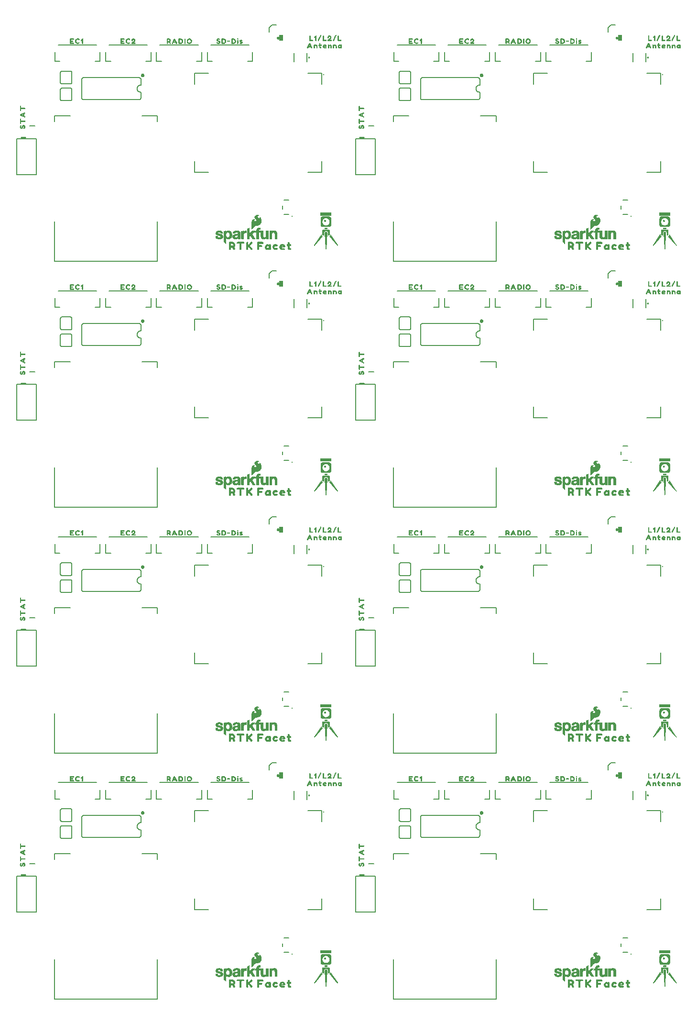
<source format=gto>
G04 EAGLE Gerber RS-274X export*
G75*
%MOMM*%
%FSLAX34Y34*%
%LPD*%
%INSilkscreen Top*%
%IPPOS*%
%AMOC8*
5,1,8,0,0,1.08239X$1,22.5*%
G01*
%ADD10C,0.203200*%
%ADD11C,0.282838*%
%ADD12C,0.177800*%
%ADD13C,0.152400*%
%ADD14C,0.254000*%
%ADD15C,0.254000*%
%ADD16C,0.127000*%

G36*
X562973Y935326D02*
X562973Y935326D01*
X562975Y935324D01*
X563875Y935424D01*
X563883Y935431D01*
X563888Y935427D01*
X564387Y935627D01*
X564686Y935726D01*
X564690Y935733D01*
X564695Y935731D01*
X565195Y936031D01*
X565197Y936036D01*
X565201Y936035D01*
X565701Y936435D01*
X565702Y936439D01*
X565705Y936438D01*
X566305Y937038D01*
X566306Y937050D01*
X566314Y937051D01*
X566714Y937851D01*
X566713Y937856D01*
X566717Y937858D01*
X566917Y938458D01*
X566916Y938461D01*
X566917Y938463D01*
X566913Y938468D01*
X566919Y938473D01*
X566919Y938769D01*
X567019Y939365D01*
X567016Y939371D01*
X567019Y939373D01*
X567019Y950173D01*
X567017Y950177D01*
X567019Y950179D01*
X566919Y951079D01*
X566914Y951084D01*
X566917Y951089D01*
X566717Y951689D01*
X566712Y951692D01*
X566714Y951695D01*
X566314Y952495D01*
X566308Y952498D01*
X566309Y952503D01*
X566009Y952903D01*
X565998Y952906D01*
X565997Y952914D01*
X565701Y953111D01*
X565305Y953508D01*
X565296Y953509D01*
X565295Y953515D01*
X564795Y953815D01*
X564787Y953815D01*
X564786Y953820D01*
X563586Y954220D01*
X563575Y954216D01*
X563570Y954222D01*
X551570Y954222D01*
X551561Y954216D01*
X551554Y954220D01*
X551257Y954121D01*
X550760Y954021D01*
X550751Y954011D01*
X550743Y954014D01*
X550444Y953815D01*
X549445Y953215D01*
X549441Y953207D01*
X549435Y953208D01*
X549235Y953008D01*
X549235Y953004D01*
X549232Y953004D01*
X548832Y952504D01*
X548831Y952499D01*
X548828Y952499D01*
X548528Y951999D01*
X548529Y951991D01*
X548523Y951989D01*
X548223Y951089D01*
X548227Y951078D01*
X548221Y951073D01*
X548221Y950777D01*
X548121Y950181D01*
X548124Y950176D01*
X548121Y950173D01*
X548121Y939373D01*
X548124Y939369D01*
X548121Y939367D01*
X548221Y938567D01*
X548226Y938562D01*
X548223Y938558D01*
X548523Y937658D01*
X548530Y937653D01*
X548528Y937648D01*
X548828Y937148D01*
X548832Y937146D01*
X548832Y937142D01*
X549232Y936642D01*
X549236Y936641D01*
X549235Y936638D01*
X549835Y936038D01*
X549844Y936037D01*
X549845Y936031D01*
X550345Y935731D01*
X550353Y935732D01*
X550354Y935726D01*
X551254Y935426D01*
X551265Y935430D01*
X551270Y935424D01*
X551566Y935424D01*
X552162Y935325D01*
X552167Y935327D01*
X552170Y935324D01*
X562970Y935324D01*
X562973Y935326D01*
G37*
G36*
X1163048Y935326D02*
X1163048Y935326D01*
X1163050Y935324D01*
X1163950Y935424D01*
X1163958Y935431D01*
X1163963Y935427D01*
X1164462Y935627D01*
X1164761Y935726D01*
X1164765Y935733D01*
X1164770Y935731D01*
X1165270Y936031D01*
X1165272Y936036D01*
X1165276Y936035D01*
X1165776Y936435D01*
X1165777Y936439D01*
X1165780Y936438D01*
X1166380Y937038D01*
X1166381Y937050D01*
X1166389Y937051D01*
X1166789Y937851D01*
X1166788Y937856D01*
X1166792Y937858D01*
X1166992Y938458D01*
X1166991Y938461D01*
X1166992Y938463D01*
X1166988Y938468D01*
X1166994Y938473D01*
X1166994Y938769D01*
X1167094Y939365D01*
X1167091Y939371D01*
X1167094Y939373D01*
X1167094Y950173D01*
X1167092Y950177D01*
X1167094Y950179D01*
X1166994Y951079D01*
X1166989Y951084D01*
X1166992Y951089D01*
X1166792Y951689D01*
X1166787Y951692D01*
X1166789Y951695D01*
X1166389Y952495D01*
X1166383Y952498D01*
X1166384Y952503D01*
X1166084Y952903D01*
X1166073Y952906D01*
X1166072Y952914D01*
X1165776Y953111D01*
X1165380Y953508D01*
X1165371Y953509D01*
X1165370Y953515D01*
X1164870Y953815D01*
X1164862Y953815D01*
X1164861Y953820D01*
X1163661Y954220D01*
X1163650Y954216D01*
X1163645Y954222D01*
X1151645Y954222D01*
X1151636Y954216D01*
X1151629Y954220D01*
X1151332Y954121D01*
X1150835Y954021D01*
X1150826Y954011D01*
X1150818Y954014D01*
X1150519Y953815D01*
X1149520Y953215D01*
X1149516Y953207D01*
X1149510Y953208D01*
X1149310Y953008D01*
X1149310Y953004D01*
X1149307Y953004D01*
X1148907Y952504D01*
X1148906Y952499D01*
X1148903Y952499D01*
X1148603Y951999D01*
X1148604Y951991D01*
X1148598Y951989D01*
X1148298Y951089D01*
X1148302Y951078D01*
X1148296Y951073D01*
X1148296Y950777D01*
X1148196Y950181D01*
X1148199Y950176D01*
X1148196Y950173D01*
X1148196Y939373D01*
X1148199Y939369D01*
X1148196Y939367D01*
X1148296Y938567D01*
X1148301Y938562D01*
X1148298Y938558D01*
X1148598Y937658D01*
X1148605Y937653D01*
X1148603Y937648D01*
X1148903Y937148D01*
X1148907Y937146D01*
X1148907Y937142D01*
X1149307Y936642D01*
X1149311Y936641D01*
X1149310Y936638D01*
X1149910Y936038D01*
X1149919Y936037D01*
X1149920Y936031D01*
X1150420Y935731D01*
X1150428Y935732D01*
X1150429Y935726D01*
X1151329Y935426D01*
X1151340Y935430D01*
X1151345Y935424D01*
X1151641Y935424D01*
X1152237Y935325D01*
X1152242Y935327D01*
X1152245Y935324D01*
X1163045Y935324D01*
X1163048Y935326D01*
G37*
G36*
X562973Y1370403D02*
X562973Y1370403D01*
X562975Y1370401D01*
X563875Y1370501D01*
X563883Y1370508D01*
X563888Y1370504D01*
X564387Y1370704D01*
X564686Y1370803D01*
X564690Y1370810D01*
X564695Y1370808D01*
X565195Y1371108D01*
X565197Y1371112D01*
X565201Y1371111D01*
X565701Y1371511D01*
X565702Y1371515D01*
X565705Y1371515D01*
X566305Y1372115D01*
X566306Y1372126D01*
X566314Y1372128D01*
X566714Y1372928D01*
X566713Y1372933D01*
X566717Y1372934D01*
X566917Y1373534D01*
X566916Y1373538D01*
X566917Y1373539D01*
X566913Y1373545D01*
X566919Y1373550D01*
X566919Y1373846D01*
X567019Y1374442D01*
X567016Y1374447D01*
X567019Y1374450D01*
X567019Y1385250D01*
X567017Y1385253D01*
X567019Y1385255D01*
X566919Y1386155D01*
X566914Y1386161D01*
X566917Y1386165D01*
X566717Y1386765D01*
X566712Y1386768D01*
X566714Y1386772D01*
X566314Y1387572D01*
X566308Y1387575D01*
X566309Y1387579D01*
X566009Y1387979D01*
X565998Y1387983D01*
X565997Y1387991D01*
X565701Y1388188D01*
X565305Y1388585D01*
X565296Y1388586D01*
X565295Y1388592D01*
X564795Y1388892D01*
X564787Y1388891D01*
X564786Y1388897D01*
X563586Y1389297D01*
X563575Y1389293D01*
X563570Y1389299D01*
X551570Y1389299D01*
X551561Y1389292D01*
X551554Y1389297D01*
X551257Y1389198D01*
X550760Y1389098D01*
X550751Y1389088D01*
X550743Y1389091D01*
X550444Y1388891D01*
X549445Y1388292D01*
X549441Y1388284D01*
X549435Y1388285D01*
X549235Y1388085D01*
X549235Y1388081D01*
X549232Y1388081D01*
X548832Y1387581D01*
X548831Y1387576D01*
X548828Y1387575D01*
X548528Y1387075D01*
X548529Y1387067D01*
X548523Y1387065D01*
X548223Y1386165D01*
X548227Y1386155D01*
X548221Y1386150D01*
X548221Y1385854D01*
X548121Y1385258D01*
X548124Y1385252D01*
X548121Y1385250D01*
X548121Y1374450D01*
X548124Y1374446D01*
X548121Y1374444D01*
X548221Y1373644D01*
X548226Y1373639D01*
X548223Y1373634D01*
X548523Y1372734D01*
X548530Y1372730D01*
X548528Y1372724D01*
X548828Y1372224D01*
X548832Y1372223D01*
X548832Y1372219D01*
X549232Y1371719D01*
X549236Y1371718D01*
X549235Y1371715D01*
X549835Y1371115D01*
X549844Y1371114D01*
X549845Y1371108D01*
X550345Y1370808D01*
X550353Y1370808D01*
X550354Y1370803D01*
X551254Y1370503D01*
X551265Y1370507D01*
X551270Y1370501D01*
X551566Y1370501D01*
X552162Y1370401D01*
X552167Y1370404D01*
X552170Y1370401D01*
X562970Y1370401D01*
X562973Y1370403D01*
G37*
G36*
X1163048Y65173D02*
X1163048Y65173D01*
X1163050Y65171D01*
X1163950Y65271D01*
X1163958Y65278D01*
X1163963Y65274D01*
X1164462Y65474D01*
X1164761Y65573D01*
X1164765Y65580D01*
X1164770Y65578D01*
X1165270Y65878D01*
X1165272Y65882D01*
X1165276Y65882D01*
X1165776Y66282D01*
X1165777Y66286D01*
X1165780Y66285D01*
X1166380Y66885D01*
X1166381Y66897D01*
X1166389Y66898D01*
X1166789Y67698D01*
X1166788Y67703D01*
X1166792Y67704D01*
X1166992Y68304D01*
X1166991Y68308D01*
X1166992Y68309D01*
X1166988Y68315D01*
X1166994Y68320D01*
X1166994Y68616D01*
X1167094Y69212D01*
X1167091Y69217D01*
X1167094Y69220D01*
X1167094Y80020D01*
X1167092Y80023D01*
X1167094Y80025D01*
X1166994Y80925D01*
X1166989Y80931D01*
X1166992Y80936D01*
X1166792Y81536D01*
X1166787Y81539D01*
X1166789Y81542D01*
X1166389Y82342D01*
X1166383Y82345D01*
X1166384Y82350D01*
X1166084Y82750D01*
X1166073Y82753D01*
X1166072Y82761D01*
X1165776Y82958D01*
X1165380Y83355D01*
X1165371Y83356D01*
X1165370Y83362D01*
X1164870Y83662D01*
X1164862Y83661D01*
X1164861Y83667D01*
X1163661Y84067D01*
X1163650Y84063D01*
X1163645Y84069D01*
X1151645Y84069D01*
X1151636Y84062D01*
X1151629Y84067D01*
X1151332Y83968D01*
X1150835Y83868D01*
X1150826Y83858D01*
X1150818Y83861D01*
X1150519Y83662D01*
X1149520Y83062D01*
X1149516Y83054D01*
X1149510Y83055D01*
X1149310Y82855D01*
X1149310Y82851D01*
X1149307Y82851D01*
X1148907Y82351D01*
X1148906Y82346D01*
X1148903Y82345D01*
X1148603Y81845D01*
X1148604Y81837D01*
X1148598Y81836D01*
X1148298Y80936D01*
X1148302Y80925D01*
X1148296Y80920D01*
X1148296Y80624D01*
X1148196Y80028D01*
X1148199Y80023D01*
X1148196Y80020D01*
X1148196Y69220D01*
X1148199Y69216D01*
X1148196Y69214D01*
X1148296Y68414D01*
X1148301Y68409D01*
X1148298Y68404D01*
X1148598Y67504D01*
X1148605Y67500D01*
X1148603Y67495D01*
X1148903Y66995D01*
X1148907Y66993D01*
X1148907Y66989D01*
X1149307Y66489D01*
X1149311Y66488D01*
X1149310Y66485D01*
X1149910Y65885D01*
X1149919Y65884D01*
X1149920Y65878D01*
X1150420Y65578D01*
X1150428Y65579D01*
X1150429Y65573D01*
X1151329Y65273D01*
X1151340Y65277D01*
X1151345Y65271D01*
X1151641Y65271D01*
X1152237Y65171D01*
X1152242Y65174D01*
X1152245Y65171D01*
X1163045Y65171D01*
X1163048Y65173D01*
G37*
G36*
X1163048Y1370403D02*
X1163048Y1370403D01*
X1163050Y1370401D01*
X1163950Y1370501D01*
X1163958Y1370508D01*
X1163963Y1370504D01*
X1164462Y1370704D01*
X1164761Y1370803D01*
X1164765Y1370810D01*
X1164770Y1370808D01*
X1165270Y1371108D01*
X1165272Y1371112D01*
X1165276Y1371111D01*
X1165776Y1371511D01*
X1165777Y1371515D01*
X1165780Y1371515D01*
X1166380Y1372115D01*
X1166381Y1372126D01*
X1166389Y1372128D01*
X1166789Y1372928D01*
X1166788Y1372933D01*
X1166792Y1372934D01*
X1166992Y1373534D01*
X1166991Y1373538D01*
X1166992Y1373539D01*
X1166988Y1373545D01*
X1166994Y1373550D01*
X1166994Y1373846D01*
X1167094Y1374442D01*
X1167091Y1374447D01*
X1167094Y1374450D01*
X1167094Y1385250D01*
X1167092Y1385253D01*
X1167094Y1385255D01*
X1166994Y1386155D01*
X1166989Y1386161D01*
X1166992Y1386165D01*
X1166792Y1386765D01*
X1166787Y1386768D01*
X1166789Y1386772D01*
X1166389Y1387572D01*
X1166383Y1387575D01*
X1166384Y1387579D01*
X1166084Y1387979D01*
X1166073Y1387983D01*
X1166072Y1387991D01*
X1165776Y1388188D01*
X1165380Y1388585D01*
X1165371Y1388586D01*
X1165370Y1388592D01*
X1164870Y1388892D01*
X1164862Y1388891D01*
X1164861Y1388897D01*
X1163661Y1389297D01*
X1163650Y1389293D01*
X1163645Y1389299D01*
X1151645Y1389299D01*
X1151636Y1389292D01*
X1151629Y1389297D01*
X1151332Y1389198D01*
X1150835Y1389098D01*
X1150826Y1389088D01*
X1150818Y1389091D01*
X1150519Y1388891D01*
X1149520Y1388292D01*
X1149516Y1388284D01*
X1149510Y1388285D01*
X1149310Y1388085D01*
X1149310Y1388081D01*
X1149307Y1388081D01*
X1148907Y1387581D01*
X1148906Y1387576D01*
X1148903Y1387575D01*
X1148603Y1387075D01*
X1148604Y1387067D01*
X1148598Y1387065D01*
X1148298Y1386165D01*
X1148302Y1386155D01*
X1148296Y1386150D01*
X1148296Y1385854D01*
X1148196Y1385258D01*
X1148199Y1385252D01*
X1148196Y1385250D01*
X1148196Y1374450D01*
X1148199Y1374446D01*
X1148196Y1374444D01*
X1148296Y1373644D01*
X1148301Y1373639D01*
X1148298Y1373634D01*
X1148598Y1372734D01*
X1148605Y1372730D01*
X1148603Y1372724D01*
X1148903Y1372224D01*
X1148907Y1372223D01*
X1148907Y1372219D01*
X1149307Y1371719D01*
X1149311Y1371718D01*
X1149310Y1371715D01*
X1149910Y1371115D01*
X1149919Y1371114D01*
X1149920Y1371108D01*
X1150420Y1370808D01*
X1150428Y1370808D01*
X1150429Y1370803D01*
X1151329Y1370503D01*
X1151340Y1370507D01*
X1151345Y1370501D01*
X1151641Y1370501D01*
X1152237Y1370401D01*
X1152242Y1370404D01*
X1152245Y1370401D01*
X1163045Y1370401D01*
X1163048Y1370403D01*
G37*
G36*
X562973Y500250D02*
X562973Y500250D01*
X562975Y500248D01*
X563875Y500348D01*
X563883Y500354D01*
X563888Y500351D01*
X564387Y500550D01*
X564686Y500650D01*
X564690Y500657D01*
X564695Y500654D01*
X565195Y500954D01*
X565197Y500959D01*
X565201Y500958D01*
X565701Y501358D01*
X565702Y501362D01*
X565705Y501362D01*
X566305Y501962D01*
X566306Y501973D01*
X566314Y501975D01*
X566714Y502775D01*
X566713Y502780D01*
X566717Y502781D01*
X566917Y503381D01*
X566916Y503385D01*
X566917Y503386D01*
X566913Y503392D01*
X566919Y503397D01*
X566919Y503692D01*
X567019Y504289D01*
X567016Y504294D01*
X567019Y504297D01*
X567019Y515097D01*
X567017Y515100D01*
X567019Y515102D01*
X566919Y516002D01*
X566914Y516008D01*
X566917Y516012D01*
X566717Y516612D01*
X566712Y516615D01*
X566714Y516619D01*
X566314Y517419D01*
X566308Y517422D01*
X566309Y517426D01*
X566009Y517826D01*
X565998Y517829D01*
X565997Y517838D01*
X565701Y518035D01*
X565305Y518431D01*
X565296Y518433D01*
X565295Y518439D01*
X564795Y518739D01*
X564787Y518738D01*
X564786Y518743D01*
X563586Y519143D01*
X563575Y519140D01*
X563570Y519146D01*
X551570Y519146D01*
X551561Y519139D01*
X551554Y519143D01*
X551257Y519044D01*
X550760Y518945D01*
X550751Y518935D01*
X550743Y518938D01*
X550444Y518738D01*
X549445Y518139D01*
X549441Y518131D01*
X549435Y518131D01*
X549235Y517931D01*
X549235Y517927D01*
X549232Y517927D01*
X548832Y517427D01*
X548831Y517422D01*
X548828Y517422D01*
X548528Y516922D01*
X548529Y516914D01*
X548523Y516912D01*
X548223Y516012D01*
X548227Y516001D01*
X548221Y515997D01*
X548221Y515701D01*
X548121Y515105D01*
X548124Y515099D01*
X548121Y515097D01*
X548121Y504297D01*
X548124Y504293D01*
X548121Y504291D01*
X548221Y503491D01*
X548226Y503485D01*
X548223Y503481D01*
X548523Y502581D01*
X548530Y502577D01*
X548528Y502571D01*
X548828Y502071D01*
X548832Y502069D01*
X548832Y502066D01*
X549232Y501566D01*
X549236Y501565D01*
X549235Y501562D01*
X549835Y500962D01*
X549844Y500961D01*
X549845Y500954D01*
X550345Y500654D01*
X550353Y500655D01*
X550354Y500650D01*
X551254Y500350D01*
X551265Y500354D01*
X551270Y500347D01*
X551566Y500347D01*
X552162Y500248D01*
X552167Y500251D01*
X552170Y500247D01*
X562970Y500247D01*
X562973Y500250D01*
G37*
G36*
X1163048Y500250D02*
X1163048Y500250D01*
X1163050Y500248D01*
X1163950Y500348D01*
X1163958Y500354D01*
X1163963Y500351D01*
X1164462Y500550D01*
X1164761Y500650D01*
X1164765Y500657D01*
X1164770Y500654D01*
X1165270Y500954D01*
X1165272Y500959D01*
X1165276Y500958D01*
X1165776Y501358D01*
X1165777Y501362D01*
X1165780Y501362D01*
X1166380Y501962D01*
X1166381Y501973D01*
X1166389Y501975D01*
X1166789Y502775D01*
X1166788Y502780D01*
X1166792Y502781D01*
X1166992Y503381D01*
X1166991Y503385D01*
X1166992Y503386D01*
X1166988Y503392D01*
X1166994Y503397D01*
X1166994Y503692D01*
X1167094Y504289D01*
X1167091Y504294D01*
X1167094Y504297D01*
X1167094Y515097D01*
X1167092Y515100D01*
X1167094Y515102D01*
X1166994Y516002D01*
X1166989Y516008D01*
X1166992Y516012D01*
X1166792Y516612D01*
X1166787Y516615D01*
X1166789Y516619D01*
X1166389Y517419D01*
X1166383Y517422D01*
X1166384Y517426D01*
X1166084Y517826D01*
X1166073Y517829D01*
X1166072Y517838D01*
X1165776Y518035D01*
X1165380Y518431D01*
X1165371Y518433D01*
X1165370Y518439D01*
X1164870Y518739D01*
X1164862Y518738D01*
X1164861Y518743D01*
X1163661Y519143D01*
X1163650Y519140D01*
X1163645Y519146D01*
X1151645Y519146D01*
X1151636Y519139D01*
X1151629Y519143D01*
X1151332Y519044D01*
X1150835Y518945D01*
X1150826Y518935D01*
X1150818Y518938D01*
X1150519Y518738D01*
X1149520Y518139D01*
X1149516Y518131D01*
X1149510Y518131D01*
X1149310Y517931D01*
X1149310Y517927D01*
X1149307Y517927D01*
X1148907Y517427D01*
X1148906Y517422D01*
X1148903Y517422D01*
X1148603Y516922D01*
X1148604Y516914D01*
X1148598Y516912D01*
X1148298Y516012D01*
X1148302Y516001D01*
X1148296Y515997D01*
X1148296Y515701D01*
X1148196Y515105D01*
X1148199Y515099D01*
X1148196Y515097D01*
X1148196Y504297D01*
X1148199Y504293D01*
X1148196Y504291D01*
X1148296Y503491D01*
X1148301Y503485D01*
X1148298Y503481D01*
X1148598Y502581D01*
X1148605Y502577D01*
X1148603Y502571D01*
X1148903Y502071D01*
X1148907Y502069D01*
X1148907Y502066D01*
X1149307Y501566D01*
X1149311Y501565D01*
X1149310Y501562D01*
X1149910Y500962D01*
X1149919Y500961D01*
X1149920Y500954D01*
X1150420Y500654D01*
X1150428Y500655D01*
X1150429Y500650D01*
X1151329Y500350D01*
X1151340Y500354D01*
X1151345Y500347D01*
X1151641Y500347D01*
X1152237Y500248D01*
X1152242Y500251D01*
X1152245Y500247D01*
X1163045Y500247D01*
X1163048Y500250D01*
G37*
G36*
X562973Y65173D02*
X562973Y65173D01*
X562975Y65171D01*
X563875Y65271D01*
X563883Y65278D01*
X563888Y65274D01*
X564387Y65474D01*
X564686Y65573D01*
X564690Y65580D01*
X564695Y65578D01*
X565195Y65878D01*
X565197Y65882D01*
X565201Y65882D01*
X565701Y66282D01*
X565702Y66286D01*
X565705Y66285D01*
X566305Y66885D01*
X566306Y66897D01*
X566314Y66898D01*
X566714Y67698D01*
X566713Y67703D01*
X566717Y67704D01*
X566917Y68304D01*
X566916Y68308D01*
X566917Y68309D01*
X566913Y68315D01*
X566919Y68320D01*
X566919Y68616D01*
X567019Y69212D01*
X567016Y69217D01*
X567019Y69220D01*
X567019Y80020D01*
X567017Y80023D01*
X567019Y80025D01*
X566919Y80925D01*
X566914Y80931D01*
X566917Y80936D01*
X566717Y81536D01*
X566712Y81539D01*
X566714Y81542D01*
X566314Y82342D01*
X566308Y82345D01*
X566309Y82350D01*
X566009Y82750D01*
X565998Y82753D01*
X565997Y82761D01*
X565701Y82958D01*
X565305Y83355D01*
X565296Y83356D01*
X565295Y83362D01*
X564795Y83662D01*
X564787Y83661D01*
X564786Y83667D01*
X563586Y84067D01*
X563575Y84063D01*
X563570Y84069D01*
X551570Y84069D01*
X551561Y84062D01*
X551554Y84067D01*
X551257Y83968D01*
X550760Y83868D01*
X550751Y83858D01*
X550743Y83861D01*
X550444Y83662D01*
X549445Y83062D01*
X549441Y83054D01*
X549435Y83055D01*
X549235Y82855D01*
X549235Y82851D01*
X549232Y82851D01*
X548832Y82351D01*
X548831Y82346D01*
X548828Y82345D01*
X548528Y81845D01*
X548529Y81837D01*
X548523Y81836D01*
X548223Y80936D01*
X548227Y80925D01*
X548221Y80920D01*
X548221Y80624D01*
X548121Y80028D01*
X548124Y80023D01*
X548121Y80020D01*
X548121Y69220D01*
X548124Y69216D01*
X548121Y69214D01*
X548221Y68414D01*
X548226Y68409D01*
X548223Y68404D01*
X548523Y67504D01*
X548530Y67500D01*
X548528Y67495D01*
X548828Y66995D01*
X548832Y66993D01*
X548832Y66989D01*
X549232Y66489D01*
X549236Y66488D01*
X549235Y66485D01*
X549835Y65885D01*
X549844Y65884D01*
X549845Y65878D01*
X550345Y65578D01*
X550353Y65579D01*
X550354Y65573D01*
X551254Y65273D01*
X551265Y65277D01*
X551270Y65271D01*
X551566Y65271D01*
X552162Y65171D01*
X552167Y65174D01*
X552170Y65171D01*
X562970Y65171D01*
X562973Y65173D01*
G37*
G36*
X426536Y60886D02*
X426536Y60886D01*
X426563Y60883D01*
X426620Y60905D01*
X426679Y60919D01*
X426699Y60936D01*
X426725Y60946D01*
X426783Y61005D01*
X426812Y61029D01*
X426817Y61039D01*
X426826Y61049D01*
X427006Y61318D01*
X427279Y61591D01*
X427291Y61611D01*
X427314Y61632D01*
X427598Y62010D01*
X428079Y62491D01*
X428087Y62504D01*
X428102Y62517D01*
X428591Y63103D01*
X429179Y63691D01*
X429193Y63714D01*
X429219Y63739D01*
X429701Y64413D01*
X430979Y65691D01*
X430987Y65704D01*
X431002Y65717D01*
X431478Y66287D01*
X432428Y67047D01*
X432844Y67297D01*
X433341Y67380D01*
X435210Y67380D01*
X435236Y67386D01*
X435273Y67385D01*
X436473Y67585D01*
X436488Y67592D01*
X436510Y67593D01*
X437610Y67893D01*
X437627Y67902D01*
X437651Y67907D01*
X438651Y68307D01*
X438673Y68322D01*
X438706Y68334D01*
X439706Y68934D01*
X439726Y68954D01*
X439760Y68974D01*
X440560Y69674D01*
X440567Y69683D01*
X440579Y69691D01*
X441379Y70491D01*
X441390Y70509D01*
X441410Y70527D01*
X442110Y71427D01*
X442121Y71450D01*
X442142Y71475D01*
X443142Y73275D01*
X443152Y73310D01*
X443176Y73358D01*
X443676Y75158D01*
X443678Y75192D01*
X443690Y75239D01*
X443790Y77039D01*
X443783Y77075D01*
X443784Y77130D01*
X443484Y78730D01*
X443473Y78754D01*
X443468Y78788D01*
X442968Y80188D01*
X442952Y80213D01*
X442938Y80252D01*
X442238Y81452D01*
X442217Y81474D01*
X442194Y81513D01*
X441394Y82413D01*
X441390Y82416D01*
X441280Y82500D01*
X440480Y82900D01*
X440470Y82902D01*
X440464Y82907D01*
X440425Y82914D01*
X440382Y82933D01*
X440347Y82932D01*
X440312Y82940D01*
X440261Y82929D01*
X440209Y82927D01*
X440178Y82910D01*
X440143Y82901D01*
X440103Y82869D01*
X440057Y82844D01*
X440036Y82815D01*
X440009Y82792D01*
X439987Y82745D01*
X439957Y82702D01*
X439949Y82661D01*
X439937Y82634D01*
X439937Y82628D01*
X439937Y82626D01*
X439938Y82601D01*
X439930Y82560D01*
X439930Y81822D01*
X439791Y81404D01*
X439642Y81305D01*
X439448Y81240D01*
X438900Y81240D01*
X438201Y81590D01*
X437930Y81771D01*
X437538Y82064D01*
X437529Y82068D01*
X437521Y82076D01*
X437252Y82256D01*
X437023Y82485D01*
X436850Y82830D01*
X436837Y82846D01*
X436826Y82871D01*
X436663Y83116D01*
X436579Y83452D01*
X436573Y83464D01*
X436571Y83480D01*
X436511Y83660D01*
X436562Y83814D01*
X436650Y83990D01*
X436656Y84013D01*
X436671Y84040D01*
X436755Y84292D01*
X436890Y84495D01*
X437211Y84735D01*
X437490Y84875D01*
X437534Y84897D01*
X437985Y84987D01*
X437992Y84991D01*
X438002Y84991D01*
X438357Y85080D01*
X438548Y85080D01*
X438790Y84999D01*
X438827Y84996D01*
X438910Y84980D01*
X439210Y84980D01*
X439235Y84986D01*
X439261Y84983D01*
X439319Y85005D01*
X439379Y85019D01*
X439399Y85036D01*
X439423Y85045D01*
X439465Y85090D01*
X439512Y85129D01*
X439523Y85153D01*
X439540Y85172D01*
X439558Y85231D01*
X439583Y85288D01*
X439582Y85313D01*
X439590Y85338D01*
X439579Y85399D01*
X439577Y85461D01*
X439564Y85483D01*
X439560Y85509D01*
X439512Y85580D01*
X439494Y85613D01*
X439486Y85619D01*
X439479Y85629D01*
X439379Y85729D01*
X439359Y85741D01*
X439338Y85764D01*
X438938Y86064D01*
X438912Y86076D01*
X438880Y86100D01*
X438280Y86400D01*
X438263Y86404D01*
X438244Y86416D01*
X437444Y86716D01*
X437437Y86717D01*
X437430Y86721D01*
X436530Y87021D01*
X436493Y87024D01*
X436410Y87040D01*
X435410Y87040D01*
X435382Y87034D01*
X435342Y87034D01*
X434242Y86834D01*
X434207Y86819D01*
X434128Y86794D01*
X433028Y86194D01*
X433002Y86171D01*
X432957Y86144D01*
X432057Y85344D01*
X432038Y85316D01*
X432001Y85281D01*
X431501Y84581D01*
X431486Y84545D01*
X431449Y84480D01*
X431149Y83580D01*
X431146Y83543D01*
X431130Y83460D01*
X431130Y82660D01*
X431137Y82627D01*
X431139Y82578D01*
X431339Y81678D01*
X431356Y81642D01*
X431378Y81575D01*
X431878Y80675D01*
X431900Y80651D01*
X431924Y80610D01*
X432624Y79810D01*
X432625Y79809D01*
X432626Y79807D01*
X432775Y79639D01*
X433113Y79259D01*
X433424Y78909D01*
X434084Y78155D01*
X434330Y77582D01*
X434330Y77022D01*
X434171Y76545D01*
X433850Y76144D01*
X433354Y75813D01*
X432663Y75640D01*
X431948Y75640D01*
X431519Y75726D01*
X431088Y75898D01*
X430852Y76056D01*
X430623Y76285D01*
X430462Y76606D01*
X430390Y76822D01*
X430390Y76998D01*
X430455Y77192D01*
X430606Y77418D01*
X430915Y77728D01*
X431130Y77799D01*
X431150Y77812D01*
X431180Y77820D01*
X431580Y78020D01*
X431609Y78044D01*
X431679Y78091D01*
X431779Y78191D01*
X431792Y78212D01*
X431811Y78228D01*
X431837Y78285D01*
X431870Y78338D01*
X431873Y78363D01*
X431883Y78386D01*
X431881Y78449D01*
X431887Y78511D01*
X431878Y78534D01*
X431877Y78559D01*
X431847Y78614D01*
X431825Y78673D01*
X431807Y78690D01*
X431795Y78712D01*
X431725Y78766D01*
X431698Y78790D01*
X431689Y78793D01*
X431680Y78800D01*
X431480Y78900D01*
X431465Y78904D01*
X431452Y78913D01*
X431318Y78939D01*
X431312Y78940D01*
X431311Y78940D01*
X431310Y78940D01*
X431157Y78940D01*
X430802Y79029D01*
X430766Y79029D01*
X430710Y79040D01*
X429910Y79040D01*
X429884Y79034D01*
X429848Y79035D01*
X429248Y78935D01*
X429217Y78922D01*
X429169Y78913D01*
X428169Y78513D01*
X428138Y78491D01*
X428082Y78464D01*
X427698Y78176D01*
X427214Y77886D01*
X427200Y77872D01*
X427181Y77863D01*
X427111Y77786D01*
X427090Y77765D01*
X427088Y77760D01*
X427084Y77756D01*
X426784Y77256D01*
X426780Y77243D01*
X426770Y77230D01*
X426470Y76630D01*
X426464Y76607D01*
X426449Y76580D01*
X426249Y75980D01*
X426246Y75947D01*
X426232Y75902D01*
X426032Y74102D01*
X426034Y74083D01*
X426030Y74060D01*
X426030Y61260D01*
X426041Y61210D01*
X426043Y61159D01*
X426061Y61127D01*
X426069Y61091D01*
X426102Y61052D01*
X426126Y61007D01*
X426156Y60986D01*
X426179Y60958D01*
X426226Y60937D01*
X426268Y60907D01*
X426310Y60899D01*
X426338Y60887D01*
X426368Y60888D01*
X426410Y60880D01*
X426510Y60880D01*
X426536Y60886D01*
G37*
G36*
X426536Y931039D02*
X426536Y931039D01*
X426563Y931037D01*
X426620Y931059D01*
X426679Y931072D01*
X426699Y931090D01*
X426725Y931099D01*
X426783Y931158D01*
X426812Y931183D01*
X426817Y931193D01*
X426826Y931202D01*
X427006Y931471D01*
X427279Y931744D01*
X427291Y931764D01*
X427314Y931785D01*
X427598Y932163D01*
X428079Y932644D01*
X428087Y932657D01*
X428102Y932670D01*
X428591Y933257D01*
X429179Y933844D01*
X429193Y933867D01*
X429219Y933892D01*
X429701Y934567D01*
X430979Y935844D01*
X430987Y935857D01*
X431002Y935870D01*
X431478Y936440D01*
X432428Y937200D01*
X432844Y937450D01*
X433341Y937533D01*
X435210Y937533D01*
X435236Y937539D01*
X435273Y937538D01*
X436473Y937738D01*
X436488Y937745D01*
X436510Y937746D01*
X437610Y938046D01*
X437627Y938056D01*
X437651Y938060D01*
X438651Y938460D01*
X438673Y938475D01*
X438706Y938487D01*
X439706Y939087D01*
X439726Y939107D01*
X439760Y939127D01*
X440560Y939827D01*
X440567Y939836D01*
X440579Y939844D01*
X441379Y940644D01*
X441390Y940662D01*
X441410Y940680D01*
X442110Y941580D01*
X442121Y941603D01*
X442142Y941629D01*
X443142Y943429D01*
X443152Y943463D01*
X443176Y943511D01*
X443676Y945311D01*
X443678Y945345D01*
X443690Y945392D01*
X443790Y947192D01*
X443783Y947228D01*
X443784Y947283D01*
X443484Y948883D01*
X443473Y948907D01*
X443468Y948941D01*
X442968Y950341D01*
X442952Y950366D01*
X442938Y950405D01*
X442238Y951605D01*
X442217Y951628D01*
X442194Y951666D01*
X441394Y952566D01*
X441390Y952569D01*
X441280Y952653D01*
X440480Y953053D01*
X440470Y953056D01*
X440464Y953060D01*
X440425Y953067D01*
X440382Y953086D01*
X440347Y953085D01*
X440312Y953093D01*
X440261Y953082D01*
X440209Y953080D01*
X440178Y953063D01*
X440143Y953055D01*
X440103Y953022D01*
X440057Y952997D01*
X440036Y952968D01*
X440009Y952945D01*
X439987Y952898D01*
X439957Y952855D01*
X439949Y952815D01*
X439937Y952787D01*
X439937Y952781D01*
X439937Y952780D01*
X439938Y952754D01*
X439930Y952713D01*
X439930Y951975D01*
X439791Y951557D01*
X439642Y951458D01*
X439448Y951393D01*
X438900Y951393D01*
X438201Y951743D01*
X437930Y951924D01*
X437538Y952217D01*
X437529Y952221D01*
X437521Y952230D01*
X437252Y952409D01*
X437023Y952638D01*
X436850Y952983D01*
X436837Y952999D01*
X436826Y953024D01*
X436663Y953269D01*
X436579Y953605D01*
X436573Y953617D01*
X436571Y953633D01*
X436511Y953813D01*
X436562Y953967D01*
X436650Y954143D01*
X436656Y954166D01*
X436671Y954193D01*
X436755Y954445D01*
X436890Y954648D01*
X437211Y954888D01*
X437490Y955028D01*
X437534Y955050D01*
X437985Y955140D01*
X437992Y955144D01*
X438002Y955144D01*
X438357Y955233D01*
X438548Y955233D01*
X438790Y955152D01*
X438827Y955149D01*
X438910Y955133D01*
X439210Y955133D01*
X439235Y955139D01*
X439261Y955136D01*
X439319Y955158D01*
X439379Y955172D01*
X439399Y955189D01*
X439423Y955198D01*
X439465Y955243D01*
X439512Y955283D01*
X439523Y955306D01*
X439540Y955325D01*
X439558Y955384D01*
X439583Y955441D01*
X439582Y955467D01*
X439590Y955491D01*
X439579Y955552D01*
X439577Y955614D01*
X439564Y955637D01*
X439560Y955662D01*
X439512Y955733D01*
X439494Y955766D01*
X439486Y955772D01*
X439479Y955782D01*
X439379Y955882D01*
X439359Y955894D01*
X439338Y955917D01*
X438938Y956217D01*
X438912Y956229D01*
X438880Y956253D01*
X438280Y956553D01*
X438263Y956557D01*
X438244Y956569D01*
X437444Y956869D01*
X437437Y956870D01*
X437430Y956874D01*
X436530Y957174D01*
X436493Y957177D01*
X436410Y957193D01*
X435410Y957193D01*
X435382Y957187D01*
X435342Y957187D01*
X434242Y956987D01*
X434207Y956972D01*
X434128Y956947D01*
X433028Y956347D01*
X433002Y956324D01*
X432957Y956297D01*
X432057Y955497D01*
X432038Y955469D01*
X432001Y955434D01*
X431501Y954734D01*
X431486Y954698D01*
X431449Y954633D01*
X431149Y953733D01*
X431146Y953696D01*
X431130Y953613D01*
X431130Y952813D01*
X431137Y952780D01*
X431139Y952731D01*
X431339Y951831D01*
X431356Y951795D01*
X431378Y951729D01*
X431878Y950829D01*
X431900Y950804D01*
X431924Y950763D01*
X432624Y949963D01*
X432625Y949962D01*
X432626Y949961D01*
X432775Y949793D01*
X433113Y949412D01*
X433424Y949063D01*
X434084Y948308D01*
X434330Y947735D01*
X434330Y947175D01*
X434171Y946698D01*
X433850Y946297D01*
X433354Y945966D01*
X432663Y945793D01*
X431948Y945793D01*
X431519Y945879D01*
X431088Y946052D01*
X430852Y946209D01*
X430623Y946438D01*
X430462Y946759D01*
X430390Y946975D01*
X430390Y947151D01*
X430455Y947345D01*
X430606Y947571D01*
X430915Y947881D01*
X431130Y947952D01*
X431150Y947965D01*
X431180Y947973D01*
X431580Y948173D01*
X431609Y948197D01*
X431679Y948244D01*
X431779Y948344D01*
X431792Y948366D01*
X431811Y948381D01*
X431837Y948439D01*
X431870Y948492D01*
X431873Y948516D01*
X431883Y948539D01*
X431881Y948602D01*
X431887Y948664D01*
X431878Y948687D01*
X431877Y948712D01*
X431847Y948767D01*
X431825Y948826D01*
X431807Y948843D01*
X431795Y948865D01*
X431725Y948919D01*
X431698Y948944D01*
X431689Y948946D01*
X431680Y948953D01*
X431480Y949053D01*
X431465Y949057D01*
X431452Y949066D01*
X431318Y949092D01*
X431312Y949093D01*
X431311Y949093D01*
X431310Y949093D01*
X431157Y949093D01*
X430802Y949182D01*
X430766Y949183D01*
X430710Y949193D01*
X429910Y949193D01*
X429884Y949187D01*
X429848Y949188D01*
X429248Y949088D01*
X429217Y949075D01*
X429169Y949066D01*
X428169Y948666D01*
X428138Y948644D01*
X428082Y948617D01*
X427698Y948329D01*
X427214Y948039D01*
X427200Y948025D01*
X427181Y948017D01*
X427111Y947939D01*
X427090Y947919D01*
X427088Y947914D01*
X427084Y947909D01*
X426784Y947409D01*
X426780Y947396D01*
X426770Y947383D01*
X426470Y946783D01*
X426464Y946760D01*
X426449Y946733D01*
X426249Y946133D01*
X426246Y946101D01*
X426232Y946055D01*
X426032Y944255D01*
X426034Y944237D01*
X426030Y944213D01*
X426030Y931413D01*
X426041Y931364D01*
X426043Y931313D01*
X426061Y931280D01*
X426069Y931244D01*
X426102Y931205D01*
X426126Y931160D01*
X426156Y931139D01*
X426179Y931111D01*
X426226Y931090D01*
X426268Y931061D01*
X426310Y931052D01*
X426338Y931040D01*
X426368Y931041D01*
X426410Y931033D01*
X426510Y931033D01*
X426536Y931039D01*
G37*
G36*
X1026611Y931039D02*
X1026611Y931039D01*
X1026638Y931037D01*
X1026695Y931059D01*
X1026754Y931072D01*
X1026774Y931090D01*
X1026800Y931099D01*
X1026858Y931158D01*
X1026887Y931183D01*
X1026892Y931193D01*
X1026901Y931202D01*
X1027081Y931471D01*
X1027354Y931744D01*
X1027366Y931764D01*
X1027389Y931785D01*
X1027673Y932163D01*
X1028154Y932644D01*
X1028162Y932657D01*
X1028177Y932670D01*
X1028666Y933257D01*
X1029254Y933844D01*
X1029268Y933867D01*
X1029294Y933892D01*
X1029776Y934567D01*
X1031054Y935844D01*
X1031062Y935857D01*
X1031077Y935870D01*
X1031553Y936440D01*
X1032503Y937200D01*
X1032919Y937450D01*
X1033416Y937533D01*
X1035285Y937533D01*
X1035311Y937539D01*
X1035348Y937538D01*
X1036548Y937738D01*
X1036563Y937745D01*
X1036585Y937746D01*
X1037685Y938046D01*
X1037702Y938056D01*
X1037726Y938060D01*
X1038726Y938460D01*
X1038748Y938475D01*
X1038781Y938487D01*
X1039781Y939087D01*
X1039801Y939107D01*
X1039835Y939127D01*
X1040635Y939827D01*
X1040642Y939836D01*
X1040654Y939844D01*
X1041454Y940644D01*
X1041465Y940662D01*
X1041485Y940680D01*
X1042185Y941580D01*
X1042196Y941603D01*
X1042217Y941629D01*
X1043217Y943429D01*
X1043227Y943463D01*
X1043251Y943511D01*
X1043751Y945311D01*
X1043753Y945345D01*
X1043765Y945392D01*
X1043865Y947192D01*
X1043858Y947228D01*
X1043859Y947283D01*
X1043559Y948883D01*
X1043548Y948907D01*
X1043543Y948941D01*
X1043043Y950341D01*
X1043027Y950366D01*
X1043013Y950405D01*
X1042313Y951605D01*
X1042292Y951628D01*
X1042269Y951666D01*
X1041469Y952566D01*
X1041465Y952569D01*
X1041355Y952653D01*
X1040555Y953053D01*
X1040545Y953056D01*
X1040539Y953060D01*
X1040500Y953067D01*
X1040457Y953086D01*
X1040422Y953085D01*
X1040387Y953093D01*
X1040336Y953082D01*
X1040284Y953080D01*
X1040253Y953063D01*
X1040218Y953055D01*
X1040178Y953022D01*
X1040132Y952997D01*
X1040111Y952968D01*
X1040084Y952945D01*
X1040062Y952898D01*
X1040032Y952855D01*
X1040024Y952815D01*
X1040012Y952787D01*
X1040012Y952781D01*
X1040012Y952780D01*
X1040013Y952754D01*
X1040005Y952713D01*
X1040005Y951975D01*
X1039866Y951557D01*
X1039717Y951458D01*
X1039523Y951393D01*
X1038975Y951393D01*
X1038276Y951743D01*
X1038005Y951924D01*
X1037613Y952217D01*
X1037604Y952221D01*
X1037596Y952230D01*
X1037327Y952409D01*
X1037098Y952638D01*
X1036925Y952983D01*
X1036912Y952999D01*
X1036901Y953024D01*
X1036738Y953269D01*
X1036654Y953605D01*
X1036648Y953617D01*
X1036646Y953633D01*
X1036586Y953813D01*
X1036637Y953967D01*
X1036725Y954143D01*
X1036731Y954166D01*
X1036746Y954193D01*
X1036830Y954445D01*
X1036965Y954648D01*
X1037286Y954888D01*
X1037565Y955028D01*
X1037609Y955050D01*
X1038060Y955140D01*
X1038067Y955144D01*
X1038077Y955144D01*
X1038432Y955233D01*
X1038623Y955233D01*
X1038865Y955152D01*
X1038902Y955149D01*
X1038985Y955133D01*
X1039285Y955133D01*
X1039310Y955139D01*
X1039336Y955136D01*
X1039394Y955158D01*
X1039454Y955172D01*
X1039474Y955189D01*
X1039498Y955198D01*
X1039540Y955243D01*
X1039587Y955283D01*
X1039598Y955306D01*
X1039615Y955325D01*
X1039633Y955384D01*
X1039658Y955441D01*
X1039657Y955467D01*
X1039665Y955491D01*
X1039654Y955552D01*
X1039652Y955614D01*
X1039639Y955637D01*
X1039635Y955662D01*
X1039587Y955733D01*
X1039569Y955766D01*
X1039561Y955772D01*
X1039554Y955782D01*
X1039454Y955882D01*
X1039434Y955894D01*
X1039413Y955917D01*
X1039013Y956217D01*
X1038987Y956229D01*
X1038955Y956253D01*
X1038355Y956553D01*
X1038338Y956557D01*
X1038319Y956569D01*
X1037519Y956869D01*
X1037512Y956870D01*
X1037505Y956874D01*
X1036605Y957174D01*
X1036568Y957177D01*
X1036485Y957193D01*
X1035485Y957193D01*
X1035457Y957187D01*
X1035417Y957187D01*
X1034317Y956987D01*
X1034282Y956972D01*
X1034203Y956947D01*
X1033103Y956347D01*
X1033077Y956324D01*
X1033032Y956297D01*
X1032132Y955497D01*
X1032113Y955469D01*
X1032076Y955434D01*
X1031576Y954734D01*
X1031561Y954698D01*
X1031524Y954633D01*
X1031224Y953733D01*
X1031221Y953696D01*
X1031205Y953613D01*
X1031205Y952813D01*
X1031212Y952780D01*
X1031214Y952731D01*
X1031414Y951831D01*
X1031431Y951795D01*
X1031453Y951729D01*
X1031953Y950829D01*
X1031975Y950804D01*
X1031999Y950763D01*
X1032699Y949963D01*
X1032700Y949962D01*
X1032701Y949961D01*
X1032850Y949793D01*
X1033188Y949412D01*
X1033499Y949063D01*
X1034159Y948308D01*
X1034405Y947735D01*
X1034405Y947175D01*
X1034246Y946698D01*
X1033925Y946297D01*
X1033429Y945966D01*
X1032738Y945793D01*
X1032023Y945793D01*
X1031594Y945879D01*
X1031163Y946052D01*
X1030927Y946209D01*
X1030698Y946438D01*
X1030537Y946759D01*
X1030465Y946975D01*
X1030465Y947151D01*
X1030530Y947345D01*
X1030681Y947571D01*
X1030990Y947881D01*
X1031205Y947952D01*
X1031225Y947965D01*
X1031255Y947973D01*
X1031655Y948173D01*
X1031684Y948197D01*
X1031754Y948244D01*
X1031854Y948344D01*
X1031867Y948366D01*
X1031886Y948381D01*
X1031912Y948439D01*
X1031945Y948492D01*
X1031948Y948516D01*
X1031958Y948539D01*
X1031956Y948602D01*
X1031962Y948664D01*
X1031953Y948687D01*
X1031952Y948712D01*
X1031922Y948767D01*
X1031900Y948826D01*
X1031882Y948843D01*
X1031870Y948865D01*
X1031800Y948919D01*
X1031773Y948944D01*
X1031764Y948946D01*
X1031755Y948953D01*
X1031555Y949053D01*
X1031540Y949057D01*
X1031527Y949066D01*
X1031393Y949092D01*
X1031387Y949093D01*
X1031386Y949093D01*
X1031385Y949093D01*
X1031232Y949093D01*
X1030877Y949182D01*
X1030841Y949183D01*
X1030785Y949193D01*
X1029985Y949193D01*
X1029959Y949187D01*
X1029923Y949188D01*
X1029323Y949088D01*
X1029292Y949075D01*
X1029244Y949066D01*
X1028244Y948666D01*
X1028213Y948644D01*
X1028157Y948617D01*
X1027773Y948329D01*
X1027289Y948039D01*
X1027275Y948025D01*
X1027256Y948017D01*
X1027186Y947939D01*
X1027165Y947919D01*
X1027163Y947914D01*
X1027159Y947909D01*
X1026859Y947409D01*
X1026855Y947396D01*
X1026845Y947383D01*
X1026545Y946783D01*
X1026539Y946760D01*
X1026524Y946733D01*
X1026324Y946133D01*
X1026321Y946101D01*
X1026307Y946055D01*
X1026107Y944255D01*
X1026109Y944237D01*
X1026105Y944213D01*
X1026105Y931413D01*
X1026116Y931364D01*
X1026118Y931313D01*
X1026136Y931280D01*
X1026144Y931244D01*
X1026177Y931205D01*
X1026201Y931160D01*
X1026231Y931139D01*
X1026254Y931111D01*
X1026301Y931090D01*
X1026343Y931061D01*
X1026385Y931052D01*
X1026413Y931040D01*
X1026443Y931041D01*
X1026485Y931033D01*
X1026585Y931033D01*
X1026611Y931039D01*
G37*
G36*
X1026611Y60886D02*
X1026611Y60886D01*
X1026638Y60883D01*
X1026695Y60905D01*
X1026754Y60919D01*
X1026774Y60936D01*
X1026800Y60946D01*
X1026858Y61005D01*
X1026887Y61029D01*
X1026892Y61039D01*
X1026901Y61049D01*
X1027081Y61318D01*
X1027354Y61591D01*
X1027366Y61611D01*
X1027389Y61632D01*
X1027673Y62010D01*
X1028154Y62491D01*
X1028162Y62504D01*
X1028177Y62517D01*
X1028666Y63103D01*
X1029254Y63691D01*
X1029268Y63714D01*
X1029294Y63739D01*
X1029776Y64414D01*
X1031054Y65691D01*
X1031062Y65704D01*
X1031077Y65717D01*
X1031553Y66287D01*
X1032503Y67047D01*
X1032919Y67297D01*
X1033416Y67380D01*
X1035285Y67380D01*
X1035311Y67386D01*
X1035348Y67385D01*
X1036548Y67585D01*
X1036563Y67592D01*
X1036585Y67593D01*
X1037685Y67893D01*
X1037702Y67902D01*
X1037726Y67907D01*
X1038726Y68307D01*
X1038748Y68322D01*
X1038781Y68334D01*
X1039781Y68934D01*
X1039801Y68954D01*
X1039835Y68974D01*
X1040635Y69674D01*
X1040642Y69683D01*
X1040654Y69691D01*
X1041454Y70491D01*
X1041465Y70509D01*
X1041485Y70527D01*
X1042185Y71427D01*
X1042196Y71450D01*
X1042217Y71475D01*
X1043217Y73275D01*
X1043227Y73310D01*
X1043251Y73358D01*
X1043751Y75158D01*
X1043753Y75192D01*
X1043765Y75239D01*
X1043865Y77039D01*
X1043858Y77075D01*
X1043859Y77130D01*
X1043559Y78730D01*
X1043548Y78754D01*
X1043543Y78788D01*
X1043043Y80188D01*
X1043027Y80213D01*
X1043013Y80252D01*
X1042313Y81452D01*
X1042292Y81474D01*
X1042269Y81513D01*
X1041469Y82413D01*
X1041465Y82416D01*
X1041355Y82500D01*
X1040555Y82900D01*
X1040545Y82902D01*
X1040539Y82907D01*
X1040500Y82914D01*
X1040457Y82933D01*
X1040422Y82932D01*
X1040387Y82940D01*
X1040336Y82929D01*
X1040284Y82927D01*
X1040253Y82910D01*
X1040218Y82901D01*
X1040178Y82869D01*
X1040132Y82844D01*
X1040111Y82815D01*
X1040084Y82792D01*
X1040062Y82745D01*
X1040032Y82702D01*
X1040024Y82661D01*
X1040012Y82634D01*
X1040012Y82628D01*
X1040012Y82626D01*
X1040013Y82601D01*
X1040005Y82560D01*
X1040005Y81822D01*
X1039866Y81404D01*
X1039717Y81305D01*
X1039523Y81240D01*
X1038975Y81240D01*
X1038276Y81590D01*
X1038005Y81771D01*
X1037613Y82064D01*
X1037604Y82068D01*
X1037596Y82076D01*
X1037327Y82256D01*
X1037098Y82485D01*
X1036925Y82830D01*
X1036912Y82846D01*
X1036901Y82871D01*
X1036738Y83116D01*
X1036654Y83452D01*
X1036648Y83464D01*
X1036646Y83480D01*
X1036586Y83660D01*
X1036637Y83814D01*
X1036725Y83990D01*
X1036731Y84013D01*
X1036746Y84040D01*
X1036830Y84292D01*
X1036965Y84495D01*
X1037286Y84735D01*
X1037565Y84875D01*
X1037609Y84897D01*
X1038060Y84987D01*
X1038067Y84991D01*
X1038077Y84991D01*
X1038432Y85080D01*
X1038623Y85080D01*
X1038865Y84999D01*
X1038902Y84996D01*
X1038985Y84980D01*
X1039285Y84980D01*
X1039310Y84986D01*
X1039336Y84983D01*
X1039394Y85005D01*
X1039454Y85019D01*
X1039474Y85036D01*
X1039498Y85045D01*
X1039540Y85090D01*
X1039587Y85129D01*
X1039598Y85153D01*
X1039615Y85172D01*
X1039633Y85231D01*
X1039658Y85288D01*
X1039657Y85313D01*
X1039665Y85338D01*
X1039654Y85399D01*
X1039652Y85461D01*
X1039639Y85483D01*
X1039635Y85509D01*
X1039587Y85580D01*
X1039569Y85613D01*
X1039561Y85619D01*
X1039554Y85629D01*
X1039454Y85729D01*
X1039434Y85741D01*
X1039413Y85764D01*
X1039013Y86064D01*
X1038987Y86076D01*
X1038955Y86100D01*
X1038355Y86400D01*
X1038338Y86404D01*
X1038319Y86416D01*
X1037519Y86716D01*
X1037512Y86717D01*
X1037505Y86721D01*
X1036605Y87021D01*
X1036568Y87024D01*
X1036485Y87040D01*
X1035485Y87040D01*
X1035457Y87034D01*
X1035417Y87034D01*
X1034317Y86834D01*
X1034282Y86819D01*
X1034203Y86794D01*
X1033103Y86194D01*
X1033077Y86171D01*
X1033032Y86144D01*
X1032132Y85344D01*
X1032113Y85316D01*
X1032076Y85281D01*
X1031576Y84581D01*
X1031561Y84545D01*
X1031524Y84480D01*
X1031224Y83580D01*
X1031221Y83543D01*
X1031205Y83460D01*
X1031205Y82660D01*
X1031212Y82627D01*
X1031214Y82578D01*
X1031414Y81678D01*
X1031431Y81642D01*
X1031453Y81575D01*
X1031953Y80675D01*
X1031975Y80651D01*
X1031999Y80610D01*
X1032699Y79810D01*
X1032700Y79809D01*
X1032701Y79807D01*
X1032850Y79639D01*
X1033188Y79259D01*
X1033499Y78909D01*
X1034159Y78155D01*
X1034405Y77582D01*
X1034405Y77022D01*
X1034246Y76545D01*
X1033925Y76144D01*
X1033429Y75813D01*
X1032738Y75640D01*
X1032023Y75640D01*
X1031594Y75726D01*
X1031163Y75898D01*
X1030927Y76056D01*
X1030698Y76285D01*
X1030537Y76606D01*
X1030465Y76822D01*
X1030465Y76998D01*
X1030530Y77192D01*
X1030681Y77418D01*
X1030990Y77728D01*
X1031205Y77799D01*
X1031225Y77812D01*
X1031255Y77820D01*
X1031655Y78020D01*
X1031684Y78044D01*
X1031754Y78091D01*
X1031854Y78191D01*
X1031867Y78212D01*
X1031886Y78228D01*
X1031912Y78285D01*
X1031945Y78338D01*
X1031948Y78363D01*
X1031958Y78386D01*
X1031956Y78449D01*
X1031962Y78511D01*
X1031953Y78534D01*
X1031952Y78559D01*
X1031922Y78614D01*
X1031900Y78673D01*
X1031882Y78690D01*
X1031870Y78712D01*
X1031800Y78766D01*
X1031773Y78790D01*
X1031764Y78793D01*
X1031755Y78800D01*
X1031555Y78900D01*
X1031540Y78904D01*
X1031527Y78913D01*
X1031393Y78939D01*
X1031387Y78940D01*
X1031386Y78940D01*
X1031385Y78940D01*
X1031232Y78940D01*
X1030877Y79029D01*
X1030841Y79029D01*
X1030785Y79040D01*
X1029985Y79040D01*
X1029959Y79034D01*
X1029923Y79035D01*
X1029323Y78935D01*
X1029292Y78922D01*
X1029244Y78913D01*
X1028244Y78513D01*
X1028213Y78491D01*
X1028157Y78464D01*
X1027773Y78176D01*
X1027289Y77886D01*
X1027275Y77872D01*
X1027256Y77863D01*
X1027186Y77786D01*
X1027165Y77765D01*
X1027163Y77760D01*
X1027159Y77756D01*
X1026859Y77256D01*
X1026855Y77243D01*
X1026845Y77230D01*
X1026545Y76630D01*
X1026539Y76607D01*
X1026524Y76580D01*
X1026324Y75980D01*
X1026321Y75947D01*
X1026307Y75902D01*
X1026107Y74102D01*
X1026109Y74083D01*
X1026105Y74060D01*
X1026105Y61260D01*
X1026116Y61210D01*
X1026118Y61159D01*
X1026136Y61127D01*
X1026144Y61091D01*
X1026177Y61052D01*
X1026201Y61007D01*
X1026231Y60986D01*
X1026254Y60958D01*
X1026301Y60937D01*
X1026343Y60907D01*
X1026385Y60899D01*
X1026413Y60887D01*
X1026443Y60888D01*
X1026485Y60880D01*
X1026585Y60880D01*
X1026611Y60886D01*
G37*
G36*
X1026611Y1366116D02*
X1026611Y1366116D01*
X1026638Y1366113D01*
X1026695Y1366135D01*
X1026754Y1366149D01*
X1026774Y1366166D01*
X1026800Y1366176D01*
X1026858Y1366235D01*
X1026887Y1366259D01*
X1026892Y1366269D01*
X1026901Y1366279D01*
X1027081Y1366548D01*
X1027354Y1366821D01*
X1027366Y1366841D01*
X1027389Y1366862D01*
X1027673Y1367240D01*
X1028154Y1367721D01*
X1028162Y1367734D01*
X1028177Y1367746D01*
X1028666Y1368333D01*
X1029254Y1368921D01*
X1029268Y1368944D01*
X1029294Y1368969D01*
X1029776Y1369643D01*
X1031054Y1370921D01*
X1031062Y1370934D01*
X1031077Y1370946D01*
X1031553Y1371517D01*
X1032503Y1372277D01*
X1032919Y1372527D01*
X1033416Y1372610D01*
X1035285Y1372610D01*
X1035311Y1372616D01*
X1035348Y1372615D01*
X1036548Y1372815D01*
X1036563Y1372821D01*
X1036585Y1372823D01*
X1037685Y1373123D01*
X1037702Y1373132D01*
X1037726Y1373137D01*
X1038726Y1373537D01*
X1038748Y1373552D01*
X1038781Y1373564D01*
X1039781Y1374164D01*
X1039801Y1374184D01*
X1039835Y1374204D01*
X1040635Y1374904D01*
X1040642Y1374913D01*
X1040654Y1374921D01*
X1041454Y1375721D01*
X1041465Y1375739D01*
X1041485Y1375756D01*
X1042185Y1376656D01*
X1042196Y1376679D01*
X1042217Y1376705D01*
X1043217Y1378505D01*
X1043227Y1378540D01*
X1043251Y1378588D01*
X1043751Y1380388D01*
X1043753Y1380422D01*
X1043765Y1380469D01*
X1043865Y1382269D01*
X1043858Y1382304D01*
X1043859Y1382360D01*
X1043559Y1383960D01*
X1043548Y1383984D01*
X1043543Y1384018D01*
X1043043Y1385418D01*
X1043027Y1385443D01*
X1043013Y1385481D01*
X1042313Y1386681D01*
X1042292Y1386704D01*
X1042269Y1386742D01*
X1041469Y1387642D01*
X1041465Y1387645D01*
X1041355Y1387730D01*
X1040555Y1388130D01*
X1040545Y1388132D01*
X1040539Y1388136D01*
X1040500Y1388144D01*
X1040457Y1388163D01*
X1040422Y1388162D01*
X1040387Y1388170D01*
X1040336Y1388158D01*
X1040284Y1388157D01*
X1040253Y1388139D01*
X1040218Y1388131D01*
X1040178Y1388098D01*
X1040132Y1388074D01*
X1040111Y1388044D01*
X1040084Y1388022D01*
X1040062Y1387974D01*
X1040032Y1387932D01*
X1040024Y1387891D01*
X1040012Y1387864D01*
X1040012Y1387857D01*
X1040012Y1387856D01*
X1040013Y1387831D01*
X1040005Y1387790D01*
X1040005Y1387052D01*
X1039866Y1386634D01*
X1039717Y1386534D01*
X1039523Y1386470D01*
X1038975Y1386470D01*
X1038276Y1386819D01*
X1038005Y1387000D01*
X1037613Y1387294D01*
X1037604Y1387298D01*
X1037596Y1387306D01*
X1037327Y1387485D01*
X1037098Y1387715D01*
X1036925Y1388060D01*
X1036912Y1388076D01*
X1036901Y1388101D01*
X1036738Y1388346D01*
X1036654Y1388682D01*
X1036648Y1388694D01*
X1036646Y1388710D01*
X1036586Y1388890D01*
X1036637Y1389044D01*
X1036725Y1389220D01*
X1036731Y1389243D01*
X1036746Y1389270D01*
X1036830Y1389521D01*
X1036965Y1389725D01*
X1037286Y1389965D01*
X1037565Y1390105D01*
X1037609Y1390127D01*
X1038060Y1390217D01*
X1038067Y1390220D01*
X1038077Y1390221D01*
X1038432Y1390310D01*
X1038623Y1390310D01*
X1038865Y1390229D01*
X1038902Y1390226D01*
X1038985Y1390210D01*
X1039285Y1390210D01*
X1039310Y1390215D01*
X1039336Y1390213D01*
X1039394Y1390235D01*
X1039454Y1390249D01*
X1039474Y1390265D01*
X1039498Y1390275D01*
X1039540Y1390320D01*
X1039587Y1390359D01*
X1039598Y1390383D01*
X1039615Y1390402D01*
X1039633Y1390461D01*
X1039658Y1390517D01*
X1039657Y1390543D01*
X1039665Y1390568D01*
X1039654Y1390629D01*
X1039652Y1390691D01*
X1039639Y1390713D01*
X1039635Y1390739D01*
X1039587Y1390810D01*
X1039569Y1390843D01*
X1039561Y1390848D01*
X1039554Y1390859D01*
X1039454Y1390959D01*
X1039434Y1390971D01*
X1039413Y1390994D01*
X1039013Y1391294D01*
X1038987Y1391306D01*
X1038955Y1391330D01*
X1038355Y1391630D01*
X1038338Y1391634D01*
X1038319Y1391646D01*
X1037519Y1391946D01*
X1037512Y1391947D01*
X1037505Y1391951D01*
X1036605Y1392251D01*
X1036568Y1392254D01*
X1036485Y1392270D01*
X1035485Y1392270D01*
X1035457Y1392263D01*
X1035417Y1392264D01*
X1034317Y1392064D01*
X1034282Y1392049D01*
X1034203Y1392024D01*
X1033103Y1391424D01*
X1033077Y1391400D01*
X1033032Y1391374D01*
X1032132Y1390574D01*
X1032113Y1390546D01*
X1032076Y1390511D01*
X1031576Y1389811D01*
X1031561Y1389775D01*
X1031524Y1389710D01*
X1031224Y1388810D01*
X1031221Y1388772D01*
X1031205Y1388690D01*
X1031205Y1387890D01*
X1031212Y1387857D01*
X1031214Y1387807D01*
X1031414Y1386907D01*
X1031431Y1386872D01*
X1031453Y1386805D01*
X1031953Y1385905D01*
X1031975Y1385881D01*
X1031999Y1385839D01*
X1032699Y1385039D01*
X1032700Y1385039D01*
X1032701Y1385037D01*
X1032850Y1384869D01*
X1033188Y1384489D01*
X1033499Y1384139D01*
X1034159Y1383385D01*
X1034405Y1382812D01*
X1034405Y1382252D01*
X1034246Y1381774D01*
X1033925Y1381373D01*
X1033429Y1381043D01*
X1032738Y1380870D01*
X1032023Y1380870D01*
X1031594Y1380956D01*
X1031163Y1381128D01*
X1030927Y1381285D01*
X1030698Y1381515D01*
X1030537Y1381836D01*
X1030465Y1382052D01*
X1030465Y1382228D01*
X1030530Y1382421D01*
X1030681Y1382648D01*
X1030990Y1382957D01*
X1031205Y1383029D01*
X1031225Y1383041D01*
X1031255Y1383050D01*
X1031655Y1383250D01*
X1031684Y1383274D01*
X1031754Y1383321D01*
X1031854Y1383421D01*
X1031867Y1383442D01*
X1031886Y1383458D01*
X1031912Y1383515D01*
X1031945Y1383568D01*
X1031948Y1383593D01*
X1031958Y1383616D01*
X1031956Y1383678D01*
X1031962Y1383741D01*
X1031953Y1383764D01*
X1031952Y1383789D01*
X1031922Y1383844D01*
X1031900Y1383903D01*
X1031882Y1383920D01*
X1031870Y1383942D01*
X1031800Y1383995D01*
X1031773Y1384020D01*
X1031764Y1384023D01*
X1031755Y1384030D01*
X1031555Y1384130D01*
X1031540Y1384134D01*
X1031527Y1384142D01*
X1031393Y1384169D01*
X1031387Y1384170D01*
X1031386Y1384170D01*
X1031385Y1384170D01*
X1031232Y1384170D01*
X1030877Y1384259D01*
X1030841Y1384259D01*
X1030785Y1384270D01*
X1029985Y1384270D01*
X1029959Y1384264D01*
X1029923Y1384265D01*
X1029323Y1384165D01*
X1029292Y1384152D01*
X1029244Y1384143D01*
X1028244Y1383743D01*
X1028213Y1383721D01*
X1028157Y1383694D01*
X1027773Y1383406D01*
X1027289Y1383116D01*
X1027275Y1383102D01*
X1027256Y1383093D01*
X1027186Y1383016D01*
X1027165Y1382995D01*
X1027163Y1382990D01*
X1027159Y1382985D01*
X1026859Y1382485D01*
X1026855Y1382473D01*
X1026845Y1382460D01*
X1026545Y1381860D01*
X1026539Y1381837D01*
X1026524Y1381810D01*
X1026324Y1381210D01*
X1026321Y1381177D01*
X1026307Y1381132D01*
X1026107Y1379332D01*
X1026109Y1379313D01*
X1026105Y1379290D01*
X1026105Y1366490D01*
X1026116Y1366440D01*
X1026118Y1366389D01*
X1026136Y1366357D01*
X1026144Y1366321D01*
X1026177Y1366282D01*
X1026201Y1366237D01*
X1026231Y1366216D01*
X1026254Y1366187D01*
X1026301Y1366167D01*
X1026343Y1366137D01*
X1026385Y1366129D01*
X1026413Y1366117D01*
X1026443Y1366118D01*
X1026485Y1366110D01*
X1026585Y1366110D01*
X1026611Y1366116D01*
G37*
G36*
X426536Y1366116D02*
X426536Y1366116D01*
X426563Y1366113D01*
X426620Y1366135D01*
X426679Y1366149D01*
X426699Y1366166D01*
X426725Y1366176D01*
X426783Y1366235D01*
X426812Y1366259D01*
X426817Y1366269D01*
X426826Y1366279D01*
X427006Y1366548D01*
X427279Y1366821D01*
X427291Y1366841D01*
X427314Y1366862D01*
X427598Y1367240D01*
X428079Y1367721D01*
X428087Y1367734D01*
X428102Y1367746D01*
X428591Y1368333D01*
X429179Y1368921D01*
X429193Y1368944D01*
X429219Y1368969D01*
X429701Y1369643D01*
X430979Y1370921D01*
X430987Y1370934D01*
X431002Y1370946D01*
X431478Y1371517D01*
X432428Y1372277D01*
X432844Y1372527D01*
X433341Y1372610D01*
X435210Y1372610D01*
X435236Y1372616D01*
X435273Y1372615D01*
X436473Y1372815D01*
X436488Y1372821D01*
X436510Y1372823D01*
X437610Y1373123D01*
X437627Y1373132D01*
X437651Y1373137D01*
X438651Y1373537D01*
X438673Y1373552D01*
X438706Y1373564D01*
X439706Y1374164D01*
X439726Y1374184D01*
X439760Y1374204D01*
X440560Y1374904D01*
X440567Y1374913D01*
X440579Y1374921D01*
X441379Y1375721D01*
X441390Y1375739D01*
X441410Y1375756D01*
X442110Y1376656D01*
X442121Y1376679D01*
X442142Y1376705D01*
X443142Y1378505D01*
X443152Y1378540D01*
X443176Y1378588D01*
X443676Y1380388D01*
X443678Y1380422D01*
X443690Y1380469D01*
X443790Y1382269D01*
X443783Y1382304D01*
X443784Y1382360D01*
X443484Y1383960D01*
X443473Y1383984D01*
X443468Y1384018D01*
X442968Y1385418D01*
X442952Y1385443D01*
X442938Y1385481D01*
X442238Y1386681D01*
X442217Y1386704D01*
X442194Y1386742D01*
X441394Y1387642D01*
X441390Y1387645D01*
X441280Y1387730D01*
X440480Y1388130D01*
X440470Y1388132D01*
X440464Y1388136D01*
X440425Y1388144D01*
X440382Y1388163D01*
X440347Y1388162D01*
X440312Y1388170D01*
X440261Y1388158D01*
X440209Y1388157D01*
X440178Y1388139D01*
X440143Y1388131D01*
X440103Y1388098D01*
X440057Y1388074D01*
X440036Y1388044D01*
X440009Y1388022D01*
X439987Y1387974D01*
X439957Y1387932D01*
X439949Y1387891D01*
X439937Y1387864D01*
X439937Y1387857D01*
X439937Y1387856D01*
X439938Y1387831D01*
X439930Y1387790D01*
X439930Y1387052D01*
X439791Y1386634D01*
X439642Y1386534D01*
X439448Y1386470D01*
X438900Y1386470D01*
X438201Y1386819D01*
X437930Y1387000D01*
X437538Y1387294D01*
X437529Y1387298D01*
X437521Y1387306D01*
X437252Y1387485D01*
X437023Y1387715D01*
X436850Y1388060D01*
X436837Y1388076D01*
X436826Y1388101D01*
X436663Y1388346D01*
X436579Y1388682D01*
X436573Y1388694D01*
X436571Y1388710D01*
X436511Y1388890D01*
X436562Y1389044D01*
X436650Y1389220D01*
X436656Y1389243D01*
X436671Y1389270D01*
X436755Y1389521D01*
X436890Y1389725D01*
X437211Y1389965D01*
X437490Y1390105D01*
X437534Y1390127D01*
X437985Y1390217D01*
X437992Y1390220D01*
X438002Y1390221D01*
X438357Y1390310D01*
X438548Y1390310D01*
X438790Y1390229D01*
X438827Y1390226D01*
X438910Y1390210D01*
X439210Y1390210D01*
X439235Y1390215D01*
X439261Y1390213D01*
X439319Y1390235D01*
X439379Y1390249D01*
X439399Y1390265D01*
X439423Y1390275D01*
X439465Y1390320D01*
X439512Y1390359D01*
X439523Y1390383D01*
X439540Y1390402D01*
X439558Y1390461D01*
X439583Y1390517D01*
X439582Y1390543D01*
X439590Y1390568D01*
X439579Y1390629D01*
X439577Y1390691D01*
X439564Y1390713D01*
X439560Y1390739D01*
X439512Y1390810D01*
X439494Y1390843D01*
X439486Y1390848D01*
X439479Y1390859D01*
X439379Y1390959D01*
X439359Y1390971D01*
X439338Y1390994D01*
X438938Y1391294D01*
X438912Y1391306D01*
X438880Y1391330D01*
X438280Y1391630D01*
X438263Y1391634D01*
X438244Y1391646D01*
X437444Y1391946D01*
X437437Y1391947D01*
X437430Y1391951D01*
X436530Y1392251D01*
X436493Y1392254D01*
X436410Y1392270D01*
X435410Y1392270D01*
X435382Y1392263D01*
X435342Y1392264D01*
X434242Y1392064D01*
X434207Y1392049D01*
X434128Y1392024D01*
X433028Y1391424D01*
X433002Y1391400D01*
X432957Y1391374D01*
X432057Y1390574D01*
X432038Y1390546D01*
X432001Y1390511D01*
X431501Y1389811D01*
X431486Y1389775D01*
X431449Y1389710D01*
X431149Y1388810D01*
X431146Y1388772D01*
X431130Y1388690D01*
X431130Y1387890D01*
X431137Y1387857D01*
X431139Y1387807D01*
X431339Y1386907D01*
X431356Y1386872D01*
X431378Y1386805D01*
X431878Y1385905D01*
X431900Y1385881D01*
X431924Y1385839D01*
X432624Y1385039D01*
X432625Y1385039D01*
X432626Y1385037D01*
X432775Y1384869D01*
X433113Y1384489D01*
X433424Y1384139D01*
X434084Y1383385D01*
X434330Y1382812D01*
X434330Y1382252D01*
X434171Y1381774D01*
X433850Y1381373D01*
X433354Y1381043D01*
X432663Y1380870D01*
X431948Y1380870D01*
X431519Y1380956D01*
X431088Y1381128D01*
X430852Y1381285D01*
X430623Y1381515D01*
X430462Y1381836D01*
X430390Y1382052D01*
X430390Y1382228D01*
X430455Y1382421D01*
X430606Y1382648D01*
X430915Y1382957D01*
X431130Y1383029D01*
X431150Y1383041D01*
X431180Y1383050D01*
X431580Y1383250D01*
X431609Y1383274D01*
X431679Y1383321D01*
X431779Y1383421D01*
X431792Y1383442D01*
X431811Y1383458D01*
X431837Y1383515D01*
X431870Y1383568D01*
X431873Y1383593D01*
X431883Y1383616D01*
X431881Y1383678D01*
X431887Y1383741D01*
X431878Y1383764D01*
X431877Y1383789D01*
X431847Y1383844D01*
X431825Y1383903D01*
X431807Y1383920D01*
X431795Y1383942D01*
X431725Y1383995D01*
X431698Y1384020D01*
X431689Y1384023D01*
X431680Y1384030D01*
X431480Y1384130D01*
X431465Y1384134D01*
X431452Y1384142D01*
X431318Y1384169D01*
X431312Y1384170D01*
X431311Y1384170D01*
X431310Y1384170D01*
X431157Y1384170D01*
X430802Y1384259D01*
X430766Y1384259D01*
X430710Y1384270D01*
X429910Y1384270D01*
X429884Y1384264D01*
X429848Y1384265D01*
X429248Y1384165D01*
X429217Y1384152D01*
X429169Y1384143D01*
X428169Y1383743D01*
X428138Y1383721D01*
X428082Y1383694D01*
X427698Y1383406D01*
X427214Y1383116D01*
X427200Y1383102D01*
X427181Y1383093D01*
X427111Y1383016D01*
X427090Y1382995D01*
X427088Y1382990D01*
X427084Y1382985D01*
X426784Y1382485D01*
X426780Y1382473D01*
X426770Y1382460D01*
X426470Y1381860D01*
X426464Y1381837D01*
X426449Y1381810D01*
X426249Y1381210D01*
X426246Y1381177D01*
X426232Y1381132D01*
X426032Y1379332D01*
X426034Y1379313D01*
X426030Y1379290D01*
X426030Y1366490D01*
X426041Y1366440D01*
X426043Y1366389D01*
X426061Y1366357D01*
X426069Y1366321D01*
X426102Y1366282D01*
X426126Y1366237D01*
X426156Y1366216D01*
X426179Y1366187D01*
X426226Y1366167D01*
X426268Y1366137D01*
X426310Y1366129D01*
X426338Y1366117D01*
X426368Y1366118D01*
X426410Y1366110D01*
X426510Y1366110D01*
X426536Y1366116D01*
G37*
G36*
X426536Y495962D02*
X426536Y495962D01*
X426563Y495960D01*
X426620Y495982D01*
X426679Y495996D01*
X426699Y496013D01*
X426725Y496023D01*
X426783Y496082D01*
X426812Y496106D01*
X426817Y496116D01*
X426826Y496126D01*
X427006Y496394D01*
X427279Y496668D01*
X427291Y496688D01*
X427314Y496708D01*
X427598Y497087D01*
X428079Y497568D01*
X428087Y497581D01*
X428102Y497593D01*
X428591Y498180D01*
X429179Y498768D01*
X429193Y498791D01*
X429219Y498816D01*
X429701Y499490D01*
X430979Y500768D01*
X430987Y500781D01*
X431002Y500793D01*
X431478Y501364D01*
X432428Y502124D01*
X432844Y502373D01*
X433341Y502456D01*
X435210Y502456D01*
X435236Y502463D01*
X435273Y502462D01*
X436473Y502662D01*
X436488Y502668D01*
X436510Y502670D01*
X437610Y502970D01*
X437627Y502979D01*
X437651Y502984D01*
X438651Y503384D01*
X438673Y503399D01*
X438706Y503411D01*
X439706Y504011D01*
X439726Y504031D01*
X439760Y504050D01*
X440560Y504750D01*
X440567Y504760D01*
X440579Y504768D01*
X441379Y505568D01*
X441390Y505585D01*
X441410Y505603D01*
X442110Y506503D01*
X442121Y506526D01*
X442142Y506552D01*
X443142Y508352D01*
X443152Y508386D01*
X443176Y508435D01*
X443676Y510235D01*
X443678Y510268D01*
X443690Y510316D01*
X443790Y512116D01*
X443783Y512151D01*
X443784Y512207D01*
X443484Y513807D01*
X443473Y513830D01*
X443468Y513865D01*
X442968Y515265D01*
X442952Y515290D01*
X442938Y515328D01*
X442238Y516528D01*
X442217Y516551D01*
X442194Y516589D01*
X441394Y517489D01*
X441390Y517492D01*
X441280Y517577D01*
X440480Y517977D01*
X440470Y517979D01*
X440464Y517983D01*
X440425Y517991D01*
X440382Y518010D01*
X440347Y518009D01*
X440312Y518017D01*
X440261Y518005D01*
X440209Y518003D01*
X440178Y517986D01*
X440143Y517978D01*
X440103Y517945D01*
X440057Y517921D01*
X440036Y517891D01*
X440009Y517868D01*
X439987Y517821D01*
X439957Y517779D01*
X439949Y517738D01*
X439937Y517711D01*
X439937Y517704D01*
X439937Y517703D01*
X439938Y517678D01*
X439930Y517637D01*
X439930Y516898D01*
X439791Y516481D01*
X439642Y516381D01*
X439448Y516317D01*
X438900Y516317D01*
X438201Y516666D01*
X437930Y516847D01*
X437538Y517141D01*
X437529Y517145D01*
X437521Y517153D01*
X437252Y517332D01*
X437023Y517562D01*
X436850Y517907D01*
X436837Y517923D01*
X436826Y517948D01*
X436663Y518193D01*
X436579Y518529D01*
X436573Y518541D01*
X436571Y518557D01*
X436511Y518737D01*
X436562Y518891D01*
X436650Y519067D01*
X436656Y519089D01*
X436671Y519116D01*
X436755Y519368D01*
X436890Y519572D01*
X437211Y519812D01*
X437490Y519952D01*
X437534Y519974D01*
X437985Y520064D01*
X437992Y520067D01*
X438002Y520068D01*
X438357Y520156D01*
X438548Y520156D01*
X438790Y520076D01*
X438827Y520072D01*
X438910Y520056D01*
X439210Y520056D01*
X439235Y520062D01*
X439261Y520060D01*
X439319Y520082D01*
X439379Y520096D01*
X439399Y520112D01*
X439423Y520121D01*
X439465Y520167D01*
X439512Y520206D01*
X439523Y520230D01*
X439540Y520249D01*
X439558Y520308D01*
X439583Y520364D01*
X439582Y520390D01*
X439590Y520415D01*
X439579Y520476D01*
X439577Y520537D01*
X439564Y520560D01*
X439560Y520585D01*
X439512Y520657D01*
X439494Y520690D01*
X439486Y520695D01*
X439479Y520705D01*
X439379Y520805D01*
X439359Y520818D01*
X439338Y520841D01*
X438938Y521141D01*
X438912Y521152D01*
X438880Y521177D01*
X438280Y521477D01*
X438263Y521481D01*
X438244Y521493D01*
X437444Y521793D01*
X437437Y521793D01*
X437430Y521797D01*
X436530Y522097D01*
X436493Y522101D01*
X436410Y522117D01*
X435410Y522117D01*
X435382Y522110D01*
X435342Y522111D01*
X434242Y521911D01*
X434207Y521896D01*
X434128Y521870D01*
X433028Y521270D01*
X433002Y521247D01*
X432957Y521221D01*
X432057Y520421D01*
X432038Y520393D01*
X432001Y520358D01*
X431501Y519658D01*
X431486Y519621D01*
X431449Y519557D01*
X431149Y518657D01*
X431146Y518619D01*
X431130Y518537D01*
X431130Y517737D01*
X431137Y517704D01*
X431139Y517654D01*
X431339Y516754D01*
X431356Y516719D01*
X431378Y516652D01*
X431878Y515752D01*
X431900Y515727D01*
X431924Y515686D01*
X432624Y514886D01*
X432625Y514885D01*
X432626Y514884D01*
X433424Y513986D01*
X434084Y513231D01*
X434330Y512659D01*
X434330Y512098D01*
X434171Y511621D01*
X433850Y511220D01*
X433354Y510890D01*
X432663Y510717D01*
X431948Y510717D01*
X431519Y510803D01*
X431088Y510975D01*
X430852Y511132D01*
X430623Y511362D01*
X430462Y511682D01*
X430390Y511898D01*
X430390Y512075D01*
X430455Y512268D01*
X430606Y512494D01*
X430915Y512804D01*
X431130Y512876D01*
X431150Y512888D01*
X431180Y512897D01*
X431580Y513097D01*
X431609Y513121D01*
X431679Y513168D01*
X431779Y513268D01*
X431792Y513289D01*
X431811Y513305D01*
X431837Y513362D01*
X431870Y513415D01*
X431873Y513440D01*
X431883Y513463D01*
X431881Y513525D01*
X431887Y513587D01*
X431878Y513611D01*
X431877Y513636D01*
X431847Y513691D01*
X431825Y513749D01*
X431807Y513766D01*
X431795Y513788D01*
X431725Y513842D01*
X431698Y513867D01*
X431689Y513870D01*
X431680Y513877D01*
X431480Y513977D01*
X431465Y513980D01*
X431452Y513989D01*
X431318Y514015D01*
X431312Y514017D01*
X431311Y514017D01*
X431310Y514017D01*
X431157Y514017D01*
X430802Y514106D01*
X430766Y514106D01*
X430710Y514117D01*
X429910Y514117D01*
X429884Y514111D01*
X429848Y514112D01*
X429248Y514012D01*
X429217Y513999D01*
X429169Y513990D01*
X428169Y513590D01*
X428138Y513568D01*
X428082Y513541D01*
X427698Y513253D01*
X427214Y512963D01*
X427200Y512948D01*
X427181Y512940D01*
X427111Y512863D01*
X427090Y512842D01*
X427088Y512837D01*
X427084Y512832D01*
X426784Y512332D01*
X426780Y512320D01*
X426770Y512307D01*
X426470Y511707D01*
X426464Y511684D01*
X426449Y511657D01*
X426249Y511057D01*
X426246Y511024D01*
X426232Y510979D01*
X426032Y509179D01*
X426034Y509160D01*
X426030Y509137D01*
X426030Y496337D01*
X426041Y496287D01*
X426043Y496236D01*
X426061Y496204D01*
X426069Y496168D01*
X426102Y496128D01*
X426126Y496084D01*
X426156Y496063D01*
X426179Y496034D01*
X426226Y496013D01*
X426268Y495984D01*
X426310Y495976D01*
X426338Y495963D01*
X426368Y495964D01*
X426410Y495956D01*
X426510Y495956D01*
X426536Y495962D01*
G37*
G36*
X1026611Y495962D02*
X1026611Y495962D01*
X1026638Y495960D01*
X1026695Y495982D01*
X1026754Y495996D01*
X1026774Y496013D01*
X1026800Y496023D01*
X1026858Y496082D01*
X1026887Y496106D01*
X1026892Y496116D01*
X1026901Y496126D01*
X1027081Y496394D01*
X1027354Y496668D01*
X1027366Y496688D01*
X1027389Y496708D01*
X1027673Y497087D01*
X1028154Y497568D01*
X1028162Y497581D01*
X1028177Y497593D01*
X1028666Y498180D01*
X1029254Y498768D01*
X1029268Y498791D01*
X1029294Y498816D01*
X1029776Y499490D01*
X1031054Y500768D01*
X1031062Y500781D01*
X1031077Y500793D01*
X1031553Y501364D01*
X1032503Y502124D01*
X1032919Y502373D01*
X1033416Y502456D01*
X1035285Y502456D01*
X1035311Y502463D01*
X1035348Y502462D01*
X1036548Y502662D01*
X1036563Y502668D01*
X1036585Y502670D01*
X1037685Y502970D01*
X1037702Y502979D01*
X1037726Y502984D01*
X1038726Y503384D01*
X1038748Y503399D01*
X1038781Y503411D01*
X1039781Y504011D01*
X1039801Y504031D01*
X1039835Y504050D01*
X1040635Y504750D01*
X1040642Y504760D01*
X1040654Y504768D01*
X1041454Y505568D01*
X1041465Y505585D01*
X1041485Y505603D01*
X1042185Y506503D01*
X1042196Y506526D01*
X1042217Y506552D01*
X1043217Y508352D01*
X1043227Y508386D01*
X1043251Y508435D01*
X1043751Y510235D01*
X1043753Y510268D01*
X1043765Y510316D01*
X1043865Y512116D01*
X1043858Y512151D01*
X1043859Y512207D01*
X1043559Y513807D01*
X1043548Y513830D01*
X1043543Y513865D01*
X1043043Y515265D01*
X1043027Y515290D01*
X1043013Y515328D01*
X1042313Y516528D01*
X1042292Y516551D01*
X1042269Y516589D01*
X1041469Y517489D01*
X1041465Y517492D01*
X1041355Y517577D01*
X1040555Y517977D01*
X1040545Y517979D01*
X1040539Y517983D01*
X1040500Y517991D01*
X1040457Y518010D01*
X1040422Y518009D01*
X1040387Y518017D01*
X1040336Y518005D01*
X1040284Y518003D01*
X1040253Y517986D01*
X1040218Y517978D01*
X1040178Y517945D01*
X1040132Y517921D01*
X1040111Y517891D01*
X1040084Y517868D01*
X1040062Y517821D01*
X1040032Y517779D01*
X1040024Y517738D01*
X1040012Y517711D01*
X1040012Y517704D01*
X1040012Y517703D01*
X1040013Y517678D01*
X1040005Y517637D01*
X1040005Y516898D01*
X1039866Y516481D01*
X1039717Y516381D01*
X1039523Y516317D01*
X1038975Y516317D01*
X1038276Y516666D01*
X1038005Y516847D01*
X1037613Y517141D01*
X1037604Y517145D01*
X1037596Y517153D01*
X1037327Y517332D01*
X1037098Y517562D01*
X1036925Y517907D01*
X1036912Y517923D01*
X1036901Y517948D01*
X1036738Y518193D01*
X1036654Y518529D01*
X1036648Y518541D01*
X1036646Y518557D01*
X1036586Y518737D01*
X1036637Y518891D01*
X1036725Y519067D01*
X1036731Y519089D01*
X1036746Y519116D01*
X1036830Y519368D01*
X1036965Y519572D01*
X1037286Y519812D01*
X1037565Y519952D01*
X1037609Y519974D01*
X1038060Y520064D01*
X1038067Y520067D01*
X1038077Y520068D01*
X1038432Y520156D01*
X1038623Y520156D01*
X1038865Y520076D01*
X1038902Y520072D01*
X1038985Y520056D01*
X1039285Y520056D01*
X1039310Y520062D01*
X1039336Y520060D01*
X1039394Y520082D01*
X1039454Y520096D01*
X1039474Y520112D01*
X1039498Y520121D01*
X1039540Y520167D01*
X1039587Y520206D01*
X1039598Y520230D01*
X1039615Y520249D01*
X1039633Y520308D01*
X1039658Y520364D01*
X1039657Y520390D01*
X1039665Y520415D01*
X1039654Y520476D01*
X1039652Y520537D01*
X1039639Y520560D01*
X1039635Y520585D01*
X1039587Y520657D01*
X1039569Y520690D01*
X1039561Y520695D01*
X1039554Y520705D01*
X1039454Y520805D01*
X1039434Y520818D01*
X1039413Y520841D01*
X1039013Y521141D01*
X1038987Y521152D01*
X1038955Y521177D01*
X1038355Y521477D01*
X1038338Y521481D01*
X1038319Y521493D01*
X1037519Y521793D01*
X1037512Y521793D01*
X1037505Y521797D01*
X1036605Y522097D01*
X1036568Y522101D01*
X1036485Y522117D01*
X1035485Y522117D01*
X1035457Y522110D01*
X1035417Y522111D01*
X1034317Y521911D01*
X1034282Y521896D01*
X1034203Y521870D01*
X1033103Y521270D01*
X1033077Y521247D01*
X1033032Y521221D01*
X1032132Y520421D01*
X1032113Y520393D01*
X1032076Y520358D01*
X1031576Y519658D01*
X1031561Y519621D01*
X1031524Y519557D01*
X1031224Y518657D01*
X1031221Y518619D01*
X1031205Y518537D01*
X1031205Y517737D01*
X1031212Y517704D01*
X1031214Y517654D01*
X1031414Y516754D01*
X1031431Y516719D01*
X1031453Y516652D01*
X1031953Y515752D01*
X1031975Y515727D01*
X1031999Y515686D01*
X1032699Y514886D01*
X1032700Y514885D01*
X1032701Y514884D01*
X1033499Y513986D01*
X1034159Y513231D01*
X1034405Y512659D01*
X1034405Y512098D01*
X1034246Y511621D01*
X1033925Y511220D01*
X1033429Y510890D01*
X1032738Y510717D01*
X1032023Y510717D01*
X1031594Y510803D01*
X1031163Y510975D01*
X1030927Y511132D01*
X1030698Y511362D01*
X1030537Y511682D01*
X1030465Y511898D01*
X1030465Y512075D01*
X1030530Y512268D01*
X1030681Y512494D01*
X1030990Y512804D01*
X1031205Y512876D01*
X1031225Y512888D01*
X1031255Y512897D01*
X1031655Y513097D01*
X1031684Y513121D01*
X1031754Y513168D01*
X1031854Y513268D01*
X1031867Y513289D01*
X1031886Y513305D01*
X1031912Y513362D01*
X1031945Y513415D01*
X1031948Y513440D01*
X1031958Y513463D01*
X1031956Y513525D01*
X1031962Y513587D01*
X1031953Y513611D01*
X1031952Y513636D01*
X1031922Y513691D01*
X1031900Y513749D01*
X1031882Y513766D01*
X1031870Y513788D01*
X1031800Y513842D01*
X1031773Y513867D01*
X1031764Y513870D01*
X1031755Y513877D01*
X1031555Y513977D01*
X1031540Y513980D01*
X1031527Y513989D01*
X1031393Y514015D01*
X1031387Y514017D01*
X1031386Y514017D01*
X1031385Y514017D01*
X1031232Y514017D01*
X1030877Y514106D01*
X1030841Y514106D01*
X1030785Y514117D01*
X1029985Y514117D01*
X1029959Y514111D01*
X1029923Y514112D01*
X1029323Y514012D01*
X1029292Y513999D01*
X1029244Y513990D01*
X1028244Y513590D01*
X1028213Y513568D01*
X1028157Y513541D01*
X1027773Y513253D01*
X1027289Y512963D01*
X1027275Y512948D01*
X1027256Y512940D01*
X1027186Y512863D01*
X1027165Y512842D01*
X1027163Y512837D01*
X1027159Y512832D01*
X1026859Y512332D01*
X1026855Y512320D01*
X1026845Y512307D01*
X1026545Y511707D01*
X1026539Y511684D01*
X1026524Y511657D01*
X1026324Y511057D01*
X1026321Y511024D01*
X1026307Y510979D01*
X1026107Y509179D01*
X1026109Y509160D01*
X1026105Y509137D01*
X1026105Y496337D01*
X1026116Y496287D01*
X1026118Y496236D01*
X1026136Y496204D01*
X1026144Y496168D01*
X1026177Y496128D01*
X1026201Y496084D01*
X1026231Y496063D01*
X1026254Y496034D01*
X1026301Y496013D01*
X1026343Y495984D01*
X1026385Y495976D01*
X1026413Y495963D01*
X1026443Y495964D01*
X1026485Y495956D01*
X1026585Y495956D01*
X1026611Y495962D01*
G37*
G36*
X380785Y1340622D02*
X380785Y1340622D01*
X380811Y1340623D01*
X380865Y1340653D01*
X380923Y1340675D01*
X380940Y1340694D01*
X380963Y1340706D01*
X380998Y1340756D01*
X381040Y1340802D01*
X381048Y1340827D01*
X381063Y1340848D01*
X381079Y1340932D01*
X381090Y1340968D01*
X381088Y1340978D01*
X381090Y1340990D01*
X381090Y1350231D01*
X381313Y1349952D01*
X381336Y1349935D01*
X381414Y1349864D01*
X382414Y1349264D01*
X382427Y1349260D01*
X382440Y1349250D01*
X383040Y1348950D01*
X383078Y1348941D01*
X383148Y1348915D01*
X384948Y1348615D01*
X384986Y1348617D01*
X385060Y1348613D01*
X386560Y1348813D01*
X386588Y1348824D01*
X386630Y1348829D01*
X387830Y1349229D01*
X387863Y1349249D01*
X387934Y1349282D01*
X389034Y1350082D01*
X389051Y1350102D01*
X389079Y1350121D01*
X389979Y1351021D01*
X389999Y1351054D01*
X390044Y1351108D01*
X390644Y1352208D01*
X390649Y1352225D01*
X390661Y1352244D01*
X391161Y1353444D01*
X391166Y1353471D01*
X391181Y1353504D01*
X391481Y1354804D01*
X391480Y1354830D01*
X391489Y1354863D01*
X391589Y1356263D01*
X391586Y1356285D01*
X391589Y1356315D01*
X391489Y1357815D01*
X391482Y1357838D01*
X391482Y1357870D01*
X391182Y1359270D01*
X391175Y1359283D01*
X391173Y1359302D01*
X390773Y1360602D01*
X390754Y1360635D01*
X390731Y1360694D01*
X390031Y1361794D01*
X390011Y1361813D01*
X389993Y1361844D01*
X389093Y1362844D01*
X389061Y1362866D01*
X389014Y1362911D01*
X387914Y1363611D01*
X387882Y1363622D01*
X387838Y1363648D01*
X386438Y1364148D01*
X386399Y1364152D01*
X386335Y1364169D01*
X384835Y1364269D01*
X384824Y1364267D01*
X384810Y1364270D01*
X384110Y1364270D01*
X384084Y1364264D01*
X384048Y1364265D01*
X382848Y1364065D01*
X382836Y1364060D01*
X382714Y1364016D01*
X381714Y1363416D01*
X381698Y1363400D01*
X381672Y1363387D01*
X381172Y1362987D01*
X381161Y1362972D01*
X381141Y1362959D01*
X380990Y1362808D01*
X380990Y1363590D01*
X380990Y1363591D01*
X380990Y1363592D01*
X380970Y1363675D01*
X380951Y1363759D01*
X380950Y1363759D01*
X380950Y1363760D01*
X380896Y1363825D01*
X380841Y1363892D01*
X380840Y1363893D01*
X380839Y1363894D01*
X380760Y1363928D01*
X380682Y1363963D01*
X380681Y1363963D01*
X380680Y1363964D01*
X380535Y1363963D01*
X379535Y1363763D01*
X379528Y1363759D01*
X379518Y1363759D01*
X379127Y1363661D01*
X378635Y1363563D01*
X378628Y1363559D01*
X378618Y1363559D01*
X378263Y1363470D01*
X377810Y1363470D01*
X377780Y1363463D01*
X377735Y1363463D01*
X377235Y1363363D01*
X377228Y1363359D01*
X377218Y1363359D01*
X376818Y1363259D01*
X376814Y1363257D01*
X376809Y1363257D01*
X376737Y1363217D01*
X376664Y1363180D01*
X376661Y1363176D01*
X376657Y1363174D01*
X376610Y1363107D01*
X376561Y1363040D01*
X376560Y1363036D01*
X376557Y1363032D01*
X376530Y1362890D01*
X376530Y1344390D01*
X376532Y1344380D01*
X376530Y1344370D01*
X376543Y1344327D01*
X376543Y1344311D01*
X376552Y1344296D01*
X376569Y1344221D01*
X376576Y1344213D01*
X376579Y1344203D01*
X376672Y1344093D01*
X377156Y1343706D01*
X378041Y1342821D01*
X378057Y1342811D01*
X378072Y1342793D01*
X379556Y1341606D01*
X380441Y1340721D01*
X380463Y1340707D01*
X380479Y1340687D01*
X380536Y1340662D01*
X380588Y1340630D01*
X380614Y1340627D01*
X380638Y1340617D01*
X380699Y1340619D01*
X380761Y1340613D01*
X380785Y1340622D01*
G37*
G36*
X980860Y1340622D02*
X980860Y1340622D01*
X980886Y1340623D01*
X980940Y1340653D01*
X980998Y1340675D01*
X981015Y1340694D01*
X981038Y1340706D01*
X981073Y1340756D01*
X981115Y1340802D01*
X981123Y1340827D01*
X981138Y1340848D01*
X981154Y1340932D01*
X981165Y1340968D01*
X981163Y1340978D01*
X981165Y1340990D01*
X981165Y1350231D01*
X981388Y1349952D01*
X981411Y1349935D01*
X981489Y1349864D01*
X982489Y1349264D01*
X982502Y1349260D01*
X982515Y1349250D01*
X983115Y1348950D01*
X983153Y1348941D01*
X983223Y1348915D01*
X985023Y1348615D01*
X985061Y1348617D01*
X985135Y1348613D01*
X986635Y1348813D01*
X986663Y1348824D01*
X986705Y1348829D01*
X987905Y1349229D01*
X987938Y1349249D01*
X988009Y1349282D01*
X989109Y1350082D01*
X989126Y1350102D01*
X989154Y1350121D01*
X990054Y1351021D01*
X990074Y1351054D01*
X990119Y1351108D01*
X990719Y1352208D01*
X990724Y1352225D01*
X990736Y1352244D01*
X991236Y1353444D01*
X991241Y1353471D01*
X991256Y1353504D01*
X991556Y1354804D01*
X991555Y1354830D01*
X991564Y1354863D01*
X991664Y1356263D01*
X991661Y1356285D01*
X991664Y1356315D01*
X991564Y1357815D01*
X991557Y1357838D01*
X991557Y1357870D01*
X991257Y1359270D01*
X991250Y1359283D01*
X991248Y1359302D01*
X990848Y1360602D01*
X990829Y1360635D01*
X990806Y1360694D01*
X990106Y1361794D01*
X990086Y1361813D01*
X990068Y1361844D01*
X989168Y1362844D01*
X989136Y1362866D01*
X989089Y1362911D01*
X987989Y1363611D01*
X987957Y1363622D01*
X987913Y1363648D01*
X986513Y1364148D01*
X986474Y1364152D01*
X986410Y1364169D01*
X984910Y1364269D01*
X984899Y1364267D01*
X984885Y1364270D01*
X984185Y1364270D01*
X984159Y1364264D01*
X984123Y1364265D01*
X982923Y1364065D01*
X982911Y1364060D01*
X982789Y1364016D01*
X981789Y1363416D01*
X981773Y1363400D01*
X981747Y1363387D01*
X981247Y1362987D01*
X981236Y1362972D01*
X981216Y1362959D01*
X981065Y1362808D01*
X981065Y1363590D01*
X981065Y1363591D01*
X981065Y1363592D01*
X981045Y1363675D01*
X981026Y1363759D01*
X981025Y1363759D01*
X981025Y1363760D01*
X980971Y1363825D01*
X980916Y1363892D01*
X980915Y1363893D01*
X980914Y1363894D01*
X980835Y1363928D01*
X980757Y1363963D01*
X980756Y1363963D01*
X980755Y1363964D01*
X980610Y1363963D01*
X979610Y1363763D01*
X979603Y1363759D01*
X979593Y1363759D01*
X979202Y1363661D01*
X978710Y1363563D01*
X978703Y1363559D01*
X978693Y1363559D01*
X978338Y1363470D01*
X977885Y1363470D01*
X977855Y1363463D01*
X977810Y1363463D01*
X977310Y1363363D01*
X977303Y1363359D01*
X977293Y1363359D01*
X976893Y1363259D01*
X976889Y1363257D01*
X976884Y1363257D01*
X976812Y1363217D01*
X976739Y1363180D01*
X976736Y1363176D01*
X976732Y1363174D01*
X976685Y1363107D01*
X976636Y1363040D01*
X976635Y1363036D01*
X976632Y1363032D01*
X976605Y1362890D01*
X976605Y1344390D01*
X976607Y1344380D01*
X976605Y1344370D01*
X976618Y1344327D01*
X976618Y1344311D01*
X976627Y1344296D01*
X976644Y1344221D01*
X976651Y1344213D01*
X976654Y1344203D01*
X976747Y1344093D01*
X977231Y1343706D01*
X978116Y1342821D01*
X978132Y1342811D01*
X978147Y1342793D01*
X979631Y1341606D01*
X980516Y1340721D01*
X980538Y1340707D01*
X980554Y1340687D01*
X980611Y1340662D01*
X980663Y1340630D01*
X980689Y1340627D01*
X980713Y1340617D01*
X980774Y1340619D01*
X980836Y1340613D01*
X980860Y1340622D01*
G37*
G36*
X980860Y470469D02*
X980860Y470469D01*
X980886Y470470D01*
X980940Y470499D01*
X980998Y470521D01*
X981015Y470540D01*
X981038Y470553D01*
X981073Y470603D01*
X981115Y470649D01*
X981123Y470673D01*
X981138Y470694D01*
X981154Y470779D01*
X981165Y470815D01*
X981163Y470825D01*
X981165Y470837D01*
X981165Y480078D01*
X981388Y479799D01*
X981411Y479781D01*
X981489Y479711D01*
X982489Y479111D01*
X982502Y479107D01*
X982515Y479097D01*
X983115Y478797D01*
X983153Y478787D01*
X983223Y478762D01*
X985023Y478462D01*
X985061Y478464D01*
X985135Y478460D01*
X986635Y478660D01*
X986663Y478670D01*
X986705Y478676D01*
X987905Y479076D01*
X987938Y479096D01*
X988009Y479129D01*
X989109Y479929D01*
X989126Y479949D01*
X989154Y479968D01*
X990054Y480868D01*
X990074Y480901D01*
X990119Y480955D01*
X990719Y482055D01*
X990724Y482072D01*
X990736Y482090D01*
X991236Y483290D01*
X991241Y483317D01*
X991256Y483351D01*
X991556Y484651D01*
X991555Y484677D01*
X991564Y484710D01*
X991664Y486110D01*
X991661Y486132D01*
X991664Y486162D01*
X991564Y487662D01*
X991557Y487685D01*
X991557Y487716D01*
X991257Y489116D01*
X991250Y489130D01*
X991248Y489148D01*
X990848Y490448D01*
X990829Y490481D01*
X990806Y490541D01*
X990106Y491641D01*
X990086Y491660D01*
X990068Y491691D01*
X989168Y492691D01*
X989136Y492713D01*
X989089Y492757D01*
X987989Y493457D01*
X987957Y493469D01*
X987913Y493495D01*
X986513Y493995D01*
X986474Y493999D01*
X986410Y494016D01*
X984910Y494116D01*
X984899Y494114D01*
X984885Y494117D01*
X984185Y494117D01*
X984159Y494111D01*
X984123Y494112D01*
X982923Y493912D01*
X982911Y493907D01*
X982789Y493863D01*
X981789Y493263D01*
X981773Y493247D01*
X981747Y493234D01*
X981247Y492834D01*
X981236Y492819D01*
X981216Y492805D01*
X981065Y492655D01*
X981065Y493437D01*
X981065Y493438D01*
X981065Y493439D01*
X981045Y493521D01*
X981026Y493605D01*
X981025Y493606D01*
X981025Y493607D01*
X980971Y493672D01*
X980916Y493739D01*
X980915Y493739D01*
X980914Y493740D01*
X980835Y493775D01*
X980757Y493810D01*
X980756Y493810D01*
X980755Y493810D01*
X980610Y493809D01*
X979610Y493609D01*
X979603Y493606D01*
X979593Y493606D01*
X979202Y493508D01*
X978710Y493409D01*
X978703Y493406D01*
X978693Y493406D01*
X978338Y493317D01*
X977885Y493317D01*
X977855Y493310D01*
X977810Y493309D01*
X977310Y493209D01*
X977303Y493206D01*
X977293Y493206D01*
X976893Y493106D01*
X976889Y493103D01*
X976884Y493103D01*
X976812Y493064D01*
X976739Y493026D01*
X976736Y493023D01*
X976732Y493021D01*
X976685Y492954D01*
X976636Y492887D01*
X976635Y492882D01*
X976632Y492879D01*
X976605Y492737D01*
X976605Y474237D01*
X976607Y474227D01*
X976605Y474216D01*
X976618Y474174D01*
X976618Y474158D01*
X976627Y474143D01*
X976644Y474068D01*
X976651Y474060D01*
X976654Y474050D01*
X976747Y473940D01*
X977231Y473553D01*
X978116Y472668D01*
X978132Y472658D01*
X978147Y472640D01*
X979631Y471453D01*
X980516Y470568D01*
X980538Y470554D01*
X980554Y470534D01*
X980611Y470509D01*
X980663Y470476D01*
X980689Y470474D01*
X980713Y470463D01*
X980774Y470466D01*
X980836Y470460D01*
X980860Y470469D01*
G37*
G36*
X980860Y905546D02*
X980860Y905546D01*
X980886Y905547D01*
X980940Y905576D01*
X980998Y905598D01*
X981015Y905617D01*
X981038Y905629D01*
X981073Y905680D01*
X981115Y905725D01*
X981123Y905750D01*
X981138Y905771D01*
X981154Y905856D01*
X981165Y905891D01*
X981163Y905901D01*
X981165Y905913D01*
X981165Y915154D01*
X981388Y914876D01*
X981411Y914858D01*
X981489Y914787D01*
X982489Y914187D01*
X982502Y914183D01*
X982515Y914173D01*
X983115Y913873D01*
X983153Y913864D01*
X983223Y913838D01*
X985023Y913538D01*
X985061Y913541D01*
X985135Y913536D01*
X986635Y913736D01*
X986663Y913747D01*
X986705Y913752D01*
X987905Y914152D01*
X987938Y914173D01*
X988009Y914206D01*
X989109Y915006D01*
X989126Y915025D01*
X989154Y915044D01*
X990054Y915944D01*
X990074Y915977D01*
X990119Y916031D01*
X990719Y917131D01*
X990724Y917148D01*
X990736Y917167D01*
X991236Y918367D01*
X991241Y918394D01*
X991256Y918428D01*
X991556Y919728D01*
X991555Y919753D01*
X991564Y919786D01*
X991664Y921186D01*
X991661Y921209D01*
X991664Y921238D01*
X991564Y922738D01*
X991557Y922761D01*
X991557Y922793D01*
X991257Y924193D01*
X991250Y924206D01*
X991248Y924225D01*
X990848Y925525D01*
X990829Y925558D01*
X990806Y925617D01*
X990106Y926717D01*
X990086Y926736D01*
X990068Y926768D01*
X989168Y927768D01*
X989136Y927790D01*
X989089Y927834D01*
X987989Y928534D01*
X987957Y928545D01*
X987913Y928571D01*
X986513Y929071D01*
X986474Y929076D01*
X986410Y929093D01*
X984910Y929193D01*
X984899Y929191D01*
X984885Y929193D01*
X984185Y929193D01*
X984159Y929187D01*
X984123Y929188D01*
X982923Y928988D01*
X982911Y928983D01*
X982789Y928939D01*
X981789Y928339D01*
X981773Y928324D01*
X981747Y928310D01*
X981247Y927910D01*
X981236Y927895D01*
X981216Y927882D01*
X981065Y927731D01*
X981065Y928513D01*
X981065Y928514D01*
X981065Y928515D01*
X981045Y928598D01*
X981026Y928682D01*
X981025Y928683D01*
X981025Y928684D01*
X980971Y928749D01*
X980916Y928816D01*
X980915Y928816D01*
X980914Y928817D01*
X980835Y928852D01*
X980757Y928886D01*
X980756Y928886D01*
X980755Y928887D01*
X980610Y928886D01*
X979610Y928686D01*
X979603Y928683D01*
X979593Y928682D01*
X979202Y928584D01*
X978710Y928486D01*
X978703Y928483D01*
X978693Y928482D01*
X978338Y928393D01*
X977885Y928393D01*
X977855Y928386D01*
X977810Y928386D01*
X977310Y928286D01*
X977303Y928283D01*
X977293Y928282D01*
X976893Y928182D01*
X976889Y928180D01*
X976884Y928180D01*
X976812Y928141D01*
X976739Y928103D01*
X976736Y928099D01*
X976732Y928097D01*
X976685Y928030D01*
X976636Y927964D01*
X976635Y927959D01*
X976632Y927955D01*
X976605Y927813D01*
X976605Y909313D01*
X976607Y909303D01*
X976605Y909293D01*
X976618Y909250D01*
X976618Y909235D01*
X976627Y909219D01*
X976644Y909144D01*
X976651Y909137D01*
X976654Y909127D01*
X976747Y909016D01*
X977231Y908629D01*
X978116Y907744D01*
X978132Y907734D01*
X978147Y907716D01*
X979631Y906529D01*
X980516Y905644D01*
X980538Y905631D01*
X980554Y905611D01*
X980611Y905586D01*
X980663Y905553D01*
X980689Y905550D01*
X980713Y905540D01*
X980774Y905542D01*
X980836Y905536D01*
X980860Y905546D01*
G37*
G36*
X380785Y35392D02*
X380785Y35392D01*
X380811Y35393D01*
X380865Y35423D01*
X380923Y35445D01*
X380940Y35464D01*
X380963Y35476D01*
X380998Y35527D01*
X381040Y35572D01*
X381048Y35597D01*
X381063Y35618D01*
X381079Y35702D01*
X381090Y35738D01*
X381088Y35748D01*
X381090Y35760D01*
X381090Y45001D01*
X381313Y44722D01*
X381336Y44705D01*
X381414Y44634D01*
X382414Y44034D01*
X382427Y44030D01*
X382440Y44020D01*
X383040Y43720D01*
X383078Y43711D01*
X383148Y43685D01*
X384948Y43385D01*
X384986Y43387D01*
X385060Y43383D01*
X386560Y43583D01*
X386588Y43594D01*
X386630Y43599D01*
X387830Y43999D01*
X387863Y44020D01*
X387934Y44052D01*
X389034Y44852D01*
X389051Y44872D01*
X389079Y44891D01*
X389979Y45791D01*
X389999Y45824D01*
X390044Y45878D01*
X390644Y46978D01*
X390649Y46995D01*
X390661Y47014D01*
X391161Y48214D01*
X391166Y48241D01*
X391181Y48275D01*
X391481Y49575D01*
X391480Y49600D01*
X391489Y49633D01*
X391589Y51033D01*
X391586Y51056D01*
X391589Y51085D01*
X391489Y52585D01*
X391482Y52608D01*
X391482Y52640D01*
X391182Y54040D01*
X391175Y54053D01*
X391173Y54072D01*
X390773Y55372D01*
X390754Y55405D01*
X390731Y55464D01*
X390031Y56564D01*
X390011Y56583D01*
X389993Y56614D01*
X389093Y57614D01*
X389061Y57636D01*
X389014Y57681D01*
X387914Y58381D01*
X387882Y58392D01*
X387838Y58418D01*
X386438Y58918D01*
X386399Y58922D01*
X386335Y58939D01*
X384835Y59039D01*
X384824Y59038D01*
X384810Y59040D01*
X384110Y59040D01*
X384084Y59034D01*
X384048Y59035D01*
X382848Y58835D01*
X382836Y58830D01*
X382714Y58786D01*
X381714Y58186D01*
X381698Y58171D01*
X381672Y58157D01*
X381172Y57757D01*
X381161Y57742D01*
X381141Y57729D01*
X380990Y57578D01*
X380990Y58360D01*
X380990Y58361D01*
X380990Y58362D01*
X380970Y58445D01*
X380951Y58529D01*
X380950Y58530D01*
X380950Y58531D01*
X380896Y58595D01*
X380841Y58662D01*
X380840Y58663D01*
X380839Y58664D01*
X380760Y58699D01*
X380682Y58733D01*
X380681Y58733D01*
X380680Y58734D01*
X380535Y58733D01*
X379535Y58533D01*
X379528Y58529D01*
X379518Y58529D01*
X379127Y58431D01*
X378635Y58333D01*
X378628Y58329D01*
X378618Y58329D01*
X378263Y58240D01*
X377810Y58240D01*
X377780Y58233D01*
X377735Y58233D01*
X377235Y58133D01*
X377228Y58129D01*
X377218Y58129D01*
X376818Y58029D01*
X376814Y58027D01*
X376809Y58027D01*
X376737Y57987D01*
X376664Y57950D01*
X376661Y57946D01*
X376657Y57944D01*
X376610Y57877D01*
X376561Y57810D01*
X376560Y57806D01*
X376557Y57802D01*
X376530Y57660D01*
X376530Y39160D01*
X376532Y39150D01*
X376530Y39140D01*
X376543Y39097D01*
X376543Y39082D01*
X376552Y39066D01*
X376569Y38991D01*
X376576Y38983D01*
X376579Y38974D01*
X376672Y38863D01*
X377156Y38476D01*
X378041Y37591D01*
X378057Y37581D01*
X378072Y37563D01*
X379556Y36376D01*
X380441Y35491D01*
X380463Y35478D01*
X380479Y35458D01*
X380536Y35432D01*
X380588Y35400D01*
X380614Y35397D01*
X380638Y35387D01*
X380699Y35389D01*
X380761Y35383D01*
X380785Y35392D01*
G37*
G36*
X980860Y35392D02*
X980860Y35392D01*
X980886Y35393D01*
X980940Y35423D01*
X980998Y35445D01*
X981015Y35464D01*
X981038Y35476D01*
X981073Y35527D01*
X981115Y35572D01*
X981123Y35597D01*
X981138Y35618D01*
X981154Y35702D01*
X981165Y35738D01*
X981163Y35748D01*
X981165Y35760D01*
X981165Y45001D01*
X981388Y44722D01*
X981411Y44705D01*
X981489Y44634D01*
X982489Y44034D01*
X982502Y44030D01*
X982515Y44020D01*
X983115Y43720D01*
X983153Y43711D01*
X983223Y43685D01*
X985023Y43385D01*
X985061Y43387D01*
X985135Y43383D01*
X986635Y43583D01*
X986663Y43594D01*
X986705Y43599D01*
X987905Y43999D01*
X987938Y44020D01*
X988009Y44052D01*
X989109Y44852D01*
X989126Y44872D01*
X989154Y44891D01*
X990054Y45791D01*
X990074Y45824D01*
X990119Y45878D01*
X990719Y46978D01*
X990724Y46995D01*
X990736Y47014D01*
X991236Y48214D01*
X991241Y48241D01*
X991256Y48275D01*
X991556Y49575D01*
X991555Y49600D01*
X991564Y49633D01*
X991664Y51033D01*
X991661Y51056D01*
X991664Y51085D01*
X991564Y52585D01*
X991557Y52608D01*
X991557Y52640D01*
X991257Y54040D01*
X991250Y54053D01*
X991248Y54072D01*
X990848Y55372D01*
X990829Y55405D01*
X990806Y55464D01*
X990106Y56564D01*
X990086Y56583D01*
X990068Y56614D01*
X989168Y57614D01*
X989136Y57636D01*
X989089Y57681D01*
X987989Y58381D01*
X987957Y58392D01*
X987913Y58418D01*
X986513Y58918D01*
X986474Y58922D01*
X986410Y58939D01*
X984910Y59039D01*
X984899Y59038D01*
X984885Y59040D01*
X984185Y59040D01*
X984159Y59034D01*
X984123Y59035D01*
X982923Y58835D01*
X982911Y58830D01*
X982789Y58786D01*
X981789Y58186D01*
X981773Y58171D01*
X981747Y58157D01*
X981247Y57757D01*
X981236Y57742D01*
X981216Y57729D01*
X981065Y57578D01*
X981065Y58360D01*
X981065Y58361D01*
X981065Y58362D01*
X981045Y58445D01*
X981026Y58529D01*
X981025Y58530D01*
X981025Y58531D01*
X980971Y58595D01*
X980916Y58662D01*
X980915Y58663D01*
X980914Y58664D01*
X980835Y58699D01*
X980757Y58733D01*
X980756Y58733D01*
X980755Y58734D01*
X980610Y58733D01*
X979610Y58533D01*
X979603Y58529D01*
X979593Y58529D01*
X979202Y58431D01*
X978710Y58333D01*
X978703Y58329D01*
X978693Y58329D01*
X978338Y58240D01*
X977885Y58240D01*
X977855Y58233D01*
X977810Y58233D01*
X977310Y58133D01*
X977303Y58129D01*
X977293Y58129D01*
X976893Y58029D01*
X976889Y58027D01*
X976884Y58027D01*
X976812Y57987D01*
X976739Y57950D01*
X976736Y57946D01*
X976732Y57944D01*
X976685Y57877D01*
X976636Y57810D01*
X976635Y57806D01*
X976632Y57802D01*
X976605Y57660D01*
X976605Y39160D01*
X976607Y39150D01*
X976605Y39140D01*
X976618Y39097D01*
X976618Y39082D01*
X976627Y39066D01*
X976644Y38991D01*
X976651Y38983D01*
X976654Y38974D01*
X976747Y38863D01*
X977231Y38476D01*
X978116Y37591D01*
X978132Y37581D01*
X978147Y37563D01*
X979631Y36376D01*
X980516Y35491D01*
X980538Y35478D01*
X980554Y35458D01*
X980611Y35432D01*
X980663Y35400D01*
X980689Y35397D01*
X980713Y35387D01*
X980774Y35389D01*
X980836Y35383D01*
X980860Y35392D01*
G37*
G36*
X380785Y905546D02*
X380785Y905546D01*
X380811Y905547D01*
X380865Y905576D01*
X380923Y905598D01*
X380940Y905617D01*
X380963Y905629D01*
X380998Y905680D01*
X381040Y905725D01*
X381048Y905750D01*
X381063Y905771D01*
X381079Y905856D01*
X381090Y905891D01*
X381088Y905901D01*
X381090Y905913D01*
X381090Y915154D01*
X381313Y914876D01*
X381336Y914858D01*
X381414Y914787D01*
X382414Y914187D01*
X382427Y914183D01*
X382440Y914173D01*
X383040Y913873D01*
X383078Y913864D01*
X383148Y913838D01*
X384948Y913538D01*
X384986Y913541D01*
X385060Y913536D01*
X386560Y913736D01*
X386588Y913747D01*
X386630Y913752D01*
X387830Y914152D01*
X387863Y914173D01*
X387934Y914206D01*
X389034Y915006D01*
X389051Y915025D01*
X389079Y915044D01*
X389979Y915944D01*
X389999Y915977D01*
X390044Y916031D01*
X390644Y917131D01*
X390649Y917148D01*
X390661Y917167D01*
X391161Y918367D01*
X391166Y918394D01*
X391181Y918428D01*
X391481Y919728D01*
X391480Y919753D01*
X391489Y919786D01*
X391589Y921186D01*
X391586Y921209D01*
X391589Y921238D01*
X391489Y922738D01*
X391482Y922761D01*
X391482Y922793D01*
X391182Y924193D01*
X391175Y924206D01*
X391173Y924225D01*
X390773Y925525D01*
X390754Y925558D01*
X390731Y925617D01*
X390031Y926717D01*
X390011Y926736D01*
X389993Y926768D01*
X389093Y927768D01*
X389061Y927790D01*
X389014Y927834D01*
X387914Y928534D01*
X387882Y928545D01*
X387838Y928571D01*
X386438Y929071D01*
X386399Y929076D01*
X386335Y929093D01*
X384835Y929193D01*
X384824Y929191D01*
X384810Y929193D01*
X384110Y929193D01*
X384084Y929187D01*
X384048Y929188D01*
X382848Y928988D01*
X382836Y928983D01*
X382714Y928939D01*
X381714Y928339D01*
X381698Y928324D01*
X381672Y928310D01*
X381172Y927910D01*
X381161Y927895D01*
X381141Y927882D01*
X380990Y927731D01*
X380990Y928513D01*
X380990Y928514D01*
X380990Y928515D01*
X380970Y928598D01*
X380951Y928682D01*
X380950Y928683D01*
X380950Y928684D01*
X380896Y928749D01*
X380841Y928816D01*
X380840Y928816D01*
X380839Y928817D01*
X380760Y928852D01*
X380682Y928886D01*
X380681Y928886D01*
X380680Y928887D01*
X380535Y928886D01*
X379535Y928686D01*
X379528Y928683D01*
X379518Y928682D01*
X379127Y928584D01*
X378635Y928486D01*
X378628Y928483D01*
X378618Y928482D01*
X378263Y928393D01*
X377810Y928393D01*
X377780Y928386D01*
X377735Y928386D01*
X377235Y928286D01*
X377228Y928283D01*
X377218Y928282D01*
X376818Y928182D01*
X376814Y928180D01*
X376809Y928180D01*
X376737Y928141D01*
X376664Y928103D01*
X376661Y928099D01*
X376657Y928097D01*
X376610Y928030D01*
X376561Y927964D01*
X376560Y927959D01*
X376557Y927955D01*
X376530Y927813D01*
X376530Y909313D01*
X376532Y909303D01*
X376530Y909293D01*
X376543Y909250D01*
X376543Y909235D01*
X376552Y909219D01*
X376569Y909144D01*
X376576Y909137D01*
X376579Y909127D01*
X376672Y909016D01*
X377156Y908629D01*
X378041Y907744D01*
X378057Y907734D01*
X378072Y907716D01*
X379556Y906529D01*
X380441Y905644D01*
X380463Y905631D01*
X380479Y905611D01*
X380536Y905586D01*
X380588Y905553D01*
X380614Y905550D01*
X380638Y905540D01*
X380699Y905542D01*
X380761Y905536D01*
X380785Y905546D01*
G37*
G36*
X380785Y470469D02*
X380785Y470469D01*
X380811Y470470D01*
X380865Y470499D01*
X380923Y470521D01*
X380940Y470540D01*
X380963Y470553D01*
X380998Y470603D01*
X381040Y470649D01*
X381048Y470673D01*
X381063Y470694D01*
X381079Y470779D01*
X381090Y470815D01*
X381088Y470825D01*
X381090Y470837D01*
X381090Y480078D01*
X381313Y479799D01*
X381336Y479781D01*
X381414Y479711D01*
X382414Y479111D01*
X382427Y479107D01*
X382440Y479097D01*
X383040Y478797D01*
X383078Y478787D01*
X383148Y478762D01*
X384948Y478462D01*
X384986Y478464D01*
X385060Y478460D01*
X386560Y478660D01*
X386588Y478670D01*
X386630Y478676D01*
X387830Y479076D01*
X387863Y479096D01*
X387934Y479129D01*
X389034Y479929D01*
X389051Y479949D01*
X389079Y479968D01*
X389979Y480868D01*
X389999Y480901D01*
X390044Y480955D01*
X390644Y482055D01*
X390649Y482072D01*
X390661Y482090D01*
X391161Y483290D01*
X391166Y483317D01*
X391181Y483351D01*
X391481Y484651D01*
X391480Y484677D01*
X391489Y484710D01*
X391589Y486110D01*
X391586Y486132D01*
X391589Y486162D01*
X391489Y487662D01*
X391482Y487685D01*
X391482Y487716D01*
X391182Y489116D01*
X391175Y489130D01*
X391173Y489148D01*
X390773Y490448D01*
X390754Y490481D01*
X390731Y490541D01*
X390031Y491641D01*
X390011Y491660D01*
X389993Y491691D01*
X389093Y492691D01*
X389061Y492713D01*
X389014Y492757D01*
X387914Y493457D01*
X387882Y493469D01*
X387838Y493495D01*
X386438Y493995D01*
X386399Y493999D01*
X386335Y494016D01*
X384835Y494116D01*
X384824Y494114D01*
X384810Y494117D01*
X384110Y494117D01*
X384084Y494111D01*
X384048Y494112D01*
X382848Y493912D01*
X382836Y493907D01*
X382714Y493863D01*
X381714Y493263D01*
X381698Y493247D01*
X381672Y493234D01*
X381172Y492834D01*
X381161Y492819D01*
X381141Y492805D01*
X380990Y492655D01*
X380990Y493437D01*
X380990Y493438D01*
X380990Y493439D01*
X380970Y493521D01*
X380951Y493605D01*
X380950Y493606D01*
X380950Y493607D01*
X380896Y493672D01*
X380841Y493739D01*
X380840Y493739D01*
X380839Y493740D01*
X380760Y493775D01*
X380682Y493810D01*
X380681Y493810D01*
X380680Y493810D01*
X380535Y493809D01*
X379535Y493609D01*
X379528Y493606D01*
X379518Y493606D01*
X379127Y493508D01*
X378635Y493409D01*
X378628Y493406D01*
X378618Y493406D01*
X378263Y493317D01*
X377810Y493317D01*
X377780Y493310D01*
X377735Y493309D01*
X377235Y493209D01*
X377228Y493206D01*
X377218Y493206D01*
X376818Y493106D01*
X376814Y493103D01*
X376809Y493103D01*
X376737Y493064D01*
X376664Y493026D01*
X376661Y493023D01*
X376657Y493021D01*
X376610Y492954D01*
X376561Y492887D01*
X376560Y492882D01*
X376557Y492879D01*
X376530Y492737D01*
X376530Y474237D01*
X376532Y474227D01*
X376530Y474216D01*
X376543Y474174D01*
X376543Y474158D01*
X376552Y474143D01*
X376569Y474068D01*
X376576Y474060D01*
X376579Y474050D01*
X376672Y473940D01*
X377156Y473553D01*
X378041Y472668D01*
X378057Y472658D01*
X378072Y472640D01*
X379556Y471453D01*
X380441Y470568D01*
X380463Y470554D01*
X380479Y470534D01*
X380536Y470509D01*
X380588Y470476D01*
X380614Y470474D01*
X380638Y470463D01*
X380699Y470466D01*
X380761Y470460D01*
X380785Y470469D01*
G37*
G36*
X997922Y913542D02*
X997922Y913542D01*
X998005Y913552D01*
X998247Y913633D01*
X998585Y913633D01*
X998622Y913642D01*
X998705Y913652D01*
X998947Y913733D01*
X999185Y913733D01*
X999222Y913742D01*
X999305Y913752D01*
X1000505Y914152D01*
X1000538Y914173D01*
X1000596Y914197D01*
X1000854Y914369D01*
X1001105Y914452D01*
X1001138Y914473D01*
X1001196Y914497D01*
X1001496Y914697D01*
X1001517Y914720D01*
X1001554Y914744D01*
X1001691Y914881D01*
X1001705Y914861D01*
X1001705Y914713D01*
X1001722Y914639D01*
X1001735Y914564D01*
X1001742Y914554D01*
X1001744Y914544D01*
X1001768Y914516D01*
X1001816Y914444D01*
X1001822Y914438D01*
X1001835Y914364D01*
X1001842Y914354D01*
X1001844Y914344D01*
X1001868Y914316D01*
X1001916Y914244D01*
X1001917Y914243D01*
X1001918Y914213D01*
X1001936Y914180D01*
X1001944Y914144D01*
X1001977Y914105D01*
X1002001Y914060D01*
X1002031Y914039D01*
X1002054Y914011D01*
X1002101Y913990D01*
X1002143Y913961D01*
X1002185Y913952D01*
X1002213Y913940D01*
X1002243Y913941D01*
X1002285Y913933D01*
X1006185Y913933D01*
X1006235Y913945D01*
X1006286Y913947D01*
X1006318Y913964D01*
X1006354Y913972D01*
X1006393Y914005D01*
X1006438Y914029D01*
X1006459Y914059D01*
X1006487Y914083D01*
X1006508Y914129D01*
X1006538Y914171D01*
X1006546Y914213D01*
X1006558Y914241D01*
X1006557Y914271D01*
X1006565Y914313D01*
X1006565Y914413D01*
X1006548Y914487D01*
X1006535Y914562D01*
X1006528Y914572D01*
X1006526Y914582D01*
X1006502Y914611D01*
X1006454Y914682D01*
X1006398Y914738D01*
X1006365Y914803D01*
X1006365Y915013D01*
X1006362Y915028D01*
X1006364Y915044D01*
X1006327Y915175D01*
X1006326Y915182D01*
X1006325Y915182D01*
X1006325Y915183D01*
X1006265Y915303D01*
X1006265Y915413D01*
X1006262Y915428D01*
X1006264Y915444D01*
X1006242Y915524D01*
X1006241Y915535D01*
X1006236Y915545D01*
X1006227Y915575D01*
X1006226Y915582D01*
X1006225Y915582D01*
X1006225Y915583D01*
X1006165Y915703D01*
X1006165Y916513D01*
X1006162Y916528D01*
X1006164Y916544D01*
X1006127Y916675D01*
X1006126Y916682D01*
X1006125Y916682D01*
X1006125Y916683D01*
X1006065Y916803D01*
X1006065Y925413D01*
X1006058Y925444D01*
X1006058Y925488D01*
X1005958Y925988D01*
X1005946Y926015D01*
X1005938Y926054D01*
X1005738Y926554D01*
X1005730Y926566D01*
X1005725Y926583D01*
X1005525Y926983D01*
X1005507Y927006D01*
X1005489Y927041D01*
X1005189Y927441D01*
X1005164Y927462D01*
X1005157Y927475D01*
X1005142Y927486D01*
X1005113Y927517D01*
X1003913Y928417D01*
X1003878Y928433D01*
X1003826Y928466D01*
X1003326Y928666D01*
X1003297Y928671D01*
X1003260Y928686D01*
X1002794Y928779D01*
X1002326Y928966D01*
X1002297Y928971D01*
X1002260Y928986D01*
X1001760Y929086D01*
X1001728Y929085D01*
X1001685Y929093D01*
X1001123Y929093D01*
X1000660Y929186D01*
X1000628Y929185D01*
X1000585Y929193D01*
X998285Y929193D01*
X998255Y929186D01*
X998210Y929186D01*
X997716Y929087D01*
X997123Y928988D01*
X997099Y928978D01*
X997065Y928974D01*
X996487Y928781D01*
X996010Y928686D01*
X995984Y928674D01*
X995944Y928666D01*
X995444Y928466D01*
X995422Y928451D01*
X995389Y928439D01*
X994389Y927839D01*
X994377Y927827D01*
X994357Y927817D01*
X993957Y927517D01*
X993932Y927487D01*
X993881Y927441D01*
X993581Y927041D01*
X993574Y927025D01*
X993559Y927009D01*
X993269Y926526D01*
X992981Y926141D01*
X992966Y926107D01*
X992924Y926033D01*
X992724Y925433D01*
X992722Y925411D01*
X992714Y925393D01*
X992714Y925388D01*
X992710Y925376D01*
X992510Y924176D01*
X992515Y924095D01*
X992518Y924013D01*
X992521Y924008D01*
X992521Y924003D01*
X992562Y923932D01*
X992601Y923860D01*
X992605Y923857D01*
X992608Y923853D01*
X992676Y923807D01*
X992743Y923761D01*
X992748Y923760D01*
X992752Y923757D01*
X992780Y923753D01*
X992885Y923733D01*
X996785Y923733D01*
X996835Y923745D01*
X996886Y923747D01*
X996918Y923764D01*
X996954Y923772D01*
X996993Y923805D01*
X997038Y923829D01*
X997059Y923859D01*
X997087Y923883D01*
X997108Y923929D01*
X997138Y923971D01*
X997146Y924013D01*
X997158Y924041D01*
X997157Y924071D01*
X997165Y924113D01*
X997165Y924523D01*
X997225Y924643D01*
X997231Y924666D01*
X997246Y924693D01*
X997337Y924967D01*
X997398Y925088D01*
X997710Y925401D01*
X998390Y925740D01*
X998575Y925833D01*
X1000195Y925833D01*
X1000315Y925773D01*
X1000330Y925770D01*
X1000343Y925761D01*
X1000477Y925735D01*
X1000484Y925733D01*
X1000485Y925733D01*
X1000595Y925733D01*
X1001002Y925530D01*
X1001045Y925443D01*
X1001069Y925414D01*
X1001116Y925344D01*
X1001173Y925288D01*
X1001405Y924823D01*
X1001405Y923940D01*
X1001226Y923701D01*
X1000825Y923461D01*
X1000272Y923277D01*
X999606Y923086D01*
X998937Y922991D01*
X997143Y922791D01*
X996243Y922691D01*
X996222Y922684D01*
X996193Y922682D01*
X995393Y922482D01*
X995376Y922473D01*
X995352Y922469D01*
X994552Y922169D01*
X994530Y922155D01*
X994496Y922143D01*
X993796Y921743D01*
X993774Y921723D01*
X993738Y921702D01*
X993038Y921102D01*
X993018Y921075D01*
X992955Y921002D01*
X992555Y920302D01*
X992546Y920272D01*
X992524Y920233D01*
X992224Y919333D01*
X992223Y919316D01*
X992220Y919309D01*
X992220Y919304D01*
X992211Y919281D01*
X992011Y918181D01*
X992011Y918171D01*
X992012Y918039D01*
X992105Y917576D01*
X992105Y917113D01*
X992108Y917098D01*
X992106Y917083D01*
X992143Y916951D01*
X992144Y916944D01*
X992145Y916944D01*
X992145Y916943D01*
X992322Y916589D01*
X992412Y916139D01*
X992413Y916137D01*
X992413Y916136D01*
X992469Y916002D01*
X992669Y915702D01*
X992676Y915696D01*
X992681Y915685D01*
X992975Y915293D01*
X993169Y915002D01*
X993192Y914981D01*
X993216Y914944D01*
X993516Y914644D01*
X993548Y914624D01*
X993615Y914573D01*
X993994Y914384D01*
X994274Y914197D01*
X994294Y914190D01*
X994315Y914173D01*
X994715Y913973D01*
X994729Y913970D01*
X994744Y913960D01*
X995244Y913760D01*
X995266Y913757D01*
X995293Y913744D01*
X995693Y913644D01*
X995729Y913644D01*
X995785Y913633D01*
X996247Y913633D01*
X996710Y913540D01*
X996742Y913541D01*
X996785Y913533D01*
X997885Y913533D01*
X997922Y913542D01*
G37*
G36*
X397847Y913542D02*
X397847Y913542D01*
X397930Y913552D01*
X398172Y913633D01*
X398510Y913633D01*
X398547Y913642D01*
X398630Y913652D01*
X398872Y913733D01*
X399110Y913733D01*
X399147Y913742D01*
X399230Y913752D01*
X400430Y914152D01*
X400463Y914173D01*
X400521Y914197D01*
X400779Y914369D01*
X401030Y914452D01*
X401063Y914473D01*
X401121Y914497D01*
X401421Y914697D01*
X401442Y914720D01*
X401479Y914744D01*
X401616Y914881D01*
X401630Y914861D01*
X401630Y914713D01*
X401647Y914639D01*
X401660Y914564D01*
X401667Y914554D01*
X401669Y914544D01*
X401693Y914516D01*
X401741Y914444D01*
X401747Y914438D01*
X401760Y914364D01*
X401767Y914354D01*
X401769Y914344D01*
X401793Y914316D01*
X401841Y914244D01*
X401842Y914243D01*
X401843Y914213D01*
X401861Y914180D01*
X401869Y914144D01*
X401902Y914105D01*
X401926Y914060D01*
X401956Y914039D01*
X401979Y914011D01*
X402026Y913990D01*
X402068Y913961D01*
X402110Y913952D01*
X402138Y913940D01*
X402168Y913941D01*
X402210Y913933D01*
X406110Y913933D01*
X406160Y913945D01*
X406211Y913947D01*
X406243Y913964D01*
X406279Y913972D01*
X406318Y914005D01*
X406363Y914029D01*
X406384Y914059D01*
X406412Y914083D01*
X406433Y914129D01*
X406463Y914171D01*
X406471Y914213D01*
X406483Y914241D01*
X406482Y914271D01*
X406490Y914313D01*
X406490Y914413D01*
X406473Y914487D01*
X406460Y914562D01*
X406453Y914572D01*
X406451Y914582D01*
X406427Y914611D01*
X406379Y914682D01*
X406323Y914738D01*
X406290Y914803D01*
X406290Y915013D01*
X406287Y915028D01*
X406289Y915044D01*
X406252Y915175D01*
X406251Y915182D01*
X406250Y915182D01*
X406250Y915183D01*
X406190Y915303D01*
X406190Y915413D01*
X406187Y915428D01*
X406189Y915444D01*
X406167Y915524D01*
X406166Y915535D01*
X406161Y915545D01*
X406152Y915575D01*
X406151Y915582D01*
X406150Y915582D01*
X406150Y915583D01*
X406090Y915703D01*
X406090Y916513D01*
X406087Y916528D01*
X406089Y916544D01*
X406052Y916675D01*
X406051Y916682D01*
X406050Y916682D01*
X406050Y916683D01*
X405990Y916803D01*
X405990Y925413D01*
X405983Y925444D01*
X405983Y925488D01*
X405883Y925988D01*
X405871Y926015D01*
X405863Y926054D01*
X405663Y926554D01*
X405655Y926566D01*
X405650Y926583D01*
X405450Y926983D01*
X405432Y927006D01*
X405414Y927041D01*
X405114Y927441D01*
X405089Y927462D01*
X405082Y927475D01*
X405067Y927486D01*
X405038Y927517D01*
X403838Y928417D01*
X403803Y928433D01*
X403751Y928466D01*
X403251Y928666D01*
X403222Y928671D01*
X403185Y928686D01*
X402719Y928779D01*
X402251Y928966D01*
X402222Y928971D01*
X402185Y928986D01*
X401685Y929086D01*
X401653Y929085D01*
X401610Y929093D01*
X401048Y929093D01*
X400585Y929186D01*
X400553Y929185D01*
X400510Y929193D01*
X398210Y929193D01*
X398180Y929186D01*
X398135Y929186D01*
X397641Y929087D01*
X397048Y928988D01*
X397024Y928978D01*
X396990Y928974D01*
X396412Y928781D01*
X395935Y928686D01*
X395909Y928674D01*
X395869Y928666D01*
X395369Y928466D01*
X395347Y928451D01*
X395314Y928439D01*
X394314Y927839D01*
X394302Y927827D01*
X394282Y927817D01*
X393882Y927517D01*
X393857Y927487D01*
X393806Y927441D01*
X393506Y927041D01*
X393499Y927025D01*
X393484Y927009D01*
X393194Y926526D01*
X392906Y926141D01*
X392891Y926107D01*
X392849Y926033D01*
X392649Y925433D01*
X392647Y925411D01*
X392639Y925393D01*
X392639Y925388D01*
X392635Y925376D01*
X392435Y924176D01*
X392440Y924095D01*
X392443Y924013D01*
X392446Y924008D01*
X392446Y924003D01*
X392487Y923932D01*
X392526Y923860D01*
X392530Y923857D01*
X392533Y923853D01*
X392601Y923807D01*
X392668Y923761D01*
X392673Y923760D01*
X392677Y923757D01*
X392705Y923753D01*
X392810Y923733D01*
X396710Y923733D01*
X396760Y923745D01*
X396811Y923747D01*
X396843Y923764D01*
X396879Y923772D01*
X396918Y923805D01*
X396963Y923829D01*
X396984Y923859D01*
X397012Y923883D01*
X397033Y923929D01*
X397063Y923971D01*
X397071Y924013D01*
X397083Y924041D01*
X397082Y924071D01*
X397090Y924113D01*
X397090Y924523D01*
X397150Y924643D01*
X397156Y924666D01*
X397171Y924693D01*
X397262Y924967D01*
X397323Y925088D01*
X397635Y925401D01*
X398315Y925740D01*
X398500Y925833D01*
X400120Y925833D01*
X400240Y925773D01*
X400255Y925770D01*
X400268Y925761D01*
X400402Y925735D01*
X400409Y925733D01*
X400410Y925733D01*
X400520Y925733D01*
X400927Y925530D01*
X400970Y925443D01*
X400994Y925414D01*
X401041Y925344D01*
X401098Y925288D01*
X401330Y924823D01*
X401330Y923940D01*
X401151Y923701D01*
X400750Y923461D01*
X400197Y923277D01*
X399531Y923086D01*
X398862Y922991D01*
X397068Y922791D01*
X396168Y922691D01*
X396147Y922684D01*
X396118Y922682D01*
X395318Y922482D01*
X395301Y922473D01*
X395277Y922469D01*
X394477Y922169D01*
X394455Y922155D01*
X394421Y922143D01*
X393721Y921743D01*
X393699Y921723D01*
X393663Y921702D01*
X392963Y921102D01*
X392943Y921075D01*
X392880Y921002D01*
X392480Y920302D01*
X392471Y920272D01*
X392449Y920233D01*
X392149Y919333D01*
X392148Y919316D01*
X392145Y919309D01*
X392145Y919304D01*
X392136Y919281D01*
X391936Y918181D01*
X391936Y918171D01*
X391937Y918039D01*
X392030Y917576D01*
X392030Y917113D01*
X392033Y917098D01*
X392031Y917083D01*
X392068Y916951D01*
X392069Y916944D01*
X392070Y916944D01*
X392070Y916943D01*
X392247Y916589D01*
X392337Y916139D01*
X392338Y916137D01*
X392338Y916136D01*
X392394Y916002D01*
X392594Y915702D01*
X392601Y915696D01*
X392606Y915685D01*
X392900Y915293D01*
X393094Y915002D01*
X393117Y914981D01*
X393141Y914944D01*
X393441Y914644D01*
X393473Y914624D01*
X393540Y914573D01*
X393919Y914384D01*
X394199Y914197D01*
X394219Y914190D01*
X394240Y914173D01*
X394640Y913973D01*
X394654Y913970D01*
X394669Y913960D01*
X395169Y913760D01*
X395191Y913757D01*
X395218Y913744D01*
X395618Y913644D01*
X395654Y913644D01*
X395710Y913633D01*
X396172Y913633D01*
X396635Y913540D01*
X396667Y913541D01*
X396710Y913533D01*
X397810Y913533D01*
X397847Y913542D01*
G37*
G36*
X397847Y1348618D02*
X397847Y1348618D01*
X397930Y1348629D01*
X398172Y1348710D01*
X398510Y1348710D01*
X398547Y1348718D01*
X398630Y1348729D01*
X398872Y1348810D01*
X399110Y1348810D01*
X399147Y1348818D01*
X399230Y1348829D01*
X400430Y1349229D01*
X400463Y1349249D01*
X400521Y1349273D01*
X400779Y1349445D01*
X401030Y1349529D01*
X401063Y1349549D01*
X401121Y1349573D01*
X401421Y1349773D01*
X401442Y1349796D01*
X401479Y1349821D01*
X401616Y1349958D01*
X401630Y1349938D01*
X401630Y1349790D01*
X401647Y1349716D01*
X401660Y1349641D01*
X401667Y1349631D01*
X401669Y1349621D01*
X401693Y1349592D01*
X401741Y1349521D01*
X401747Y1349515D01*
X401760Y1349441D01*
X401767Y1349431D01*
X401769Y1349421D01*
X401793Y1349392D01*
X401841Y1349321D01*
X401842Y1349320D01*
X401843Y1349289D01*
X401861Y1349257D01*
X401869Y1349221D01*
X401902Y1349182D01*
X401926Y1349137D01*
X401956Y1349116D01*
X401979Y1349087D01*
X402026Y1349067D01*
X402068Y1349037D01*
X402110Y1349029D01*
X402138Y1349017D01*
X402168Y1349018D01*
X402210Y1349010D01*
X406110Y1349010D01*
X406160Y1349021D01*
X406211Y1349023D01*
X406243Y1349041D01*
X406279Y1349049D01*
X406318Y1349082D01*
X406363Y1349106D01*
X406384Y1349136D01*
X406412Y1349159D01*
X406433Y1349206D01*
X406463Y1349248D01*
X406471Y1349289D01*
X406483Y1349317D01*
X406482Y1349348D01*
X406490Y1349390D01*
X406490Y1349490D01*
X406473Y1349564D01*
X406460Y1349639D01*
X406453Y1349649D01*
X406451Y1349659D01*
X406427Y1349687D01*
X406379Y1349759D01*
X406323Y1349815D01*
X406290Y1349880D01*
X406290Y1350090D01*
X406287Y1350105D01*
X406289Y1350120D01*
X406252Y1350252D01*
X406251Y1350259D01*
X406250Y1350259D01*
X406250Y1350260D01*
X406190Y1350380D01*
X406190Y1350490D01*
X406187Y1350505D01*
X406189Y1350520D01*
X406167Y1350601D01*
X406166Y1350612D01*
X406161Y1350621D01*
X406152Y1350652D01*
X406151Y1350659D01*
X406150Y1350659D01*
X406150Y1350660D01*
X406090Y1350780D01*
X406090Y1351590D01*
X406087Y1351605D01*
X406089Y1351620D01*
X406052Y1351752D01*
X406051Y1351759D01*
X406050Y1351759D01*
X406050Y1351760D01*
X405990Y1351880D01*
X405990Y1360490D01*
X405983Y1360520D01*
X405983Y1360564D01*
X405883Y1361064D01*
X405871Y1361091D01*
X405863Y1361131D01*
X405663Y1361631D01*
X405655Y1361643D01*
X405650Y1361660D01*
X405450Y1362060D01*
X405432Y1362082D01*
X405414Y1362118D01*
X405114Y1362518D01*
X405089Y1362539D01*
X405082Y1362551D01*
X405067Y1362562D01*
X405038Y1362594D01*
X403838Y1363494D01*
X403803Y1363509D01*
X403751Y1363543D01*
X403251Y1363743D01*
X403222Y1363747D01*
X403185Y1363763D01*
X402719Y1363856D01*
X402251Y1364043D01*
X402222Y1364047D01*
X402185Y1364063D01*
X401685Y1364163D01*
X401653Y1364162D01*
X401610Y1364170D01*
X401048Y1364170D01*
X400585Y1364263D01*
X400553Y1364262D01*
X400510Y1364270D01*
X398210Y1364270D01*
X398180Y1364263D01*
X398135Y1364263D01*
X397641Y1364164D01*
X397048Y1364065D01*
X397024Y1364055D01*
X396990Y1364051D01*
X396412Y1363858D01*
X395935Y1363763D01*
X395909Y1363751D01*
X395869Y1363743D01*
X395369Y1363543D01*
X395347Y1363528D01*
X395314Y1363516D01*
X394314Y1362916D01*
X394302Y1362904D01*
X394282Y1362894D01*
X393882Y1362594D01*
X393857Y1362564D01*
X393806Y1362518D01*
X393506Y1362118D01*
X393499Y1362102D01*
X393484Y1362085D01*
X393194Y1361602D01*
X392906Y1361218D01*
X392891Y1361184D01*
X392849Y1361110D01*
X392649Y1360510D01*
X392647Y1360488D01*
X392639Y1360470D01*
X392639Y1360464D01*
X392635Y1360452D01*
X392435Y1359252D01*
X392440Y1359171D01*
X392443Y1359089D01*
X392446Y1359085D01*
X392446Y1359079D01*
X392487Y1359009D01*
X392526Y1358937D01*
X392530Y1358934D01*
X392533Y1358929D01*
X392601Y1358884D01*
X392668Y1358837D01*
X392673Y1358836D01*
X392677Y1358834D01*
X392705Y1358830D01*
X392810Y1358810D01*
X396710Y1358810D01*
X396760Y1358821D01*
X396811Y1358823D01*
X396843Y1358841D01*
X396879Y1358849D01*
X396918Y1358882D01*
X396963Y1358906D01*
X396984Y1358936D01*
X397012Y1358959D01*
X397033Y1359006D01*
X397063Y1359048D01*
X397071Y1359089D01*
X397083Y1359117D01*
X397082Y1359148D01*
X397090Y1359190D01*
X397090Y1359600D01*
X397150Y1359720D01*
X397156Y1359743D01*
X397171Y1359770D01*
X397262Y1360044D01*
X397323Y1360165D01*
X397635Y1360477D01*
X398315Y1360817D01*
X398500Y1360910D01*
X400120Y1360910D01*
X400240Y1360850D01*
X400255Y1360846D01*
X400268Y1360837D01*
X400402Y1360811D01*
X400409Y1360810D01*
X400410Y1360810D01*
X400520Y1360810D01*
X400927Y1360606D01*
X400970Y1360520D01*
X400994Y1360491D01*
X401041Y1360421D01*
X401098Y1360365D01*
X401330Y1359900D01*
X401330Y1359017D01*
X401151Y1358778D01*
X400750Y1358537D01*
X400197Y1358353D01*
X399531Y1358163D01*
X398862Y1358067D01*
X397068Y1357868D01*
X396168Y1357768D01*
X396147Y1357760D01*
X396118Y1357759D01*
X395318Y1357559D01*
X395301Y1357550D01*
X395277Y1357546D01*
X394477Y1357246D01*
X394455Y1357231D01*
X394421Y1357220D01*
X393721Y1356820D01*
X393699Y1356799D01*
X393663Y1356779D01*
X392963Y1356179D01*
X392943Y1356151D01*
X392880Y1356078D01*
X392480Y1355378D01*
X392471Y1355348D01*
X392449Y1355310D01*
X392149Y1354410D01*
X392148Y1354393D01*
X392145Y1354386D01*
X392145Y1354381D01*
X392136Y1354358D01*
X391936Y1353258D01*
X391936Y1353248D01*
X391937Y1353115D01*
X392030Y1352652D01*
X392030Y1352190D01*
X392033Y1352175D01*
X392031Y1352159D01*
X392068Y1352028D01*
X392069Y1352021D01*
X392070Y1352021D01*
X392070Y1352020D01*
X392247Y1351665D01*
X392337Y1351215D01*
X392338Y1351214D01*
X392338Y1351213D01*
X392394Y1351079D01*
X392594Y1350779D01*
X392601Y1350772D01*
X392606Y1350762D01*
X392900Y1350370D01*
X393094Y1350079D01*
X393117Y1350057D01*
X393141Y1350021D01*
X393441Y1349721D01*
X393473Y1349701D01*
X393540Y1349650D01*
X393919Y1349460D01*
X394199Y1349273D01*
X394219Y1349266D01*
X394240Y1349250D01*
X394640Y1349050D01*
X394654Y1349046D01*
X394669Y1349037D01*
X395169Y1348837D01*
X395191Y1348833D01*
X395218Y1348821D01*
X395618Y1348721D01*
X395654Y1348720D01*
X395710Y1348710D01*
X396172Y1348710D01*
X396635Y1348617D01*
X396667Y1348618D01*
X396710Y1348610D01*
X397810Y1348610D01*
X397847Y1348618D01*
G37*
G36*
X997922Y1348618D02*
X997922Y1348618D01*
X998005Y1348629D01*
X998247Y1348710D01*
X998585Y1348710D01*
X998622Y1348718D01*
X998705Y1348729D01*
X998947Y1348810D01*
X999185Y1348810D01*
X999222Y1348818D01*
X999305Y1348829D01*
X1000505Y1349229D01*
X1000538Y1349249D01*
X1000596Y1349273D01*
X1000854Y1349445D01*
X1001105Y1349529D01*
X1001138Y1349549D01*
X1001196Y1349573D01*
X1001496Y1349773D01*
X1001517Y1349796D01*
X1001554Y1349821D01*
X1001691Y1349958D01*
X1001705Y1349938D01*
X1001705Y1349790D01*
X1001722Y1349716D01*
X1001735Y1349641D01*
X1001742Y1349631D01*
X1001744Y1349621D01*
X1001768Y1349592D01*
X1001816Y1349521D01*
X1001822Y1349515D01*
X1001835Y1349441D01*
X1001842Y1349431D01*
X1001844Y1349421D01*
X1001868Y1349392D01*
X1001916Y1349321D01*
X1001917Y1349320D01*
X1001918Y1349289D01*
X1001936Y1349257D01*
X1001944Y1349221D01*
X1001977Y1349182D01*
X1002001Y1349137D01*
X1002031Y1349116D01*
X1002054Y1349087D01*
X1002101Y1349067D01*
X1002143Y1349037D01*
X1002185Y1349029D01*
X1002213Y1349017D01*
X1002243Y1349018D01*
X1002285Y1349010D01*
X1006185Y1349010D01*
X1006235Y1349021D01*
X1006286Y1349023D01*
X1006318Y1349041D01*
X1006354Y1349049D01*
X1006393Y1349082D01*
X1006438Y1349106D01*
X1006459Y1349136D01*
X1006487Y1349159D01*
X1006508Y1349206D01*
X1006538Y1349248D01*
X1006546Y1349289D01*
X1006558Y1349317D01*
X1006557Y1349348D01*
X1006565Y1349390D01*
X1006565Y1349490D01*
X1006548Y1349564D01*
X1006535Y1349639D01*
X1006528Y1349649D01*
X1006526Y1349659D01*
X1006502Y1349687D01*
X1006454Y1349759D01*
X1006398Y1349815D01*
X1006365Y1349880D01*
X1006365Y1350090D01*
X1006362Y1350105D01*
X1006364Y1350120D01*
X1006327Y1350252D01*
X1006326Y1350259D01*
X1006325Y1350259D01*
X1006325Y1350260D01*
X1006265Y1350380D01*
X1006265Y1350490D01*
X1006262Y1350505D01*
X1006264Y1350520D01*
X1006242Y1350601D01*
X1006241Y1350612D01*
X1006236Y1350621D01*
X1006227Y1350652D01*
X1006226Y1350659D01*
X1006225Y1350659D01*
X1006225Y1350660D01*
X1006165Y1350780D01*
X1006165Y1351590D01*
X1006162Y1351605D01*
X1006164Y1351620D01*
X1006127Y1351752D01*
X1006126Y1351759D01*
X1006125Y1351759D01*
X1006125Y1351760D01*
X1006065Y1351880D01*
X1006065Y1360490D01*
X1006058Y1360520D01*
X1006058Y1360564D01*
X1005958Y1361064D01*
X1005946Y1361091D01*
X1005938Y1361131D01*
X1005738Y1361631D01*
X1005730Y1361643D01*
X1005725Y1361660D01*
X1005525Y1362060D01*
X1005507Y1362082D01*
X1005489Y1362118D01*
X1005189Y1362518D01*
X1005164Y1362539D01*
X1005157Y1362551D01*
X1005142Y1362562D01*
X1005113Y1362594D01*
X1003913Y1363494D01*
X1003878Y1363509D01*
X1003826Y1363543D01*
X1003326Y1363743D01*
X1003297Y1363747D01*
X1003260Y1363763D01*
X1002794Y1363856D01*
X1002326Y1364043D01*
X1002297Y1364047D01*
X1002260Y1364063D01*
X1001760Y1364163D01*
X1001728Y1364162D01*
X1001685Y1364170D01*
X1001123Y1364170D01*
X1000660Y1364263D01*
X1000628Y1364262D01*
X1000585Y1364270D01*
X998285Y1364270D01*
X998255Y1364263D01*
X998210Y1364263D01*
X997716Y1364164D01*
X997123Y1364065D01*
X997099Y1364055D01*
X997065Y1364051D01*
X996487Y1363858D01*
X996010Y1363763D01*
X995984Y1363751D01*
X995944Y1363743D01*
X995444Y1363543D01*
X995422Y1363528D01*
X995389Y1363516D01*
X994389Y1362916D01*
X994377Y1362904D01*
X994357Y1362894D01*
X993957Y1362594D01*
X993932Y1362564D01*
X993881Y1362518D01*
X993581Y1362118D01*
X993574Y1362102D01*
X993559Y1362085D01*
X993269Y1361602D01*
X992981Y1361218D01*
X992966Y1361184D01*
X992924Y1361110D01*
X992724Y1360510D01*
X992722Y1360488D01*
X992714Y1360470D01*
X992714Y1360464D01*
X992710Y1360452D01*
X992510Y1359252D01*
X992515Y1359171D01*
X992518Y1359089D01*
X992521Y1359085D01*
X992521Y1359079D01*
X992562Y1359009D01*
X992601Y1358937D01*
X992605Y1358934D01*
X992608Y1358929D01*
X992676Y1358884D01*
X992743Y1358837D01*
X992748Y1358836D01*
X992752Y1358834D01*
X992780Y1358830D01*
X992885Y1358810D01*
X996785Y1358810D01*
X996835Y1358821D01*
X996886Y1358823D01*
X996918Y1358841D01*
X996954Y1358849D01*
X996993Y1358882D01*
X997038Y1358906D01*
X997059Y1358936D01*
X997087Y1358959D01*
X997108Y1359006D01*
X997138Y1359048D01*
X997146Y1359089D01*
X997158Y1359117D01*
X997157Y1359148D01*
X997165Y1359190D01*
X997165Y1359600D01*
X997225Y1359720D01*
X997231Y1359743D01*
X997246Y1359770D01*
X997337Y1360044D01*
X997398Y1360165D01*
X997710Y1360477D01*
X998390Y1360817D01*
X998575Y1360910D01*
X1000195Y1360910D01*
X1000315Y1360850D01*
X1000330Y1360846D01*
X1000343Y1360837D01*
X1000477Y1360811D01*
X1000484Y1360810D01*
X1000485Y1360810D01*
X1000595Y1360810D01*
X1001002Y1360606D01*
X1001045Y1360520D01*
X1001069Y1360491D01*
X1001116Y1360421D01*
X1001173Y1360365D01*
X1001405Y1359900D01*
X1001405Y1359017D01*
X1001226Y1358778D01*
X1000825Y1358537D01*
X1000272Y1358353D01*
X999606Y1358163D01*
X998937Y1358067D01*
X997143Y1357868D01*
X996243Y1357768D01*
X996222Y1357760D01*
X996193Y1357759D01*
X995393Y1357559D01*
X995376Y1357550D01*
X995352Y1357546D01*
X994552Y1357246D01*
X994530Y1357231D01*
X994496Y1357220D01*
X993796Y1356820D01*
X993774Y1356799D01*
X993738Y1356779D01*
X993038Y1356179D01*
X993018Y1356151D01*
X992955Y1356078D01*
X992555Y1355378D01*
X992546Y1355348D01*
X992524Y1355310D01*
X992224Y1354410D01*
X992223Y1354393D01*
X992220Y1354386D01*
X992220Y1354381D01*
X992211Y1354358D01*
X992011Y1353258D01*
X992011Y1353248D01*
X992012Y1353115D01*
X992105Y1352652D01*
X992105Y1352190D01*
X992108Y1352175D01*
X992106Y1352159D01*
X992143Y1352028D01*
X992144Y1352021D01*
X992145Y1352021D01*
X992145Y1352020D01*
X992322Y1351665D01*
X992412Y1351215D01*
X992413Y1351214D01*
X992413Y1351213D01*
X992469Y1351079D01*
X992669Y1350779D01*
X992676Y1350772D01*
X992681Y1350762D01*
X992975Y1350370D01*
X993169Y1350079D01*
X993192Y1350057D01*
X993216Y1350021D01*
X993516Y1349721D01*
X993548Y1349701D01*
X993615Y1349650D01*
X993994Y1349460D01*
X994274Y1349273D01*
X994294Y1349266D01*
X994315Y1349250D01*
X994715Y1349050D01*
X994729Y1349046D01*
X994744Y1349037D01*
X995244Y1348837D01*
X995266Y1348833D01*
X995293Y1348821D01*
X995693Y1348721D01*
X995729Y1348720D01*
X995785Y1348710D01*
X996247Y1348710D01*
X996710Y1348617D01*
X996742Y1348618D01*
X996785Y1348610D01*
X997885Y1348610D01*
X997922Y1348618D01*
G37*
G36*
X997922Y43388D02*
X997922Y43388D01*
X998005Y43399D01*
X998247Y43480D01*
X998585Y43480D01*
X998622Y43488D01*
X998705Y43499D01*
X998947Y43580D01*
X999185Y43580D01*
X999222Y43588D01*
X999305Y43599D01*
X1000505Y43999D01*
X1000538Y44019D01*
X1000596Y44044D01*
X1000854Y44215D01*
X1001105Y44299D01*
X1001138Y44319D01*
X1001196Y44344D01*
X1001496Y44544D01*
X1001517Y44567D01*
X1001554Y44591D01*
X1001691Y44728D01*
X1001705Y44708D01*
X1001705Y44560D01*
X1001722Y44486D01*
X1001735Y44411D01*
X1001742Y44401D01*
X1001744Y44391D01*
X1001768Y44362D01*
X1001816Y44291D01*
X1001822Y44285D01*
X1001835Y44211D01*
X1001842Y44201D01*
X1001844Y44191D01*
X1001868Y44162D01*
X1001916Y44091D01*
X1001917Y44090D01*
X1001918Y44059D01*
X1001936Y44027D01*
X1001944Y43991D01*
X1001977Y43952D01*
X1002001Y43907D01*
X1002031Y43886D01*
X1002054Y43858D01*
X1002101Y43837D01*
X1002143Y43807D01*
X1002185Y43799D01*
X1002213Y43787D01*
X1002243Y43788D01*
X1002285Y43780D01*
X1006185Y43780D01*
X1006235Y43791D01*
X1006286Y43793D01*
X1006318Y43811D01*
X1006354Y43819D01*
X1006393Y43852D01*
X1006438Y43876D01*
X1006459Y43906D01*
X1006487Y43929D01*
X1006508Y43976D01*
X1006538Y44018D01*
X1006546Y44060D01*
X1006558Y44088D01*
X1006557Y44118D01*
X1006565Y44160D01*
X1006565Y44260D01*
X1006548Y44334D01*
X1006535Y44409D01*
X1006528Y44419D01*
X1006526Y44429D01*
X1006502Y44458D01*
X1006454Y44529D01*
X1006398Y44585D01*
X1006365Y44650D01*
X1006365Y44860D01*
X1006362Y44875D01*
X1006364Y44890D01*
X1006327Y45022D01*
X1006326Y45029D01*
X1006325Y45029D01*
X1006325Y45030D01*
X1006265Y45150D01*
X1006265Y45260D01*
X1006262Y45275D01*
X1006264Y45290D01*
X1006242Y45371D01*
X1006241Y45382D01*
X1006236Y45392D01*
X1006227Y45422D01*
X1006226Y45429D01*
X1006225Y45429D01*
X1006225Y45430D01*
X1006165Y45550D01*
X1006165Y46360D01*
X1006162Y46375D01*
X1006164Y46390D01*
X1006127Y46522D01*
X1006126Y46529D01*
X1006125Y46529D01*
X1006125Y46530D01*
X1006065Y46650D01*
X1006065Y55260D01*
X1006058Y55290D01*
X1006058Y55335D01*
X1005958Y55835D01*
X1005946Y55861D01*
X1005938Y55901D01*
X1005738Y56401D01*
X1005730Y56413D01*
X1005725Y56430D01*
X1005525Y56830D01*
X1005507Y56852D01*
X1005489Y56888D01*
X1005189Y57288D01*
X1005164Y57309D01*
X1005157Y57322D01*
X1005142Y57333D01*
X1005113Y57364D01*
X1003913Y58264D01*
X1003878Y58279D01*
X1003826Y58313D01*
X1003326Y58513D01*
X1003297Y58517D01*
X1003260Y58533D01*
X1002794Y58626D01*
X1002326Y58813D01*
X1002297Y58817D01*
X1002260Y58833D01*
X1001760Y58933D01*
X1001728Y58932D01*
X1001685Y58940D01*
X1001123Y58940D01*
X1000660Y59033D01*
X1000628Y59032D01*
X1000585Y59040D01*
X998285Y59040D01*
X998255Y59033D01*
X998210Y59033D01*
X997716Y58934D01*
X997123Y58835D01*
X997099Y58825D01*
X997065Y58821D01*
X996487Y58628D01*
X996010Y58533D01*
X995984Y58521D01*
X995944Y58513D01*
X995444Y58313D01*
X995422Y58298D01*
X995389Y58286D01*
X994389Y57686D01*
X994377Y57674D01*
X994357Y57664D01*
X993957Y57364D01*
X993932Y57334D01*
X993881Y57288D01*
X993581Y56888D01*
X993574Y56872D01*
X993559Y56856D01*
X993269Y56372D01*
X992981Y55988D01*
X992966Y55954D01*
X992924Y55880D01*
X992724Y55280D01*
X992722Y55258D01*
X992714Y55240D01*
X992714Y55235D01*
X992710Y55223D01*
X992510Y54023D01*
X992515Y53941D01*
X992518Y53859D01*
X992521Y53855D01*
X992521Y53850D01*
X992562Y53779D01*
X992601Y53707D01*
X992605Y53704D01*
X992608Y53700D01*
X992676Y53654D01*
X992743Y53607D01*
X992748Y53606D01*
X992752Y53604D01*
X992780Y53600D01*
X992885Y53580D01*
X996785Y53580D01*
X996835Y53591D01*
X996886Y53593D01*
X996918Y53611D01*
X996954Y53619D01*
X996993Y53652D01*
X997038Y53676D01*
X997059Y53706D01*
X997087Y53729D01*
X997108Y53776D01*
X997138Y53818D01*
X997146Y53860D01*
X997158Y53888D01*
X997157Y53918D01*
X997165Y53960D01*
X997165Y54370D01*
X997225Y54490D01*
X997231Y54513D01*
X997246Y54540D01*
X997337Y54814D01*
X997398Y54935D01*
X997710Y55248D01*
X998390Y55587D01*
X998575Y55680D01*
X1000195Y55680D01*
X1000315Y55620D01*
X1000330Y55616D01*
X1000343Y55607D01*
X1000477Y55581D01*
X1000484Y55580D01*
X1000485Y55580D01*
X1000595Y55580D01*
X1001002Y55377D01*
X1001045Y55290D01*
X1001069Y55261D01*
X1001116Y55191D01*
X1001173Y55135D01*
X1001405Y54670D01*
X1001405Y53787D01*
X1001226Y53548D01*
X1000825Y53308D01*
X1000272Y53123D01*
X999606Y52933D01*
X998937Y52837D01*
X997143Y52638D01*
X996243Y52538D01*
X996222Y52530D01*
X996193Y52529D01*
X995393Y52329D01*
X995376Y52320D01*
X995352Y52316D01*
X994552Y52016D01*
X994530Y52001D01*
X994496Y51990D01*
X993796Y51590D01*
X993774Y51570D01*
X993738Y51549D01*
X993038Y50949D01*
X993018Y50922D01*
X992955Y50849D01*
X992555Y50149D01*
X992546Y50119D01*
X992524Y50080D01*
X992224Y49180D01*
X992223Y49163D01*
X992220Y49156D01*
X992220Y49151D01*
X992211Y49128D01*
X992011Y48028D01*
X992011Y48018D01*
X992012Y47885D01*
X992105Y47422D01*
X992105Y46960D01*
X992108Y46945D01*
X992106Y46930D01*
X992143Y46798D01*
X992144Y46791D01*
X992145Y46791D01*
X992145Y46790D01*
X992322Y46436D01*
X992412Y45985D01*
X992413Y45984D01*
X992413Y45983D01*
X992469Y45849D01*
X992669Y45549D01*
X992676Y45542D01*
X992681Y45532D01*
X992975Y45140D01*
X993169Y44849D01*
X993192Y44828D01*
X993216Y44791D01*
X993516Y44491D01*
X993548Y44471D01*
X993615Y44420D01*
X993994Y44231D01*
X994274Y44044D01*
X994294Y44036D01*
X994315Y44020D01*
X994715Y43820D01*
X994729Y43817D01*
X994744Y43807D01*
X995244Y43607D01*
X995266Y43604D01*
X995293Y43591D01*
X995693Y43491D01*
X995729Y43491D01*
X995785Y43480D01*
X996247Y43480D01*
X996710Y43387D01*
X996742Y43388D01*
X996785Y43380D01*
X997885Y43380D01*
X997922Y43388D01*
G37*
G36*
X397847Y478465D02*
X397847Y478465D01*
X397930Y478476D01*
X398172Y478556D01*
X398510Y478556D01*
X398547Y478565D01*
X398630Y478576D01*
X398872Y478656D01*
X399110Y478656D01*
X399147Y478665D01*
X399230Y478676D01*
X400430Y479076D01*
X400463Y479096D01*
X400521Y479120D01*
X400779Y479292D01*
X401030Y479376D01*
X401063Y479396D01*
X401121Y479420D01*
X401421Y479620D01*
X401442Y479643D01*
X401479Y479668D01*
X401616Y479805D01*
X401630Y479785D01*
X401630Y479637D01*
X401647Y479563D01*
X401660Y479488D01*
X401667Y479478D01*
X401669Y479468D01*
X401693Y479439D01*
X401741Y479368D01*
X401747Y479362D01*
X401760Y479288D01*
X401767Y479278D01*
X401769Y479268D01*
X401793Y479239D01*
X401841Y479168D01*
X401842Y479167D01*
X401843Y479136D01*
X401861Y479104D01*
X401869Y479068D01*
X401902Y479028D01*
X401926Y478984D01*
X401956Y478963D01*
X401979Y478934D01*
X402026Y478913D01*
X402068Y478884D01*
X402110Y478876D01*
X402138Y478863D01*
X402168Y478864D01*
X402210Y478856D01*
X406110Y478856D01*
X406160Y478868D01*
X406211Y478870D01*
X406243Y478887D01*
X406279Y478896D01*
X406318Y478928D01*
X406363Y478953D01*
X406384Y478983D01*
X406412Y479006D01*
X406433Y479053D01*
X406463Y479094D01*
X406471Y479136D01*
X406483Y479164D01*
X406482Y479195D01*
X406490Y479237D01*
X406490Y479337D01*
X406473Y479411D01*
X406460Y479485D01*
X406453Y479496D01*
X406451Y479505D01*
X406427Y479534D01*
X406379Y479605D01*
X406323Y479662D01*
X406290Y479726D01*
X406290Y479937D01*
X406287Y479952D01*
X406289Y479967D01*
X406252Y480098D01*
X406251Y480105D01*
X406250Y480106D01*
X406250Y480107D01*
X406190Y480226D01*
X406190Y480337D01*
X406187Y480352D01*
X406189Y480367D01*
X406167Y480448D01*
X406166Y480458D01*
X406161Y480468D01*
X406152Y480498D01*
X406151Y480505D01*
X406150Y480506D01*
X406150Y480507D01*
X406090Y480626D01*
X406090Y481437D01*
X406087Y481452D01*
X406089Y481467D01*
X406052Y481598D01*
X406051Y481605D01*
X406050Y481606D01*
X406050Y481607D01*
X405990Y481726D01*
X405990Y490337D01*
X405983Y490367D01*
X405983Y490411D01*
X405883Y490911D01*
X405871Y490938D01*
X405863Y490978D01*
X405663Y491478D01*
X405655Y491490D01*
X405650Y491507D01*
X405450Y491907D01*
X405432Y491929D01*
X405414Y491965D01*
X405114Y492365D01*
X405089Y492386D01*
X405082Y492398D01*
X405067Y492409D01*
X405038Y492441D01*
X403838Y493341D01*
X403803Y493356D01*
X403751Y493390D01*
X403251Y493590D01*
X403222Y493594D01*
X403185Y493609D01*
X402719Y493703D01*
X402251Y493890D01*
X402222Y493894D01*
X402185Y493909D01*
X401685Y494009D01*
X401653Y494008D01*
X401610Y494017D01*
X401048Y494017D01*
X400585Y494109D01*
X400553Y494108D01*
X400510Y494117D01*
X398210Y494117D01*
X398180Y494110D01*
X398135Y494109D01*
X397641Y494011D01*
X397048Y493912D01*
X397024Y493902D01*
X396990Y493897D01*
X396412Y493705D01*
X395935Y493609D01*
X395909Y493597D01*
X395869Y493590D01*
X395369Y493390D01*
X395347Y493375D01*
X395314Y493363D01*
X394314Y492763D01*
X394302Y492750D01*
X394282Y492741D01*
X393882Y492441D01*
X393857Y492411D01*
X393806Y492365D01*
X393506Y491965D01*
X393499Y491949D01*
X393484Y491932D01*
X393194Y491449D01*
X392906Y491065D01*
X392891Y491030D01*
X392849Y490957D01*
X392649Y490357D01*
X392647Y490334D01*
X392639Y490317D01*
X392639Y490311D01*
X392635Y490299D01*
X392435Y489099D01*
X392440Y489018D01*
X392443Y488936D01*
X392446Y488931D01*
X392446Y488926D01*
X392487Y488856D01*
X392526Y488784D01*
X392530Y488781D01*
X392533Y488776D01*
X392601Y488731D01*
X392668Y488684D01*
X392673Y488683D01*
X392677Y488680D01*
X392705Y488677D01*
X392810Y488656D01*
X396710Y488656D01*
X396760Y488668D01*
X396811Y488670D01*
X396843Y488687D01*
X396879Y488696D01*
X396918Y488728D01*
X396963Y488753D01*
X396984Y488783D01*
X397012Y488806D01*
X397033Y488853D01*
X397063Y488894D01*
X397071Y488936D01*
X397083Y488964D01*
X397082Y488995D01*
X397090Y489037D01*
X397090Y489447D01*
X397150Y489567D01*
X397156Y489589D01*
X397171Y489616D01*
X397262Y489891D01*
X397323Y490011D01*
X397635Y490324D01*
X398315Y490664D01*
X398500Y490756D01*
X400120Y490756D01*
X400240Y490697D01*
X400255Y490693D01*
X400268Y490684D01*
X400402Y490658D01*
X400409Y490656D01*
X400409Y490657D01*
X400410Y490656D01*
X400520Y490656D01*
X400927Y490453D01*
X400970Y490367D01*
X400994Y490338D01*
X401041Y490268D01*
X401098Y490211D01*
X401330Y489747D01*
X401330Y488863D01*
X401151Y488624D01*
X400750Y488384D01*
X400197Y488200D01*
X399531Y488009D01*
X398862Y487914D01*
X397068Y487715D01*
X396168Y487615D01*
X396147Y487607D01*
X396118Y487606D01*
X395318Y487406D01*
X395301Y487397D01*
X395277Y487393D01*
X394477Y487093D01*
X394455Y487078D01*
X394421Y487067D01*
X393721Y486667D01*
X393699Y486646D01*
X393663Y486625D01*
X392963Y486025D01*
X392943Y485998D01*
X392880Y485925D01*
X392480Y485225D01*
X392471Y485195D01*
X392449Y485157D01*
X392149Y484257D01*
X392148Y484240D01*
X392145Y484233D01*
X392145Y484227D01*
X392136Y484205D01*
X391936Y483105D01*
X391936Y483094D01*
X391937Y482962D01*
X392030Y482499D01*
X392030Y482037D01*
X392033Y482021D01*
X392031Y482006D01*
X392068Y481875D01*
X392069Y481868D01*
X392070Y481867D01*
X392247Y481512D01*
X392337Y481062D01*
X392338Y481061D01*
X392338Y481059D01*
X392394Y480926D01*
X392594Y480626D01*
X392601Y480619D01*
X392606Y480608D01*
X392900Y480217D01*
X393094Y479926D01*
X393117Y479904D01*
X393141Y479868D01*
X393441Y479568D01*
X393473Y479548D01*
X393540Y479497D01*
X393919Y479307D01*
X394199Y479120D01*
X394219Y479113D01*
X394240Y479097D01*
X394640Y478897D01*
X394654Y478893D01*
X394669Y478884D01*
X395169Y478684D01*
X395191Y478680D01*
X395218Y478668D01*
X395618Y478568D01*
X395654Y478567D01*
X395710Y478556D01*
X396172Y478556D01*
X396635Y478464D01*
X396667Y478465D01*
X396710Y478456D01*
X397810Y478456D01*
X397847Y478465D01*
G37*
G36*
X397847Y43388D02*
X397847Y43388D01*
X397930Y43399D01*
X398172Y43480D01*
X398510Y43480D01*
X398547Y43488D01*
X398630Y43499D01*
X398872Y43580D01*
X399110Y43580D01*
X399147Y43588D01*
X399230Y43599D01*
X400430Y43999D01*
X400463Y44019D01*
X400521Y44044D01*
X400779Y44215D01*
X401030Y44299D01*
X401063Y44319D01*
X401121Y44344D01*
X401421Y44544D01*
X401442Y44567D01*
X401479Y44591D01*
X401616Y44728D01*
X401630Y44708D01*
X401630Y44560D01*
X401647Y44486D01*
X401660Y44411D01*
X401667Y44401D01*
X401669Y44391D01*
X401693Y44362D01*
X401741Y44291D01*
X401747Y44285D01*
X401760Y44211D01*
X401767Y44201D01*
X401769Y44191D01*
X401793Y44162D01*
X401841Y44091D01*
X401842Y44090D01*
X401843Y44059D01*
X401861Y44027D01*
X401869Y43991D01*
X401902Y43952D01*
X401926Y43907D01*
X401956Y43886D01*
X401979Y43858D01*
X402026Y43837D01*
X402068Y43807D01*
X402110Y43799D01*
X402138Y43787D01*
X402168Y43788D01*
X402210Y43780D01*
X406110Y43780D01*
X406160Y43791D01*
X406211Y43793D01*
X406243Y43811D01*
X406279Y43819D01*
X406318Y43852D01*
X406363Y43876D01*
X406384Y43906D01*
X406412Y43929D01*
X406433Y43976D01*
X406463Y44018D01*
X406471Y44060D01*
X406483Y44088D01*
X406482Y44118D01*
X406490Y44160D01*
X406490Y44260D01*
X406473Y44334D01*
X406460Y44409D01*
X406453Y44419D01*
X406451Y44429D01*
X406427Y44458D01*
X406379Y44529D01*
X406323Y44585D01*
X406290Y44650D01*
X406290Y44860D01*
X406287Y44875D01*
X406289Y44890D01*
X406252Y45022D01*
X406251Y45029D01*
X406250Y45029D01*
X406250Y45030D01*
X406190Y45150D01*
X406190Y45260D01*
X406187Y45275D01*
X406189Y45290D01*
X406167Y45371D01*
X406166Y45382D01*
X406161Y45392D01*
X406152Y45422D01*
X406151Y45429D01*
X406150Y45429D01*
X406150Y45430D01*
X406090Y45550D01*
X406090Y46360D01*
X406087Y46375D01*
X406089Y46390D01*
X406052Y46522D01*
X406051Y46529D01*
X406050Y46529D01*
X406050Y46530D01*
X405990Y46650D01*
X405990Y55260D01*
X405983Y55290D01*
X405983Y55335D01*
X405883Y55835D01*
X405871Y55861D01*
X405863Y55901D01*
X405663Y56401D01*
X405655Y56413D01*
X405650Y56430D01*
X405450Y56830D01*
X405432Y56852D01*
X405414Y56888D01*
X405114Y57288D01*
X405089Y57309D01*
X405082Y57322D01*
X405067Y57333D01*
X405038Y57364D01*
X403838Y58264D01*
X403803Y58279D01*
X403751Y58313D01*
X403251Y58513D01*
X403222Y58517D01*
X403185Y58533D01*
X402719Y58626D01*
X402251Y58813D01*
X402222Y58817D01*
X402185Y58833D01*
X401685Y58933D01*
X401653Y58932D01*
X401610Y58940D01*
X401048Y58940D01*
X400585Y59033D01*
X400553Y59032D01*
X400510Y59040D01*
X398210Y59040D01*
X398180Y59033D01*
X398135Y59033D01*
X397641Y58934D01*
X397048Y58835D01*
X397024Y58825D01*
X396990Y58821D01*
X396412Y58628D01*
X395935Y58533D01*
X395909Y58521D01*
X395869Y58513D01*
X395369Y58313D01*
X395347Y58298D01*
X395314Y58286D01*
X394314Y57686D01*
X394302Y57674D01*
X394282Y57664D01*
X393882Y57364D01*
X393857Y57334D01*
X393806Y57288D01*
X393506Y56888D01*
X393499Y56872D01*
X393484Y56856D01*
X393194Y56372D01*
X392906Y55988D01*
X392891Y55954D01*
X392849Y55880D01*
X392649Y55280D01*
X392647Y55258D01*
X392639Y55240D01*
X392639Y55235D01*
X392635Y55223D01*
X392435Y54023D01*
X392440Y53941D01*
X392443Y53859D01*
X392446Y53855D01*
X392446Y53850D01*
X392487Y53779D01*
X392526Y53707D01*
X392530Y53704D01*
X392533Y53700D01*
X392601Y53654D01*
X392668Y53607D01*
X392673Y53606D01*
X392677Y53604D01*
X392705Y53600D01*
X392810Y53580D01*
X396710Y53580D01*
X396760Y53591D01*
X396811Y53593D01*
X396843Y53611D01*
X396879Y53619D01*
X396918Y53652D01*
X396963Y53676D01*
X396984Y53706D01*
X397012Y53729D01*
X397033Y53776D01*
X397063Y53818D01*
X397071Y53860D01*
X397083Y53888D01*
X397082Y53918D01*
X397090Y53960D01*
X397090Y54370D01*
X397150Y54490D01*
X397156Y54513D01*
X397171Y54540D01*
X397262Y54814D01*
X397323Y54935D01*
X397635Y55248D01*
X398315Y55587D01*
X398500Y55680D01*
X400120Y55680D01*
X400240Y55620D01*
X400255Y55616D01*
X400268Y55607D01*
X400402Y55581D01*
X400409Y55580D01*
X400410Y55580D01*
X400520Y55580D01*
X400927Y55377D01*
X400970Y55290D01*
X400994Y55261D01*
X401041Y55191D01*
X401098Y55135D01*
X401330Y54670D01*
X401330Y53787D01*
X401151Y53548D01*
X400750Y53308D01*
X400197Y53123D01*
X399531Y52933D01*
X398862Y52837D01*
X397068Y52638D01*
X396168Y52538D01*
X396147Y52530D01*
X396118Y52529D01*
X395318Y52329D01*
X395301Y52320D01*
X395277Y52316D01*
X394477Y52016D01*
X394455Y52001D01*
X394421Y51990D01*
X393721Y51590D01*
X393699Y51570D01*
X393663Y51549D01*
X392963Y50949D01*
X392943Y50922D01*
X392880Y50849D01*
X392480Y50149D01*
X392471Y50119D01*
X392449Y50080D01*
X392149Y49180D01*
X392148Y49163D01*
X392145Y49156D01*
X392145Y49151D01*
X392136Y49128D01*
X391936Y48028D01*
X391936Y48018D01*
X391937Y47885D01*
X392030Y47422D01*
X392030Y46960D01*
X392033Y46945D01*
X392031Y46930D01*
X392068Y46798D01*
X392069Y46791D01*
X392070Y46791D01*
X392070Y46790D01*
X392247Y46436D01*
X392337Y45985D01*
X392338Y45984D01*
X392338Y45983D01*
X392394Y45849D01*
X392594Y45549D01*
X392601Y45542D01*
X392606Y45532D01*
X392900Y45140D01*
X393094Y44849D01*
X393117Y44828D01*
X393141Y44791D01*
X393441Y44491D01*
X393473Y44471D01*
X393540Y44420D01*
X393919Y44231D01*
X394199Y44044D01*
X394219Y44036D01*
X394240Y44020D01*
X394640Y43820D01*
X394654Y43817D01*
X394669Y43807D01*
X395169Y43607D01*
X395191Y43604D01*
X395218Y43591D01*
X395618Y43491D01*
X395654Y43491D01*
X395710Y43480D01*
X396172Y43480D01*
X396635Y43387D01*
X396667Y43388D01*
X396710Y43380D01*
X397810Y43380D01*
X397847Y43388D01*
G37*
G36*
X997922Y478465D02*
X997922Y478465D01*
X998005Y478476D01*
X998247Y478556D01*
X998585Y478556D01*
X998622Y478565D01*
X998705Y478576D01*
X998947Y478656D01*
X999185Y478656D01*
X999222Y478665D01*
X999305Y478676D01*
X1000505Y479076D01*
X1000538Y479096D01*
X1000596Y479120D01*
X1000854Y479292D01*
X1001105Y479376D01*
X1001138Y479396D01*
X1001196Y479420D01*
X1001496Y479620D01*
X1001517Y479643D01*
X1001554Y479668D01*
X1001691Y479805D01*
X1001705Y479785D01*
X1001705Y479637D01*
X1001722Y479563D01*
X1001735Y479488D01*
X1001742Y479478D01*
X1001744Y479468D01*
X1001768Y479439D01*
X1001816Y479368D01*
X1001822Y479362D01*
X1001835Y479288D01*
X1001842Y479278D01*
X1001844Y479268D01*
X1001868Y479239D01*
X1001916Y479168D01*
X1001917Y479167D01*
X1001918Y479136D01*
X1001936Y479104D01*
X1001944Y479068D01*
X1001977Y479028D01*
X1002001Y478984D01*
X1002031Y478963D01*
X1002054Y478934D01*
X1002101Y478913D01*
X1002143Y478884D01*
X1002185Y478876D01*
X1002213Y478863D01*
X1002243Y478864D01*
X1002285Y478856D01*
X1006185Y478856D01*
X1006235Y478868D01*
X1006286Y478870D01*
X1006318Y478887D01*
X1006354Y478896D01*
X1006393Y478928D01*
X1006438Y478953D01*
X1006459Y478983D01*
X1006487Y479006D01*
X1006508Y479053D01*
X1006538Y479094D01*
X1006546Y479136D01*
X1006558Y479164D01*
X1006557Y479195D01*
X1006565Y479237D01*
X1006565Y479337D01*
X1006548Y479411D01*
X1006535Y479485D01*
X1006528Y479496D01*
X1006526Y479505D01*
X1006502Y479534D01*
X1006454Y479605D01*
X1006398Y479662D01*
X1006365Y479726D01*
X1006365Y479937D01*
X1006362Y479952D01*
X1006364Y479967D01*
X1006327Y480098D01*
X1006326Y480105D01*
X1006325Y480106D01*
X1006325Y480107D01*
X1006265Y480226D01*
X1006265Y480337D01*
X1006262Y480352D01*
X1006264Y480367D01*
X1006242Y480448D01*
X1006241Y480458D01*
X1006236Y480468D01*
X1006227Y480498D01*
X1006226Y480505D01*
X1006225Y480506D01*
X1006225Y480507D01*
X1006165Y480626D01*
X1006165Y481437D01*
X1006162Y481452D01*
X1006164Y481467D01*
X1006127Y481598D01*
X1006126Y481605D01*
X1006125Y481606D01*
X1006125Y481607D01*
X1006065Y481726D01*
X1006065Y490337D01*
X1006058Y490367D01*
X1006058Y490411D01*
X1005958Y490911D01*
X1005946Y490938D01*
X1005938Y490978D01*
X1005738Y491478D01*
X1005730Y491490D01*
X1005725Y491507D01*
X1005525Y491907D01*
X1005507Y491929D01*
X1005489Y491965D01*
X1005189Y492365D01*
X1005164Y492386D01*
X1005157Y492398D01*
X1005142Y492409D01*
X1005113Y492441D01*
X1003913Y493341D01*
X1003878Y493356D01*
X1003826Y493390D01*
X1003326Y493590D01*
X1003297Y493594D01*
X1003260Y493609D01*
X1002794Y493703D01*
X1002326Y493890D01*
X1002297Y493894D01*
X1002260Y493909D01*
X1001760Y494009D01*
X1001728Y494008D01*
X1001685Y494017D01*
X1001123Y494017D01*
X1000660Y494109D01*
X1000628Y494108D01*
X1000585Y494117D01*
X998285Y494117D01*
X998255Y494110D01*
X998210Y494109D01*
X997716Y494011D01*
X997123Y493912D01*
X997099Y493902D01*
X997065Y493897D01*
X996487Y493705D01*
X996010Y493609D01*
X995984Y493597D01*
X995944Y493590D01*
X995444Y493390D01*
X995422Y493375D01*
X995389Y493363D01*
X994389Y492763D01*
X994377Y492750D01*
X994357Y492741D01*
X993957Y492441D01*
X993932Y492411D01*
X993881Y492365D01*
X993581Y491965D01*
X993574Y491949D01*
X993559Y491932D01*
X993269Y491449D01*
X992981Y491065D01*
X992966Y491030D01*
X992924Y490957D01*
X992724Y490357D01*
X992722Y490334D01*
X992714Y490317D01*
X992714Y490311D01*
X992710Y490299D01*
X992510Y489099D01*
X992515Y489018D01*
X992518Y488936D01*
X992521Y488931D01*
X992521Y488926D01*
X992562Y488856D01*
X992601Y488784D01*
X992605Y488781D01*
X992608Y488776D01*
X992676Y488731D01*
X992743Y488684D01*
X992748Y488683D01*
X992752Y488680D01*
X992780Y488677D01*
X992885Y488656D01*
X996785Y488656D01*
X996835Y488668D01*
X996886Y488670D01*
X996918Y488687D01*
X996954Y488696D01*
X996993Y488728D01*
X997038Y488753D01*
X997059Y488783D01*
X997087Y488806D01*
X997108Y488853D01*
X997138Y488894D01*
X997146Y488936D01*
X997158Y488964D01*
X997157Y488995D01*
X997165Y489037D01*
X997165Y489447D01*
X997225Y489567D01*
X997231Y489589D01*
X997246Y489616D01*
X997337Y489891D01*
X997398Y490011D01*
X997710Y490324D01*
X998390Y490664D01*
X998575Y490756D01*
X1000195Y490756D01*
X1000315Y490697D01*
X1000330Y490693D01*
X1000343Y490684D01*
X1000477Y490658D01*
X1000484Y490656D01*
X1000484Y490657D01*
X1000485Y490656D01*
X1000595Y490656D01*
X1001002Y490453D01*
X1001045Y490367D01*
X1001069Y490338D01*
X1001116Y490268D01*
X1001173Y490211D01*
X1001405Y489747D01*
X1001405Y488863D01*
X1001226Y488624D01*
X1000825Y488384D01*
X1000272Y488200D01*
X999606Y488009D01*
X998937Y487914D01*
X997143Y487715D01*
X996243Y487615D01*
X996222Y487607D01*
X996193Y487606D01*
X995393Y487406D01*
X995376Y487397D01*
X995352Y487393D01*
X994552Y487093D01*
X994530Y487078D01*
X994496Y487067D01*
X993796Y486667D01*
X993774Y486646D01*
X993738Y486625D01*
X993038Y486025D01*
X993018Y485998D01*
X992955Y485925D01*
X992555Y485225D01*
X992546Y485195D01*
X992524Y485157D01*
X992224Y484257D01*
X992223Y484240D01*
X992220Y484233D01*
X992220Y484227D01*
X992211Y484205D01*
X992011Y483105D01*
X992011Y483094D01*
X992012Y482962D01*
X992105Y482499D01*
X992105Y482037D01*
X992108Y482021D01*
X992106Y482006D01*
X992143Y481875D01*
X992144Y481868D01*
X992145Y481867D01*
X992322Y481512D01*
X992412Y481062D01*
X992413Y481061D01*
X992413Y481059D01*
X992469Y480926D01*
X992669Y480626D01*
X992676Y480619D01*
X992681Y480608D01*
X992975Y480217D01*
X993169Y479926D01*
X993192Y479904D01*
X993216Y479868D01*
X993516Y479568D01*
X993548Y479548D01*
X993615Y479497D01*
X993994Y479307D01*
X994274Y479120D01*
X994294Y479113D01*
X994315Y479097D01*
X994715Y478897D01*
X994729Y478893D01*
X994744Y478884D01*
X995244Y478684D01*
X995266Y478680D01*
X995293Y478668D01*
X995693Y478568D01*
X995729Y478567D01*
X995785Y478556D01*
X996247Y478556D01*
X996710Y478464D01*
X996742Y478465D01*
X996785Y478456D01*
X997885Y478456D01*
X997922Y478465D01*
G37*
G36*
X1022435Y43791D02*
X1022435Y43791D01*
X1022486Y43793D01*
X1022518Y43811D01*
X1022554Y43819D01*
X1022593Y43852D01*
X1022638Y43876D01*
X1022659Y43906D01*
X1022687Y43929D01*
X1022708Y43976D01*
X1022738Y44018D01*
X1022746Y44060D01*
X1022758Y44088D01*
X1022757Y44118D01*
X1022765Y44160D01*
X1022765Y48895D01*
X1023806Y49866D01*
X1027462Y43960D01*
X1027485Y43936D01*
X1027501Y43907D01*
X1027546Y43876D01*
X1027584Y43837D01*
X1027616Y43827D01*
X1027643Y43807D01*
X1027711Y43794D01*
X1027748Y43782D01*
X1027765Y43784D01*
X1027785Y43780D01*
X1032485Y43780D01*
X1032557Y43797D01*
X1032629Y43808D01*
X1032640Y43816D01*
X1032654Y43819D01*
X1032710Y43866D01*
X1032770Y43909D01*
X1032777Y43921D01*
X1032787Y43929D01*
X1032817Y43997D01*
X1032852Y44061D01*
X1032853Y44075D01*
X1032858Y44088D01*
X1032855Y44161D01*
X1032858Y44234D01*
X1032852Y44248D01*
X1032852Y44261D01*
X1032833Y44295D01*
X1032803Y44368D01*
X1027074Y53107D01*
X1032151Y58089D01*
X1032166Y58112D01*
X1032187Y58129D01*
X1032212Y58184D01*
X1032244Y58235D01*
X1032247Y58262D01*
X1032258Y58288D01*
X1032256Y58348D01*
X1032262Y58407D01*
X1032253Y58433D01*
X1032252Y58461D01*
X1032223Y58513D01*
X1032202Y58570D01*
X1032182Y58589D01*
X1032169Y58613D01*
X1032120Y58647D01*
X1032076Y58689D01*
X1032050Y58697D01*
X1032027Y58713D01*
X1031947Y58728D01*
X1031911Y58739D01*
X1031899Y58738D01*
X1031885Y58740D01*
X1027285Y58740D01*
X1027207Y58722D01*
X1027129Y58707D01*
X1027123Y58702D01*
X1027116Y58701D01*
X1027091Y58680D01*
X1027011Y58623D01*
X1022765Y54205D01*
X1022765Y63660D01*
X1022752Y63716D01*
X1022748Y63773D01*
X1022733Y63799D01*
X1022726Y63829D01*
X1022689Y63873D01*
X1022660Y63923D01*
X1022635Y63939D01*
X1022616Y63962D01*
X1022563Y63986D01*
X1022515Y64017D01*
X1022485Y64021D01*
X1022457Y64033D01*
X1022400Y64031D01*
X1022343Y64038D01*
X1022310Y64028D01*
X1022284Y64027D01*
X1022254Y64010D01*
X1022205Y63995D01*
X1018305Y61895D01*
X1018271Y61865D01*
X1018232Y61844D01*
X1018207Y61809D01*
X1018175Y61780D01*
X1018158Y61739D01*
X1018132Y61702D01*
X1018123Y61652D01*
X1018109Y61620D01*
X1018111Y61594D01*
X1018105Y61560D01*
X1018105Y44160D01*
X1018116Y44110D01*
X1018118Y44059D01*
X1018136Y44027D01*
X1018144Y43991D01*
X1018177Y43952D01*
X1018201Y43907D01*
X1018231Y43886D01*
X1018254Y43858D01*
X1018301Y43837D01*
X1018343Y43807D01*
X1018385Y43799D01*
X1018413Y43787D01*
X1018443Y43788D01*
X1018485Y43780D01*
X1022385Y43780D01*
X1022435Y43791D01*
G37*
G36*
X422360Y913945D02*
X422360Y913945D01*
X422411Y913947D01*
X422443Y913964D01*
X422479Y913972D01*
X422518Y914005D01*
X422563Y914029D01*
X422584Y914059D01*
X422612Y914083D01*
X422633Y914129D01*
X422663Y914171D01*
X422671Y914213D01*
X422683Y914241D01*
X422682Y914271D01*
X422690Y914313D01*
X422690Y919048D01*
X423731Y920019D01*
X427387Y914113D01*
X427410Y914089D01*
X427426Y914060D01*
X427471Y914029D01*
X427509Y913990D01*
X427541Y913980D01*
X427568Y913961D01*
X427636Y913947D01*
X427673Y913935D01*
X427690Y913937D01*
X427710Y913933D01*
X432410Y913933D01*
X432482Y913950D01*
X432554Y913961D01*
X432565Y913969D01*
X432579Y913972D01*
X432635Y914019D01*
X432695Y914062D01*
X432702Y914074D01*
X432712Y914083D01*
X432742Y914150D01*
X432777Y914214D01*
X432778Y914228D01*
X432783Y914241D01*
X432780Y914314D01*
X432783Y914388D01*
X432777Y914402D01*
X432777Y914414D01*
X432758Y914448D01*
X432728Y914522D01*
X426999Y923260D01*
X432076Y928242D01*
X432091Y928265D01*
X432112Y928283D01*
X432137Y928337D01*
X432169Y928388D01*
X432172Y928416D01*
X432183Y928441D01*
X432181Y928501D01*
X432187Y928560D01*
X432178Y928586D01*
X432177Y928614D01*
X432148Y928667D01*
X432127Y928723D01*
X432107Y928742D01*
X432094Y928766D01*
X432045Y928801D01*
X432001Y928842D01*
X431975Y928850D01*
X431952Y928866D01*
X431872Y928881D01*
X431836Y928893D01*
X431824Y928891D01*
X431810Y928893D01*
X427210Y928893D01*
X427132Y928875D01*
X427054Y928860D01*
X427048Y928855D01*
X427041Y928854D01*
X427016Y928833D01*
X426936Y928777D01*
X422690Y924358D01*
X422690Y933813D01*
X422677Y933869D01*
X422673Y933926D01*
X422658Y933952D01*
X422651Y933982D01*
X422614Y934026D01*
X422585Y934076D01*
X422560Y934092D01*
X422541Y934116D01*
X422488Y934139D01*
X422440Y934171D01*
X422410Y934174D01*
X422382Y934186D01*
X422325Y934184D01*
X422268Y934191D01*
X422235Y934181D01*
X422209Y934180D01*
X422179Y934163D01*
X422130Y934148D01*
X418230Y932048D01*
X418196Y932018D01*
X418157Y931997D01*
X418132Y931962D01*
X418100Y931933D01*
X418083Y931892D01*
X418057Y931855D01*
X418048Y931805D01*
X418034Y931773D01*
X418036Y931747D01*
X418030Y931713D01*
X418030Y914313D01*
X418041Y914264D01*
X418043Y914213D01*
X418061Y914180D01*
X418069Y914144D01*
X418102Y914105D01*
X418126Y914060D01*
X418156Y914039D01*
X418179Y914011D01*
X418226Y913990D01*
X418268Y913961D01*
X418310Y913952D01*
X418338Y913940D01*
X418368Y913941D01*
X418410Y913933D01*
X422310Y913933D01*
X422360Y913945D01*
G37*
G36*
X1022435Y913945D02*
X1022435Y913945D01*
X1022486Y913947D01*
X1022518Y913964D01*
X1022554Y913972D01*
X1022593Y914005D01*
X1022638Y914029D01*
X1022659Y914059D01*
X1022687Y914083D01*
X1022708Y914129D01*
X1022738Y914171D01*
X1022746Y914213D01*
X1022758Y914241D01*
X1022757Y914271D01*
X1022765Y914313D01*
X1022765Y919048D01*
X1023806Y920019D01*
X1027462Y914113D01*
X1027485Y914089D01*
X1027501Y914060D01*
X1027546Y914029D01*
X1027584Y913990D01*
X1027616Y913980D01*
X1027643Y913961D01*
X1027711Y913947D01*
X1027748Y913935D01*
X1027765Y913937D01*
X1027785Y913933D01*
X1032485Y913933D01*
X1032557Y913950D01*
X1032629Y913961D01*
X1032640Y913969D01*
X1032654Y913972D01*
X1032710Y914019D01*
X1032770Y914062D01*
X1032777Y914074D01*
X1032787Y914083D01*
X1032817Y914150D01*
X1032852Y914214D01*
X1032853Y914228D01*
X1032858Y914241D01*
X1032855Y914314D01*
X1032858Y914388D01*
X1032852Y914402D01*
X1032852Y914414D01*
X1032833Y914448D01*
X1032803Y914522D01*
X1027074Y923260D01*
X1032151Y928242D01*
X1032166Y928265D01*
X1032187Y928283D01*
X1032212Y928337D01*
X1032244Y928388D01*
X1032247Y928416D01*
X1032258Y928441D01*
X1032256Y928501D01*
X1032262Y928560D01*
X1032253Y928586D01*
X1032252Y928614D01*
X1032223Y928667D01*
X1032202Y928723D01*
X1032182Y928742D01*
X1032169Y928766D01*
X1032120Y928801D01*
X1032076Y928842D01*
X1032050Y928850D01*
X1032027Y928866D01*
X1031947Y928881D01*
X1031911Y928893D01*
X1031899Y928891D01*
X1031885Y928893D01*
X1027285Y928893D01*
X1027207Y928875D01*
X1027129Y928860D01*
X1027123Y928855D01*
X1027116Y928854D01*
X1027091Y928833D01*
X1027011Y928777D01*
X1022765Y924358D01*
X1022765Y933813D01*
X1022752Y933869D01*
X1022748Y933926D01*
X1022733Y933952D01*
X1022726Y933982D01*
X1022689Y934026D01*
X1022660Y934076D01*
X1022635Y934092D01*
X1022616Y934116D01*
X1022563Y934139D01*
X1022515Y934171D01*
X1022485Y934174D01*
X1022457Y934186D01*
X1022400Y934184D01*
X1022343Y934191D01*
X1022310Y934181D01*
X1022284Y934180D01*
X1022254Y934163D01*
X1022205Y934148D01*
X1018305Y932048D01*
X1018271Y932018D01*
X1018232Y931997D01*
X1018207Y931962D01*
X1018175Y931933D01*
X1018158Y931892D01*
X1018132Y931855D01*
X1018123Y931805D01*
X1018109Y931773D01*
X1018111Y931747D01*
X1018105Y931713D01*
X1018105Y914313D01*
X1018116Y914264D01*
X1018118Y914213D01*
X1018136Y914180D01*
X1018144Y914144D01*
X1018177Y914105D01*
X1018201Y914060D01*
X1018231Y914039D01*
X1018254Y914011D01*
X1018301Y913990D01*
X1018343Y913961D01*
X1018385Y913952D01*
X1018413Y913940D01*
X1018443Y913941D01*
X1018485Y913933D01*
X1022385Y913933D01*
X1022435Y913945D01*
G37*
G36*
X1022435Y478868D02*
X1022435Y478868D01*
X1022486Y478870D01*
X1022518Y478887D01*
X1022554Y478896D01*
X1022593Y478928D01*
X1022638Y478953D01*
X1022659Y478983D01*
X1022687Y479006D01*
X1022708Y479053D01*
X1022738Y479094D01*
X1022746Y479136D01*
X1022758Y479164D01*
X1022757Y479195D01*
X1022765Y479237D01*
X1022765Y483971D01*
X1023806Y484942D01*
X1027462Y479036D01*
X1027485Y479013D01*
X1027501Y478984D01*
X1027546Y478952D01*
X1027584Y478914D01*
X1027616Y478903D01*
X1027643Y478884D01*
X1027711Y478871D01*
X1027748Y478858D01*
X1027765Y478860D01*
X1027785Y478856D01*
X1032485Y478856D01*
X1032557Y478873D01*
X1032629Y478885D01*
X1032640Y478893D01*
X1032654Y478896D01*
X1032710Y478943D01*
X1032770Y478985D01*
X1032777Y478997D01*
X1032787Y479006D01*
X1032817Y479073D01*
X1032852Y479138D01*
X1032853Y479152D01*
X1032858Y479164D01*
X1032855Y479238D01*
X1032858Y479311D01*
X1032852Y479325D01*
X1032852Y479337D01*
X1032833Y479371D01*
X1032803Y479445D01*
X1027074Y488184D01*
X1032151Y493165D01*
X1032166Y493189D01*
X1032187Y493206D01*
X1032212Y493261D01*
X1032244Y493312D01*
X1032247Y493339D01*
X1032258Y493364D01*
X1032256Y493424D01*
X1032262Y493484D01*
X1032253Y493510D01*
X1032252Y493537D01*
X1032223Y493590D01*
X1032202Y493646D01*
X1032182Y493665D01*
X1032169Y493690D01*
X1032120Y493724D01*
X1032076Y493765D01*
X1032050Y493773D01*
X1032027Y493789D01*
X1031947Y493805D01*
X1031911Y493816D01*
X1031899Y493814D01*
X1031885Y493817D01*
X1027285Y493817D01*
X1027207Y493799D01*
X1027129Y493784D01*
X1027123Y493779D01*
X1027116Y493777D01*
X1027091Y493757D01*
X1027011Y493700D01*
X1022765Y489281D01*
X1022765Y498737D01*
X1022752Y498792D01*
X1022748Y498850D01*
X1022733Y498876D01*
X1022726Y498905D01*
X1022689Y498950D01*
X1022660Y498999D01*
X1022635Y499016D01*
X1022616Y499039D01*
X1022563Y499062D01*
X1022515Y499094D01*
X1022485Y499098D01*
X1022457Y499110D01*
X1022400Y499108D01*
X1022343Y499115D01*
X1022310Y499104D01*
X1022284Y499103D01*
X1022254Y499087D01*
X1022205Y499071D01*
X1018305Y496971D01*
X1018271Y496942D01*
X1018232Y496921D01*
X1018207Y496885D01*
X1018175Y496857D01*
X1018158Y496815D01*
X1018132Y496779D01*
X1018123Y496728D01*
X1018109Y496696D01*
X1018111Y496670D01*
X1018105Y496637D01*
X1018105Y479237D01*
X1018116Y479187D01*
X1018118Y479136D01*
X1018136Y479104D01*
X1018144Y479068D01*
X1018177Y479028D01*
X1018201Y478984D01*
X1018231Y478963D01*
X1018254Y478934D01*
X1018301Y478913D01*
X1018343Y478884D01*
X1018385Y478876D01*
X1018413Y478863D01*
X1018443Y478864D01*
X1018485Y478856D01*
X1022385Y478856D01*
X1022435Y478868D01*
G37*
G36*
X422360Y478868D02*
X422360Y478868D01*
X422411Y478870D01*
X422443Y478887D01*
X422479Y478896D01*
X422518Y478928D01*
X422563Y478953D01*
X422584Y478983D01*
X422612Y479006D01*
X422633Y479053D01*
X422663Y479094D01*
X422671Y479136D01*
X422683Y479164D01*
X422682Y479195D01*
X422690Y479237D01*
X422690Y483971D01*
X423731Y484942D01*
X427387Y479036D01*
X427410Y479013D01*
X427426Y478984D01*
X427471Y478952D01*
X427509Y478914D01*
X427541Y478903D01*
X427568Y478884D01*
X427636Y478871D01*
X427673Y478858D01*
X427690Y478860D01*
X427710Y478856D01*
X432410Y478856D01*
X432482Y478873D01*
X432554Y478885D01*
X432565Y478893D01*
X432579Y478896D01*
X432635Y478943D01*
X432695Y478985D01*
X432702Y478997D01*
X432712Y479006D01*
X432742Y479073D01*
X432777Y479138D01*
X432778Y479152D01*
X432783Y479164D01*
X432780Y479238D01*
X432783Y479311D01*
X432777Y479325D01*
X432777Y479337D01*
X432758Y479371D01*
X432728Y479445D01*
X426999Y488184D01*
X432076Y493165D01*
X432091Y493189D01*
X432112Y493206D01*
X432137Y493261D01*
X432169Y493312D01*
X432172Y493339D01*
X432183Y493364D01*
X432181Y493424D01*
X432187Y493484D01*
X432178Y493510D01*
X432177Y493537D01*
X432148Y493590D01*
X432127Y493646D01*
X432107Y493665D01*
X432094Y493690D01*
X432045Y493724D01*
X432001Y493765D01*
X431975Y493773D01*
X431952Y493789D01*
X431872Y493805D01*
X431836Y493816D01*
X431824Y493814D01*
X431810Y493817D01*
X427210Y493817D01*
X427132Y493799D01*
X427054Y493784D01*
X427048Y493779D01*
X427041Y493777D01*
X427016Y493757D01*
X426936Y493700D01*
X422690Y489281D01*
X422690Y498737D01*
X422677Y498792D01*
X422673Y498850D01*
X422658Y498876D01*
X422651Y498905D01*
X422614Y498950D01*
X422585Y498999D01*
X422560Y499016D01*
X422541Y499039D01*
X422488Y499062D01*
X422440Y499094D01*
X422410Y499098D01*
X422382Y499110D01*
X422325Y499108D01*
X422268Y499115D01*
X422235Y499104D01*
X422209Y499103D01*
X422179Y499087D01*
X422130Y499071D01*
X418230Y496971D01*
X418196Y496942D01*
X418157Y496921D01*
X418132Y496885D01*
X418100Y496857D01*
X418083Y496815D01*
X418057Y496779D01*
X418048Y496728D01*
X418034Y496696D01*
X418036Y496670D01*
X418030Y496637D01*
X418030Y479237D01*
X418041Y479187D01*
X418043Y479136D01*
X418061Y479104D01*
X418069Y479068D01*
X418102Y479028D01*
X418126Y478984D01*
X418156Y478963D01*
X418179Y478934D01*
X418226Y478913D01*
X418268Y478884D01*
X418310Y478876D01*
X418338Y478863D01*
X418368Y478864D01*
X418410Y478856D01*
X422310Y478856D01*
X422360Y478868D01*
G37*
G36*
X1022435Y1349021D02*
X1022435Y1349021D01*
X1022486Y1349023D01*
X1022518Y1349041D01*
X1022554Y1349049D01*
X1022593Y1349082D01*
X1022638Y1349106D01*
X1022659Y1349136D01*
X1022687Y1349159D01*
X1022708Y1349206D01*
X1022738Y1349248D01*
X1022746Y1349289D01*
X1022758Y1349317D01*
X1022757Y1349348D01*
X1022765Y1349390D01*
X1022765Y1354125D01*
X1023806Y1355096D01*
X1027462Y1349190D01*
X1027485Y1349166D01*
X1027501Y1349137D01*
X1027546Y1349106D01*
X1027584Y1349067D01*
X1027616Y1349056D01*
X1027643Y1349037D01*
X1027711Y1349024D01*
X1027748Y1349011D01*
X1027765Y1349014D01*
X1027785Y1349010D01*
X1032485Y1349010D01*
X1032557Y1349026D01*
X1032629Y1349038D01*
X1032640Y1349046D01*
X1032654Y1349049D01*
X1032710Y1349096D01*
X1032770Y1349138D01*
X1032777Y1349150D01*
X1032787Y1349159D01*
X1032817Y1349226D01*
X1032852Y1349291D01*
X1032853Y1349305D01*
X1032858Y1349317D01*
X1032855Y1349391D01*
X1032858Y1349464D01*
X1032852Y1349478D01*
X1032852Y1349491D01*
X1032833Y1349524D01*
X1032803Y1349598D01*
X1027074Y1358337D01*
X1032151Y1363318D01*
X1032166Y1363342D01*
X1032187Y1363359D01*
X1032212Y1363414D01*
X1032244Y1363465D01*
X1032247Y1363492D01*
X1032258Y1363517D01*
X1032256Y1363577D01*
X1032262Y1363637D01*
X1032253Y1363663D01*
X1032252Y1363691D01*
X1032223Y1363743D01*
X1032202Y1363800D01*
X1032182Y1363819D01*
X1032169Y1363843D01*
X1032120Y1363877D01*
X1032076Y1363918D01*
X1032050Y1363927D01*
X1032027Y1363942D01*
X1031947Y1363958D01*
X1031911Y1363969D01*
X1031899Y1363967D01*
X1031885Y1363970D01*
X1027285Y1363970D01*
X1027207Y1363952D01*
X1027129Y1363937D01*
X1027123Y1363932D01*
X1027116Y1363931D01*
X1027091Y1363910D01*
X1027011Y1363853D01*
X1022765Y1359434D01*
X1022765Y1368890D01*
X1022752Y1368946D01*
X1022748Y1369003D01*
X1022733Y1369029D01*
X1022726Y1369059D01*
X1022689Y1369103D01*
X1022660Y1369152D01*
X1022635Y1369169D01*
X1022616Y1369192D01*
X1022563Y1369216D01*
X1022515Y1369247D01*
X1022485Y1369251D01*
X1022457Y1369263D01*
X1022400Y1369261D01*
X1022343Y1369268D01*
X1022310Y1369257D01*
X1022284Y1369257D01*
X1022254Y1369240D01*
X1022205Y1369225D01*
X1018305Y1367125D01*
X1018271Y1367095D01*
X1018232Y1367074D01*
X1018207Y1367039D01*
X1018175Y1367010D01*
X1018158Y1366969D01*
X1018132Y1366932D01*
X1018123Y1366882D01*
X1018109Y1366849D01*
X1018111Y1366824D01*
X1018105Y1366790D01*
X1018105Y1349390D01*
X1018116Y1349340D01*
X1018118Y1349289D01*
X1018136Y1349257D01*
X1018144Y1349221D01*
X1018177Y1349182D01*
X1018201Y1349137D01*
X1018231Y1349116D01*
X1018254Y1349087D01*
X1018301Y1349067D01*
X1018343Y1349037D01*
X1018385Y1349029D01*
X1018413Y1349017D01*
X1018443Y1349018D01*
X1018485Y1349010D01*
X1022385Y1349010D01*
X1022435Y1349021D01*
G37*
G36*
X422360Y1349021D02*
X422360Y1349021D01*
X422411Y1349023D01*
X422443Y1349041D01*
X422479Y1349049D01*
X422518Y1349082D01*
X422563Y1349106D01*
X422584Y1349136D01*
X422612Y1349159D01*
X422633Y1349206D01*
X422663Y1349248D01*
X422671Y1349289D01*
X422683Y1349317D01*
X422682Y1349348D01*
X422690Y1349390D01*
X422690Y1354125D01*
X423731Y1355096D01*
X427387Y1349190D01*
X427410Y1349166D01*
X427426Y1349137D01*
X427471Y1349106D01*
X427509Y1349067D01*
X427541Y1349056D01*
X427568Y1349037D01*
X427636Y1349024D01*
X427673Y1349011D01*
X427690Y1349014D01*
X427710Y1349010D01*
X432410Y1349010D01*
X432482Y1349026D01*
X432554Y1349038D01*
X432565Y1349046D01*
X432579Y1349049D01*
X432635Y1349096D01*
X432695Y1349138D01*
X432702Y1349150D01*
X432712Y1349159D01*
X432742Y1349226D01*
X432777Y1349291D01*
X432778Y1349305D01*
X432783Y1349317D01*
X432780Y1349391D01*
X432783Y1349464D01*
X432777Y1349478D01*
X432777Y1349491D01*
X432758Y1349524D01*
X432728Y1349598D01*
X426999Y1358337D01*
X432076Y1363318D01*
X432091Y1363342D01*
X432112Y1363359D01*
X432137Y1363414D01*
X432169Y1363465D01*
X432172Y1363492D01*
X432183Y1363517D01*
X432181Y1363577D01*
X432187Y1363637D01*
X432178Y1363663D01*
X432177Y1363691D01*
X432148Y1363743D01*
X432127Y1363800D01*
X432107Y1363819D01*
X432094Y1363843D01*
X432045Y1363877D01*
X432001Y1363918D01*
X431975Y1363927D01*
X431952Y1363942D01*
X431872Y1363958D01*
X431836Y1363969D01*
X431824Y1363967D01*
X431810Y1363970D01*
X427210Y1363970D01*
X427132Y1363952D01*
X427054Y1363937D01*
X427048Y1363932D01*
X427041Y1363931D01*
X427016Y1363910D01*
X426936Y1363853D01*
X422690Y1359434D01*
X422690Y1368890D01*
X422677Y1368946D01*
X422673Y1369003D01*
X422658Y1369029D01*
X422651Y1369059D01*
X422614Y1369103D01*
X422585Y1369152D01*
X422560Y1369169D01*
X422541Y1369192D01*
X422488Y1369216D01*
X422440Y1369247D01*
X422410Y1369251D01*
X422382Y1369263D01*
X422325Y1369261D01*
X422268Y1369268D01*
X422235Y1369257D01*
X422209Y1369257D01*
X422179Y1369240D01*
X422130Y1369225D01*
X418230Y1367125D01*
X418196Y1367095D01*
X418157Y1367074D01*
X418132Y1367039D01*
X418100Y1367010D01*
X418083Y1366969D01*
X418057Y1366932D01*
X418048Y1366882D01*
X418034Y1366849D01*
X418036Y1366824D01*
X418030Y1366790D01*
X418030Y1349390D01*
X418041Y1349340D01*
X418043Y1349289D01*
X418061Y1349257D01*
X418069Y1349221D01*
X418102Y1349182D01*
X418126Y1349137D01*
X418156Y1349116D01*
X418179Y1349087D01*
X418226Y1349067D01*
X418268Y1349037D01*
X418310Y1349029D01*
X418338Y1349017D01*
X418368Y1349018D01*
X418410Y1349010D01*
X422310Y1349010D01*
X422360Y1349021D01*
G37*
G36*
X422360Y43791D02*
X422360Y43791D01*
X422411Y43793D01*
X422443Y43811D01*
X422479Y43819D01*
X422518Y43852D01*
X422563Y43876D01*
X422584Y43906D01*
X422612Y43929D01*
X422633Y43976D01*
X422663Y44018D01*
X422671Y44060D01*
X422683Y44088D01*
X422682Y44118D01*
X422690Y44160D01*
X422690Y48895D01*
X423731Y49866D01*
X427387Y43960D01*
X427410Y43936D01*
X427426Y43907D01*
X427471Y43876D01*
X427509Y43837D01*
X427541Y43827D01*
X427568Y43807D01*
X427636Y43794D01*
X427673Y43782D01*
X427690Y43784D01*
X427710Y43780D01*
X432410Y43780D01*
X432482Y43797D01*
X432554Y43808D01*
X432565Y43816D01*
X432579Y43819D01*
X432635Y43866D01*
X432695Y43909D01*
X432702Y43921D01*
X432712Y43929D01*
X432742Y43997D01*
X432777Y44061D01*
X432778Y44075D01*
X432783Y44088D01*
X432780Y44161D01*
X432783Y44234D01*
X432777Y44248D01*
X432777Y44261D01*
X432758Y44295D01*
X432728Y44368D01*
X426999Y53107D01*
X432076Y58089D01*
X432091Y58112D01*
X432112Y58129D01*
X432137Y58184D01*
X432169Y58235D01*
X432172Y58262D01*
X432183Y58288D01*
X432181Y58348D01*
X432187Y58407D01*
X432178Y58433D01*
X432177Y58461D01*
X432148Y58513D01*
X432127Y58570D01*
X432107Y58589D01*
X432094Y58613D01*
X432045Y58647D01*
X432001Y58689D01*
X431975Y58697D01*
X431952Y58713D01*
X431872Y58728D01*
X431836Y58739D01*
X431824Y58738D01*
X431810Y58740D01*
X427210Y58740D01*
X427132Y58722D01*
X427054Y58707D01*
X427048Y58702D01*
X427041Y58701D01*
X427016Y58680D01*
X426936Y58623D01*
X422690Y54205D01*
X422690Y63660D01*
X422677Y63716D01*
X422673Y63773D01*
X422658Y63799D01*
X422651Y63829D01*
X422614Y63873D01*
X422585Y63923D01*
X422560Y63939D01*
X422541Y63962D01*
X422488Y63986D01*
X422440Y64017D01*
X422410Y64021D01*
X422382Y64033D01*
X422325Y64031D01*
X422268Y64038D01*
X422235Y64028D01*
X422209Y64027D01*
X422179Y64010D01*
X422130Y63995D01*
X418230Y61895D01*
X418196Y61865D01*
X418157Y61844D01*
X418132Y61809D01*
X418100Y61780D01*
X418083Y61739D01*
X418057Y61702D01*
X418048Y61652D01*
X418034Y61620D01*
X418036Y61594D01*
X418030Y61560D01*
X418030Y44160D01*
X418041Y44110D01*
X418043Y44059D01*
X418061Y44027D01*
X418069Y43991D01*
X418102Y43952D01*
X418126Y43907D01*
X418156Y43886D01*
X418179Y43858D01*
X418226Y43837D01*
X418268Y43807D01*
X418310Y43799D01*
X418338Y43787D01*
X418368Y43788D01*
X418410Y43780D01*
X422310Y43780D01*
X422360Y43791D01*
G37*
G36*
X1061835Y913945D02*
X1061835Y913945D01*
X1061886Y913947D01*
X1061918Y913964D01*
X1061954Y913972D01*
X1061993Y914005D01*
X1062038Y914029D01*
X1062059Y914059D01*
X1062087Y914083D01*
X1062108Y914129D01*
X1062138Y914171D01*
X1062146Y914213D01*
X1062158Y914241D01*
X1062157Y914271D01*
X1062165Y914313D01*
X1062165Y922692D01*
X1062257Y923515D01*
X1062524Y924140D01*
X1062798Y924596D01*
X1063139Y925022D01*
X1063519Y925250D01*
X1064040Y925337D01*
X1064777Y925429D01*
X1065316Y925339D01*
X1065746Y925253D01*
X1066126Y925025D01*
X1066369Y924701D01*
X1066622Y924279D01*
X1066709Y923756D01*
X1066808Y923062D01*
X1066905Y922290D01*
X1066905Y914313D01*
X1066916Y914264D01*
X1066918Y914213D01*
X1066936Y914180D01*
X1066944Y914144D01*
X1066977Y914105D01*
X1067001Y914060D01*
X1067031Y914039D01*
X1067054Y914011D01*
X1067101Y913990D01*
X1067143Y913961D01*
X1067185Y913952D01*
X1067213Y913940D01*
X1067243Y913941D01*
X1067285Y913933D01*
X1071185Y913933D01*
X1071235Y913945D01*
X1071286Y913947D01*
X1071318Y913964D01*
X1071354Y913972D01*
X1071393Y914005D01*
X1071438Y914029D01*
X1071459Y914059D01*
X1071487Y914083D01*
X1071508Y914129D01*
X1071538Y914171D01*
X1071546Y914213D01*
X1071558Y914241D01*
X1071557Y914271D01*
X1071565Y914313D01*
X1071565Y923013D01*
X1071562Y923026D01*
X1071564Y923042D01*
X1071464Y924342D01*
X1071459Y924359D01*
X1071459Y924381D01*
X1071259Y925481D01*
X1071252Y925499D01*
X1071249Y925522D01*
X1070949Y926522D01*
X1070930Y926556D01*
X1070907Y926615D01*
X1070407Y927415D01*
X1070383Y927439D01*
X1070354Y927482D01*
X1069654Y928182D01*
X1069621Y928202D01*
X1069570Y928246D01*
X1068670Y928746D01*
X1068635Y928756D01*
X1068585Y928780D01*
X1067485Y929080D01*
X1067454Y929081D01*
X1067412Y929092D01*
X1066012Y929192D01*
X1066000Y929191D01*
X1065985Y929193D01*
X1065385Y929193D01*
X1065359Y929187D01*
X1065323Y929188D01*
X1064723Y929088D01*
X1064699Y929078D01*
X1064665Y929074D01*
X1063465Y928674D01*
X1063432Y928654D01*
X1063374Y928630D01*
X1062774Y928230D01*
X1062764Y928219D01*
X1062747Y928210D01*
X1062247Y927810D01*
X1062236Y927795D01*
X1062216Y927782D01*
X1061965Y927531D01*
X1061965Y928513D01*
X1061954Y928563D01*
X1061952Y928614D01*
X1061934Y928646D01*
X1061926Y928682D01*
X1061893Y928721D01*
X1061869Y928766D01*
X1061839Y928787D01*
X1061816Y928816D01*
X1061769Y928836D01*
X1061727Y928866D01*
X1061685Y928874D01*
X1061657Y928886D01*
X1061627Y928885D01*
X1061585Y928893D01*
X1057885Y928893D01*
X1057835Y928882D01*
X1057784Y928880D01*
X1057752Y928862D01*
X1057716Y928854D01*
X1057677Y928821D01*
X1057632Y928797D01*
X1057611Y928767D01*
X1057583Y928744D01*
X1057562Y928697D01*
X1057532Y928655D01*
X1057524Y928614D01*
X1057512Y928586D01*
X1057513Y928555D01*
X1057505Y928513D01*
X1057505Y914313D01*
X1057516Y914264D01*
X1057518Y914213D01*
X1057536Y914180D01*
X1057544Y914144D01*
X1057577Y914105D01*
X1057601Y914060D01*
X1057631Y914039D01*
X1057654Y914011D01*
X1057701Y913990D01*
X1057743Y913961D01*
X1057785Y913952D01*
X1057813Y913940D01*
X1057843Y913941D01*
X1057885Y913933D01*
X1061785Y913933D01*
X1061835Y913945D01*
G37*
G36*
X1061835Y1349021D02*
X1061835Y1349021D01*
X1061886Y1349023D01*
X1061918Y1349041D01*
X1061954Y1349049D01*
X1061993Y1349082D01*
X1062038Y1349106D01*
X1062059Y1349136D01*
X1062087Y1349159D01*
X1062108Y1349206D01*
X1062138Y1349248D01*
X1062146Y1349289D01*
X1062158Y1349317D01*
X1062157Y1349348D01*
X1062165Y1349390D01*
X1062165Y1357769D01*
X1062257Y1358592D01*
X1062524Y1359216D01*
X1062798Y1359672D01*
X1063139Y1360099D01*
X1063519Y1360327D01*
X1064040Y1360413D01*
X1064777Y1360506D01*
X1065316Y1360416D01*
X1065746Y1360330D01*
X1066126Y1360102D01*
X1066369Y1359777D01*
X1066622Y1359356D01*
X1066709Y1358833D01*
X1066808Y1358139D01*
X1066905Y1357366D01*
X1066905Y1349390D01*
X1066916Y1349340D01*
X1066918Y1349289D01*
X1066936Y1349257D01*
X1066944Y1349221D01*
X1066977Y1349182D01*
X1067001Y1349137D01*
X1067031Y1349116D01*
X1067054Y1349087D01*
X1067101Y1349067D01*
X1067143Y1349037D01*
X1067185Y1349029D01*
X1067213Y1349017D01*
X1067243Y1349018D01*
X1067285Y1349010D01*
X1071185Y1349010D01*
X1071235Y1349021D01*
X1071286Y1349023D01*
X1071318Y1349041D01*
X1071354Y1349049D01*
X1071393Y1349082D01*
X1071438Y1349106D01*
X1071459Y1349136D01*
X1071487Y1349159D01*
X1071508Y1349206D01*
X1071538Y1349248D01*
X1071546Y1349289D01*
X1071558Y1349317D01*
X1071557Y1349348D01*
X1071565Y1349390D01*
X1071565Y1358090D01*
X1071562Y1358103D01*
X1071564Y1358119D01*
X1071464Y1359419D01*
X1071459Y1359436D01*
X1071459Y1359458D01*
X1071259Y1360558D01*
X1071252Y1360575D01*
X1071249Y1360599D01*
X1070949Y1361599D01*
X1070930Y1361632D01*
X1070907Y1361691D01*
X1070407Y1362491D01*
X1070383Y1362516D01*
X1070354Y1362559D01*
X1069654Y1363259D01*
X1069621Y1363279D01*
X1069570Y1363322D01*
X1068670Y1363822D01*
X1068635Y1363832D01*
X1068585Y1363857D01*
X1067485Y1364157D01*
X1067454Y1364158D01*
X1067412Y1364169D01*
X1066012Y1364269D01*
X1066000Y1364267D01*
X1065985Y1364270D01*
X1065385Y1364270D01*
X1065359Y1364264D01*
X1065323Y1364265D01*
X1064723Y1364165D01*
X1064699Y1364155D01*
X1064665Y1364151D01*
X1063465Y1363751D01*
X1063432Y1363730D01*
X1063374Y1363706D01*
X1062774Y1363306D01*
X1062764Y1363295D01*
X1062747Y1363287D01*
X1062247Y1362887D01*
X1062236Y1362872D01*
X1062216Y1362859D01*
X1061965Y1362608D01*
X1061965Y1363590D01*
X1061954Y1363639D01*
X1061952Y1363691D01*
X1061934Y1363723D01*
X1061926Y1363759D01*
X1061893Y1363798D01*
X1061869Y1363843D01*
X1061839Y1363864D01*
X1061816Y1363892D01*
X1061769Y1363913D01*
X1061727Y1363942D01*
X1061685Y1363951D01*
X1061657Y1363963D01*
X1061627Y1363962D01*
X1061585Y1363970D01*
X1057885Y1363970D01*
X1057835Y1363958D01*
X1057784Y1363957D01*
X1057752Y1363939D01*
X1057716Y1363931D01*
X1057677Y1363898D01*
X1057632Y1363874D01*
X1057611Y1363844D01*
X1057583Y1363820D01*
X1057562Y1363774D01*
X1057532Y1363732D01*
X1057524Y1363690D01*
X1057512Y1363662D01*
X1057513Y1363632D01*
X1057505Y1363590D01*
X1057505Y1349390D01*
X1057516Y1349340D01*
X1057518Y1349289D01*
X1057536Y1349257D01*
X1057544Y1349221D01*
X1057577Y1349182D01*
X1057601Y1349137D01*
X1057631Y1349116D01*
X1057654Y1349087D01*
X1057701Y1349067D01*
X1057743Y1349037D01*
X1057785Y1349029D01*
X1057813Y1349017D01*
X1057843Y1349018D01*
X1057885Y1349010D01*
X1061785Y1349010D01*
X1061835Y1349021D01*
G37*
G36*
X461760Y1349021D02*
X461760Y1349021D01*
X461811Y1349023D01*
X461843Y1349041D01*
X461879Y1349049D01*
X461918Y1349082D01*
X461963Y1349106D01*
X461984Y1349136D01*
X462012Y1349159D01*
X462033Y1349206D01*
X462063Y1349248D01*
X462071Y1349289D01*
X462083Y1349317D01*
X462082Y1349348D01*
X462090Y1349390D01*
X462090Y1357769D01*
X462182Y1358592D01*
X462449Y1359216D01*
X462723Y1359672D01*
X463064Y1360099D01*
X463444Y1360327D01*
X463965Y1360413D01*
X464702Y1360506D01*
X465241Y1360416D01*
X465671Y1360330D01*
X466051Y1360102D01*
X466294Y1359777D01*
X466547Y1359356D01*
X466634Y1358833D01*
X466733Y1358139D01*
X466830Y1357366D01*
X466830Y1349390D01*
X466841Y1349340D01*
X466843Y1349289D01*
X466861Y1349257D01*
X466869Y1349221D01*
X466902Y1349182D01*
X466926Y1349137D01*
X466956Y1349116D01*
X466979Y1349087D01*
X467026Y1349067D01*
X467068Y1349037D01*
X467110Y1349029D01*
X467138Y1349017D01*
X467168Y1349018D01*
X467210Y1349010D01*
X471110Y1349010D01*
X471160Y1349021D01*
X471211Y1349023D01*
X471243Y1349041D01*
X471279Y1349049D01*
X471318Y1349082D01*
X471363Y1349106D01*
X471384Y1349136D01*
X471412Y1349159D01*
X471433Y1349206D01*
X471463Y1349248D01*
X471471Y1349289D01*
X471483Y1349317D01*
X471482Y1349348D01*
X471490Y1349390D01*
X471490Y1358090D01*
X471487Y1358103D01*
X471489Y1358119D01*
X471389Y1359419D01*
X471384Y1359436D01*
X471384Y1359458D01*
X471184Y1360558D01*
X471177Y1360575D01*
X471174Y1360599D01*
X470874Y1361599D01*
X470855Y1361632D01*
X470832Y1361691D01*
X470332Y1362491D01*
X470308Y1362516D01*
X470279Y1362559D01*
X469579Y1363259D01*
X469546Y1363279D01*
X469495Y1363322D01*
X468595Y1363822D01*
X468560Y1363832D01*
X468510Y1363857D01*
X467410Y1364157D01*
X467379Y1364158D01*
X467337Y1364169D01*
X465937Y1364269D01*
X465925Y1364267D01*
X465910Y1364270D01*
X465310Y1364270D01*
X465284Y1364264D01*
X465248Y1364265D01*
X464648Y1364165D01*
X464624Y1364155D01*
X464590Y1364151D01*
X463390Y1363751D01*
X463357Y1363730D01*
X463299Y1363706D01*
X462699Y1363306D01*
X462689Y1363295D01*
X462672Y1363287D01*
X462172Y1362887D01*
X462161Y1362872D01*
X462141Y1362859D01*
X461890Y1362608D01*
X461890Y1363590D01*
X461879Y1363639D01*
X461877Y1363691D01*
X461859Y1363723D01*
X461851Y1363759D01*
X461818Y1363798D01*
X461794Y1363843D01*
X461764Y1363864D01*
X461741Y1363892D01*
X461694Y1363913D01*
X461652Y1363942D01*
X461610Y1363951D01*
X461582Y1363963D01*
X461552Y1363962D01*
X461510Y1363970D01*
X457810Y1363970D01*
X457760Y1363958D01*
X457709Y1363957D01*
X457677Y1363939D01*
X457641Y1363931D01*
X457602Y1363898D01*
X457557Y1363874D01*
X457536Y1363844D01*
X457508Y1363820D01*
X457487Y1363774D01*
X457457Y1363732D01*
X457449Y1363690D01*
X457437Y1363662D01*
X457438Y1363632D01*
X457430Y1363590D01*
X457430Y1349390D01*
X457441Y1349340D01*
X457443Y1349289D01*
X457461Y1349257D01*
X457469Y1349221D01*
X457502Y1349182D01*
X457526Y1349137D01*
X457556Y1349116D01*
X457579Y1349087D01*
X457626Y1349067D01*
X457668Y1349037D01*
X457710Y1349029D01*
X457738Y1349017D01*
X457768Y1349018D01*
X457810Y1349010D01*
X461710Y1349010D01*
X461760Y1349021D01*
G37*
G36*
X1061835Y478868D02*
X1061835Y478868D01*
X1061886Y478870D01*
X1061918Y478887D01*
X1061954Y478896D01*
X1061993Y478928D01*
X1062038Y478953D01*
X1062059Y478983D01*
X1062087Y479006D01*
X1062108Y479053D01*
X1062138Y479094D01*
X1062146Y479136D01*
X1062158Y479164D01*
X1062157Y479195D01*
X1062165Y479237D01*
X1062165Y487615D01*
X1062257Y488439D01*
X1062524Y489063D01*
X1062798Y489519D01*
X1063139Y489946D01*
X1063519Y490173D01*
X1064040Y490260D01*
X1064777Y490352D01*
X1065316Y490263D01*
X1065746Y490177D01*
X1066126Y489949D01*
X1066369Y489624D01*
X1066622Y489203D01*
X1066709Y488680D01*
X1066808Y487985D01*
X1066905Y487213D01*
X1066905Y479237D01*
X1066916Y479187D01*
X1066918Y479136D01*
X1066936Y479104D01*
X1066944Y479068D01*
X1066977Y479028D01*
X1067001Y478984D01*
X1067031Y478963D01*
X1067054Y478934D01*
X1067101Y478913D01*
X1067143Y478884D01*
X1067185Y478876D01*
X1067213Y478863D01*
X1067243Y478864D01*
X1067285Y478856D01*
X1071185Y478856D01*
X1071235Y478868D01*
X1071286Y478870D01*
X1071318Y478887D01*
X1071354Y478896D01*
X1071393Y478928D01*
X1071438Y478953D01*
X1071459Y478983D01*
X1071487Y479006D01*
X1071508Y479053D01*
X1071538Y479094D01*
X1071546Y479136D01*
X1071558Y479164D01*
X1071557Y479195D01*
X1071565Y479237D01*
X1071565Y487937D01*
X1071562Y487949D01*
X1071564Y487966D01*
X1071464Y489266D01*
X1071459Y489282D01*
X1071459Y489305D01*
X1071259Y490405D01*
X1071252Y490422D01*
X1071249Y490446D01*
X1070949Y491446D01*
X1070930Y491479D01*
X1070907Y491538D01*
X1070407Y492338D01*
X1070383Y492363D01*
X1070354Y492405D01*
X1069654Y493105D01*
X1069621Y493126D01*
X1069570Y493169D01*
X1068670Y493669D01*
X1068635Y493679D01*
X1068585Y493703D01*
X1067485Y494003D01*
X1067454Y494005D01*
X1067412Y494016D01*
X1066012Y494116D01*
X1066000Y494114D01*
X1065985Y494117D01*
X1065385Y494117D01*
X1065359Y494111D01*
X1065323Y494112D01*
X1064723Y494012D01*
X1064699Y494002D01*
X1064665Y493997D01*
X1063465Y493597D01*
X1063432Y493577D01*
X1063374Y493553D01*
X1062774Y493153D01*
X1062764Y493142D01*
X1062747Y493134D01*
X1062247Y492734D01*
X1062236Y492719D01*
X1062216Y492705D01*
X1061965Y492455D01*
X1061965Y493437D01*
X1061954Y493486D01*
X1061952Y493537D01*
X1061934Y493570D01*
X1061926Y493605D01*
X1061893Y493645D01*
X1061869Y493690D01*
X1061839Y493711D01*
X1061816Y493739D01*
X1061769Y493760D01*
X1061727Y493789D01*
X1061685Y493797D01*
X1061657Y493810D01*
X1061627Y493809D01*
X1061585Y493817D01*
X1057885Y493817D01*
X1057835Y493805D01*
X1057784Y493803D01*
X1057752Y493786D01*
X1057716Y493777D01*
X1057677Y493745D01*
X1057632Y493721D01*
X1057611Y493691D01*
X1057583Y493667D01*
X1057562Y493621D01*
X1057532Y493579D01*
X1057524Y493537D01*
X1057512Y493509D01*
X1057513Y493478D01*
X1057505Y493437D01*
X1057505Y479237D01*
X1057516Y479187D01*
X1057518Y479136D01*
X1057536Y479104D01*
X1057544Y479068D01*
X1057577Y479028D01*
X1057601Y478984D01*
X1057631Y478963D01*
X1057654Y478934D01*
X1057701Y478913D01*
X1057743Y478884D01*
X1057785Y478876D01*
X1057813Y478863D01*
X1057843Y478864D01*
X1057885Y478856D01*
X1061785Y478856D01*
X1061835Y478868D01*
G37*
G36*
X461760Y43791D02*
X461760Y43791D01*
X461811Y43793D01*
X461843Y43811D01*
X461879Y43819D01*
X461918Y43852D01*
X461963Y43876D01*
X461984Y43906D01*
X462012Y43929D01*
X462033Y43976D01*
X462063Y44018D01*
X462071Y44060D01*
X462083Y44088D01*
X462082Y44118D01*
X462090Y44160D01*
X462090Y52539D01*
X462182Y53362D01*
X462449Y53987D01*
X462723Y54442D01*
X463064Y54869D01*
X463444Y55097D01*
X463965Y55184D01*
X464702Y55276D01*
X465241Y55186D01*
X465671Y55100D01*
X466051Y54872D01*
X466294Y54548D01*
X466547Y54126D01*
X466634Y53603D01*
X466733Y52909D01*
X466830Y52136D01*
X466830Y44160D01*
X466841Y44110D01*
X466843Y44059D01*
X466861Y44027D01*
X466869Y43991D01*
X466902Y43952D01*
X466926Y43907D01*
X466956Y43886D01*
X466979Y43858D01*
X467026Y43837D01*
X467068Y43807D01*
X467110Y43799D01*
X467138Y43787D01*
X467168Y43788D01*
X467210Y43780D01*
X471110Y43780D01*
X471160Y43791D01*
X471211Y43793D01*
X471243Y43811D01*
X471279Y43819D01*
X471318Y43852D01*
X471363Y43876D01*
X471384Y43906D01*
X471412Y43929D01*
X471433Y43976D01*
X471463Y44018D01*
X471471Y44060D01*
X471483Y44088D01*
X471482Y44118D01*
X471490Y44160D01*
X471490Y52860D01*
X471487Y52873D01*
X471489Y52889D01*
X471389Y54189D01*
X471384Y54206D01*
X471384Y54228D01*
X471184Y55328D01*
X471177Y55345D01*
X471174Y55369D01*
X470874Y56369D01*
X470855Y56402D01*
X470832Y56462D01*
X470332Y57262D01*
X470308Y57286D01*
X470279Y57329D01*
X469579Y58029D01*
X469546Y58049D01*
X469495Y58092D01*
X468595Y58592D01*
X468560Y58602D01*
X468510Y58627D01*
X467410Y58927D01*
X467379Y58928D01*
X467337Y58939D01*
X465937Y59039D01*
X465925Y59037D01*
X465910Y59040D01*
X465310Y59040D01*
X465284Y59034D01*
X465248Y59035D01*
X464648Y58935D01*
X464624Y58925D01*
X464590Y58921D01*
X463390Y58521D01*
X463357Y58501D01*
X463299Y58476D01*
X462699Y58076D01*
X462689Y58066D01*
X462672Y58057D01*
X462172Y57657D01*
X462161Y57642D01*
X462141Y57629D01*
X461890Y57378D01*
X461890Y58360D01*
X461879Y58410D01*
X461877Y58461D01*
X461859Y58493D01*
X461851Y58529D01*
X461818Y58568D01*
X461794Y58613D01*
X461764Y58634D01*
X461741Y58662D01*
X461694Y58683D01*
X461652Y58713D01*
X461610Y58721D01*
X461582Y58733D01*
X461552Y58732D01*
X461510Y58740D01*
X457810Y58740D01*
X457760Y58729D01*
X457709Y58727D01*
X457677Y58709D01*
X457641Y58701D01*
X457602Y58668D01*
X457557Y58644D01*
X457536Y58614D01*
X457508Y58591D01*
X457487Y58544D01*
X457457Y58502D01*
X457449Y58460D01*
X457437Y58432D01*
X457438Y58402D01*
X457430Y58360D01*
X457430Y44160D01*
X457441Y44110D01*
X457443Y44059D01*
X457461Y44027D01*
X457469Y43991D01*
X457502Y43952D01*
X457526Y43907D01*
X457556Y43886D01*
X457579Y43858D01*
X457626Y43837D01*
X457668Y43807D01*
X457710Y43799D01*
X457738Y43787D01*
X457768Y43788D01*
X457810Y43780D01*
X461710Y43780D01*
X461760Y43791D01*
G37*
G36*
X1061835Y43791D02*
X1061835Y43791D01*
X1061886Y43793D01*
X1061918Y43811D01*
X1061954Y43819D01*
X1061993Y43852D01*
X1062038Y43876D01*
X1062059Y43906D01*
X1062087Y43929D01*
X1062108Y43976D01*
X1062138Y44018D01*
X1062146Y44060D01*
X1062158Y44088D01*
X1062157Y44118D01*
X1062165Y44160D01*
X1062165Y52539D01*
X1062257Y53362D01*
X1062524Y53987D01*
X1062798Y54442D01*
X1063139Y54869D01*
X1063519Y55097D01*
X1064040Y55184D01*
X1064777Y55276D01*
X1065316Y55186D01*
X1065746Y55100D01*
X1066126Y54872D01*
X1066369Y54548D01*
X1066622Y54126D01*
X1066709Y53603D01*
X1066808Y52909D01*
X1066905Y52136D01*
X1066905Y44160D01*
X1066916Y44110D01*
X1066918Y44059D01*
X1066936Y44027D01*
X1066944Y43991D01*
X1066977Y43952D01*
X1067001Y43907D01*
X1067031Y43886D01*
X1067054Y43858D01*
X1067101Y43837D01*
X1067143Y43807D01*
X1067185Y43799D01*
X1067213Y43787D01*
X1067243Y43788D01*
X1067285Y43780D01*
X1071185Y43780D01*
X1071235Y43791D01*
X1071286Y43793D01*
X1071318Y43811D01*
X1071354Y43819D01*
X1071393Y43852D01*
X1071438Y43876D01*
X1071459Y43906D01*
X1071487Y43929D01*
X1071508Y43976D01*
X1071538Y44018D01*
X1071546Y44060D01*
X1071558Y44088D01*
X1071557Y44118D01*
X1071565Y44160D01*
X1071565Y52860D01*
X1071562Y52873D01*
X1071564Y52889D01*
X1071464Y54189D01*
X1071459Y54206D01*
X1071459Y54228D01*
X1071259Y55328D01*
X1071252Y55345D01*
X1071249Y55369D01*
X1070949Y56369D01*
X1070930Y56402D01*
X1070907Y56462D01*
X1070407Y57262D01*
X1070383Y57286D01*
X1070354Y57329D01*
X1069654Y58029D01*
X1069621Y58049D01*
X1069570Y58092D01*
X1068670Y58592D01*
X1068635Y58602D01*
X1068585Y58627D01*
X1067485Y58927D01*
X1067454Y58928D01*
X1067412Y58939D01*
X1066012Y59039D01*
X1066000Y59037D01*
X1065985Y59040D01*
X1065385Y59040D01*
X1065359Y59034D01*
X1065323Y59035D01*
X1064723Y58935D01*
X1064699Y58925D01*
X1064665Y58921D01*
X1063465Y58521D01*
X1063432Y58501D01*
X1063374Y58476D01*
X1062774Y58076D01*
X1062764Y58066D01*
X1062747Y58057D01*
X1062247Y57657D01*
X1062236Y57642D01*
X1062216Y57629D01*
X1061965Y57378D01*
X1061965Y58360D01*
X1061954Y58410D01*
X1061952Y58461D01*
X1061934Y58493D01*
X1061926Y58529D01*
X1061893Y58568D01*
X1061869Y58613D01*
X1061839Y58634D01*
X1061816Y58662D01*
X1061769Y58683D01*
X1061727Y58713D01*
X1061685Y58721D01*
X1061657Y58733D01*
X1061627Y58732D01*
X1061585Y58740D01*
X1057885Y58740D01*
X1057835Y58729D01*
X1057784Y58727D01*
X1057752Y58709D01*
X1057716Y58701D01*
X1057677Y58668D01*
X1057632Y58644D01*
X1057611Y58614D01*
X1057583Y58591D01*
X1057562Y58544D01*
X1057532Y58502D01*
X1057524Y58460D01*
X1057512Y58432D01*
X1057513Y58402D01*
X1057505Y58360D01*
X1057505Y44160D01*
X1057516Y44110D01*
X1057518Y44059D01*
X1057536Y44027D01*
X1057544Y43991D01*
X1057577Y43952D01*
X1057601Y43907D01*
X1057631Y43886D01*
X1057654Y43858D01*
X1057701Y43837D01*
X1057743Y43807D01*
X1057785Y43799D01*
X1057813Y43787D01*
X1057843Y43788D01*
X1057885Y43780D01*
X1061785Y43780D01*
X1061835Y43791D01*
G37*
G36*
X461760Y478868D02*
X461760Y478868D01*
X461811Y478870D01*
X461843Y478887D01*
X461879Y478896D01*
X461918Y478928D01*
X461963Y478953D01*
X461984Y478983D01*
X462012Y479006D01*
X462033Y479053D01*
X462063Y479094D01*
X462071Y479136D01*
X462083Y479164D01*
X462082Y479195D01*
X462090Y479237D01*
X462090Y487615D01*
X462182Y488439D01*
X462449Y489063D01*
X462723Y489519D01*
X463064Y489946D01*
X463444Y490173D01*
X463965Y490260D01*
X464702Y490352D01*
X465241Y490263D01*
X465671Y490177D01*
X466051Y489949D01*
X466294Y489624D01*
X466547Y489203D01*
X466634Y488680D01*
X466733Y487985D01*
X466830Y487213D01*
X466830Y479237D01*
X466841Y479187D01*
X466843Y479136D01*
X466861Y479104D01*
X466869Y479068D01*
X466902Y479028D01*
X466926Y478984D01*
X466956Y478963D01*
X466979Y478934D01*
X467026Y478913D01*
X467068Y478884D01*
X467110Y478876D01*
X467138Y478863D01*
X467168Y478864D01*
X467210Y478856D01*
X471110Y478856D01*
X471160Y478868D01*
X471211Y478870D01*
X471243Y478887D01*
X471279Y478896D01*
X471318Y478928D01*
X471363Y478953D01*
X471384Y478983D01*
X471412Y479006D01*
X471433Y479053D01*
X471463Y479094D01*
X471471Y479136D01*
X471483Y479164D01*
X471482Y479195D01*
X471490Y479237D01*
X471490Y487937D01*
X471487Y487949D01*
X471489Y487966D01*
X471389Y489266D01*
X471384Y489282D01*
X471384Y489305D01*
X471184Y490405D01*
X471177Y490422D01*
X471174Y490446D01*
X470874Y491446D01*
X470855Y491479D01*
X470832Y491538D01*
X470332Y492338D01*
X470308Y492363D01*
X470279Y492405D01*
X469579Y493105D01*
X469546Y493126D01*
X469495Y493169D01*
X468595Y493669D01*
X468560Y493679D01*
X468510Y493703D01*
X467410Y494003D01*
X467379Y494005D01*
X467337Y494016D01*
X465937Y494116D01*
X465925Y494114D01*
X465910Y494117D01*
X465310Y494117D01*
X465284Y494111D01*
X465248Y494112D01*
X464648Y494012D01*
X464624Y494002D01*
X464590Y493997D01*
X463390Y493597D01*
X463357Y493577D01*
X463299Y493553D01*
X462699Y493153D01*
X462689Y493142D01*
X462672Y493134D01*
X462172Y492734D01*
X462161Y492719D01*
X462141Y492705D01*
X461890Y492455D01*
X461890Y493437D01*
X461879Y493486D01*
X461877Y493537D01*
X461859Y493570D01*
X461851Y493605D01*
X461818Y493645D01*
X461794Y493690D01*
X461764Y493711D01*
X461741Y493739D01*
X461694Y493760D01*
X461652Y493789D01*
X461610Y493797D01*
X461582Y493810D01*
X461552Y493809D01*
X461510Y493817D01*
X457810Y493817D01*
X457760Y493805D01*
X457709Y493803D01*
X457677Y493786D01*
X457641Y493777D01*
X457602Y493745D01*
X457557Y493721D01*
X457536Y493691D01*
X457508Y493667D01*
X457487Y493621D01*
X457457Y493579D01*
X457449Y493537D01*
X457437Y493509D01*
X457438Y493478D01*
X457430Y493437D01*
X457430Y479237D01*
X457441Y479187D01*
X457443Y479136D01*
X457461Y479104D01*
X457469Y479068D01*
X457502Y479028D01*
X457526Y478984D01*
X457556Y478963D01*
X457579Y478934D01*
X457626Y478913D01*
X457668Y478884D01*
X457710Y478876D01*
X457738Y478863D01*
X457768Y478864D01*
X457810Y478856D01*
X461710Y478856D01*
X461760Y478868D01*
G37*
G36*
X461760Y913945D02*
X461760Y913945D01*
X461811Y913947D01*
X461843Y913964D01*
X461879Y913972D01*
X461918Y914005D01*
X461963Y914029D01*
X461984Y914059D01*
X462012Y914083D01*
X462033Y914129D01*
X462063Y914171D01*
X462071Y914213D01*
X462083Y914241D01*
X462082Y914271D01*
X462090Y914313D01*
X462090Y922692D01*
X462182Y923515D01*
X462449Y924140D01*
X462723Y924596D01*
X463064Y925022D01*
X463444Y925250D01*
X463965Y925337D01*
X464702Y925429D01*
X465241Y925339D01*
X465671Y925253D01*
X466051Y925025D01*
X466294Y924701D01*
X466547Y924279D01*
X466634Y923756D01*
X466733Y923062D01*
X466830Y922290D01*
X466830Y914313D01*
X466841Y914264D01*
X466843Y914213D01*
X466861Y914180D01*
X466869Y914144D01*
X466902Y914105D01*
X466926Y914060D01*
X466956Y914039D01*
X466979Y914011D01*
X467026Y913990D01*
X467068Y913961D01*
X467110Y913952D01*
X467138Y913940D01*
X467168Y913941D01*
X467210Y913933D01*
X471110Y913933D01*
X471160Y913945D01*
X471211Y913947D01*
X471243Y913964D01*
X471279Y913972D01*
X471318Y914005D01*
X471363Y914029D01*
X471384Y914059D01*
X471412Y914083D01*
X471433Y914129D01*
X471463Y914171D01*
X471471Y914213D01*
X471483Y914241D01*
X471482Y914271D01*
X471490Y914313D01*
X471490Y923013D01*
X471487Y923026D01*
X471489Y923042D01*
X471389Y924342D01*
X471384Y924359D01*
X471384Y924381D01*
X471184Y925481D01*
X471177Y925499D01*
X471174Y925522D01*
X470874Y926522D01*
X470855Y926556D01*
X470832Y926615D01*
X470332Y927415D01*
X470308Y927439D01*
X470279Y927482D01*
X469579Y928182D01*
X469546Y928202D01*
X469495Y928246D01*
X468595Y928746D01*
X468560Y928756D01*
X468510Y928780D01*
X467410Y929080D01*
X467379Y929081D01*
X467337Y929092D01*
X465937Y929192D01*
X465925Y929191D01*
X465910Y929193D01*
X465310Y929193D01*
X465284Y929187D01*
X465248Y929188D01*
X464648Y929088D01*
X464624Y929078D01*
X464590Y929074D01*
X463390Y928674D01*
X463357Y928654D01*
X463299Y928630D01*
X462699Y928230D01*
X462689Y928219D01*
X462672Y928210D01*
X462172Y927810D01*
X462161Y927795D01*
X462141Y927782D01*
X461890Y927531D01*
X461890Y928513D01*
X461879Y928563D01*
X461877Y928614D01*
X461859Y928646D01*
X461851Y928682D01*
X461818Y928721D01*
X461794Y928766D01*
X461764Y928787D01*
X461741Y928816D01*
X461694Y928836D01*
X461652Y928866D01*
X461610Y928874D01*
X461582Y928886D01*
X461552Y928885D01*
X461510Y928893D01*
X457810Y928893D01*
X457760Y928882D01*
X457709Y928880D01*
X457677Y928862D01*
X457641Y928854D01*
X457602Y928821D01*
X457557Y928797D01*
X457536Y928767D01*
X457508Y928744D01*
X457487Y928697D01*
X457457Y928655D01*
X457449Y928614D01*
X457437Y928586D01*
X457438Y928555D01*
X457430Y928513D01*
X457430Y914313D01*
X457441Y914264D01*
X457443Y914213D01*
X457461Y914180D01*
X457469Y914144D01*
X457502Y914105D01*
X457526Y914060D01*
X457556Y914039D01*
X457579Y914011D01*
X457626Y913990D01*
X457668Y913961D01*
X457710Y913952D01*
X457738Y913940D01*
X457768Y913941D01*
X457810Y913933D01*
X461710Y913933D01*
X461760Y913945D01*
G37*
G36*
X1047693Y913540D02*
X1047693Y913540D01*
X1047748Y913538D01*
X1048342Y913637D01*
X1049039Y913737D01*
X1049066Y913747D01*
X1049105Y913752D01*
X1049705Y913952D01*
X1049714Y913958D01*
X1049726Y913960D01*
X1050226Y914160D01*
X1050238Y914168D01*
X1050255Y914173D01*
X1050575Y914333D01*
X1050855Y914473D01*
X1050880Y914494D01*
X1050923Y914516D01*
X1051423Y914916D01*
X1051444Y914943D01*
X1051482Y914976D01*
X1051705Y915254D01*
X1051705Y914313D01*
X1051716Y914264D01*
X1051718Y914213D01*
X1051736Y914180D01*
X1051744Y914144D01*
X1051777Y914105D01*
X1051801Y914060D01*
X1051831Y914039D01*
X1051854Y914011D01*
X1051901Y913990D01*
X1051943Y913961D01*
X1051985Y913952D01*
X1052013Y913940D01*
X1052043Y913941D01*
X1052085Y913933D01*
X1055785Y913933D01*
X1055835Y913945D01*
X1055886Y913947D01*
X1055918Y913964D01*
X1055954Y913972D01*
X1055993Y914005D01*
X1056038Y914029D01*
X1056059Y914059D01*
X1056087Y914083D01*
X1056108Y914129D01*
X1056138Y914171D01*
X1056146Y914213D01*
X1056158Y914241D01*
X1056157Y914271D01*
X1056165Y914313D01*
X1056165Y928513D01*
X1056154Y928563D01*
X1056152Y928614D01*
X1056134Y928646D01*
X1056126Y928682D01*
X1056093Y928721D01*
X1056069Y928766D01*
X1056039Y928787D01*
X1056016Y928816D01*
X1055969Y928836D01*
X1055927Y928866D01*
X1055885Y928874D01*
X1055857Y928886D01*
X1055827Y928885D01*
X1055785Y928893D01*
X1051885Y928893D01*
X1051835Y928882D01*
X1051784Y928880D01*
X1051752Y928862D01*
X1051716Y928854D01*
X1051677Y928821D01*
X1051632Y928797D01*
X1051611Y928767D01*
X1051583Y928744D01*
X1051562Y928697D01*
X1051532Y928655D01*
X1051524Y928614D01*
X1051512Y928586D01*
X1051513Y928555D01*
X1051505Y928513D01*
X1051505Y920037D01*
X1051414Y919314D01*
X1051140Y918673D01*
X1050873Y918138D01*
X1050549Y917815D01*
X1050151Y917576D01*
X1049630Y917490D01*
X1048893Y917397D01*
X1048354Y917487D01*
X1047924Y917573D01*
X1047545Y917801D01*
X1047045Y918467D01*
X1046961Y918968D01*
X1046765Y920537D01*
X1046765Y928513D01*
X1046754Y928563D01*
X1046752Y928614D01*
X1046734Y928646D01*
X1046726Y928682D01*
X1046693Y928721D01*
X1046669Y928766D01*
X1046639Y928787D01*
X1046616Y928816D01*
X1046569Y928836D01*
X1046527Y928866D01*
X1046485Y928874D01*
X1046457Y928886D01*
X1046427Y928885D01*
X1046385Y928893D01*
X1042585Y928893D01*
X1042535Y928882D01*
X1042484Y928880D01*
X1042452Y928862D01*
X1042416Y928854D01*
X1042377Y928821D01*
X1042332Y928797D01*
X1042311Y928767D01*
X1042283Y928744D01*
X1042262Y928697D01*
X1042232Y928655D01*
X1042224Y928614D01*
X1042212Y928586D01*
X1042213Y928555D01*
X1042205Y928513D01*
X1042205Y918513D01*
X1042211Y918485D01*
X1042211Y918445D01*
X1042411Y917345D01*
X1042418Y917328D01*
X1042421Y917304D01*
X1042721Y916304D01*
X1042737Y916275D01*
X1042753Y916229D01*
X1043253Y915329D01*
X1043272Y915307D01*
X1043338Y915224D01*
X1044038Y914624D01*
X1044066Y914610D01*
X1044100Y914581D01*
X1045000Y914081D01*
X1045025Y914074D01*
X1045055Y914056D01*
X1046155Y913656D01*
X1046194Y913651D01*
X1046258Y913634D01*
X1047658Y913534D01*
X1047693Y913540D01*
G37*
G36*
X447618Y913540D02*
X447618Y913540D01*
X447673Y913538D01*
X448267Y913637D01*
X448964Y913737D01*
X448991Y913747D01*
X449030Y913752D01*
X449630Y913952D01*
X449639Y913958D01*
X449651Y913960D01*
X450151Y914160D01*
X450163Y914168D01*
X450180Y914173D01*
X450500Y914333D01*
X450780Y914473D01*
X450805Y914494D01*
X450848Y914516D01*
X451348Y914916D01*
X451369Y914943D01*
X451407Y914976D01*
X451630Y915254D01*
X451630Y914313D01*
X451641Y914264D01*
X451643Y914213D01*
X451661Y914180D01*
X451669Y914144D01*
X451702Y914105D01*
X451726Y914060D01*
X451756Y914039D01*
X451779Y914011D01*
X451826Y913990D01*
X451868Y913961D01*
X451910Y913952D01*
X451938Y913940D01*
X451968Y913941D01*
X452010Y913933D01*
X455710Y913933D01*
X455760Y913945D01*
X455811Y913947D01*
X455843Y913964D01*
X455879Y913972D01*
X455918Y914005D01*
X455963Y914029D01*
X455984Y914059D01*
X456012Y914083D01*
X456033Y914129D01*
X456063Y914171D01*
X456071Y914213D01*
X456083Y914241D01*
X456082Y914271D01*
X456090Y914313D01*
X456090Y928513D01*
X456079Y928563D01*
X456077Y928614D01*
X456059Y928646D01*
X456051Y928682D01*
X456018Y928721D01*
X455994Y928766D01*
X455964Y928787D01*
X455941Y928816D01*
X455894Y928836D01*
X455852Y928866D01*
X455810Y928874D01*
X455782Y928886D01*
X455752Y928885D01*
X455710Y928893D01*
X451810Y928893D01*
X451760Y928882D01*
X451709Y928880D01*
X451677Y928862D01*
X451641Y928854D01*
X451602Y928821D01*
X451557Y928797D01*
X451536Y928767D01*
X451508Y928744D01*
X451487Y928697D01*
X451457Y928655D01*
X451449Y928614D01*
X451437Y928586D01*
X451438Y928555D01*
X451430Y928513D01*
X451430Y920037D01*
X451339Y919314D01*
X451065Y918673D01*
X450798Y918138D01*
X450474Y917815D01*
X450076Y917576D01*
X449555Y917490D01*
X448818Y917397D01*
X448279Y917487D01*
X447849Y917573D01*
X447470Y917801D01*
X446970Y918467D01*
X446886Y918968D01*
X446690Y920537D01*
X446690Y928513D01*
X446679Y928563D01*
X446677Y928614D01*
X446659Y928646D01*
X446651Y928682D01*
X446618Y928721D01*
X446594Y928766D01*
X446564Y928787D01*
X446541Y928816D01*
X446494Y928836D01*
X446452Y928866D01*
X446410Y928874D01*
X446382Y928886D01*
X446352Y928885D01*
X446310Y928893D01*
X442510Y928893D01*
X442460Y928882D01*
X442409Y928880D01*
X442377Y928862D01*
X442341Y928854D01*
X442302Y928821D01*
X442257Y928797D01*
X442236Y928767D01*
X442208Y928744D01*
X442187Y928697D01*
X442157Y928655D01*
X442149Y928614D01*
X442137Y928586D01*
X442138Y928555D01*
X442130Y928513D01*
X442130Y918513D01*
X442136Y918485D01*
X442136Y918445D01*
X442336Y917345D01*
X442343Y917328D01*
X442346Y917304D01*
X442646Y916304D01*
X442662Y916275D01*
X442678Y916229D01*
X443178Y915329D01*
X443197Y915307D01*
X443263Y915224D01*
X443963Y914624D01*
X443991Y914610D01*
X444025Y914581D01*
X444925Y914081D01*
X444950Y914074D01*
X444980Y914056D01*
X446080Y913656D01*
X446119Y913651D01*
X446183Y913634D01*
X447583Y913534D01*
X447618Y913540D01*
G37*
G36*
X447618Y43386D02*
X447618Y43386D01*
X447673Y43385D01*
X448267Y43484D01*
X448964Y43584D01*
X448991Y43594D01*
X449030Y43599D01*
X449630Y43799D01*
X449639Y43805D01*
X449651Y43807D01*
X450151Y44007D01*
X450163Y44015D01*
X450180Y44020D01*
X450500Y44180D01*
X450780Y44320D01*
X450805Y44341D01*
X450848Y44363D01*
X451348Y44763D01*
X451369Y44790D01*
X451407Y44822D01*
X451630Y45101D01*
X451630Y44160D01*
X451641Y44110D01*
X451643Y44059D01*
X451661Y44027D01*
X451669Y43991D01*
X451702Y43952D01*
X451726Y43907D01*
X451756Y43886D01*
X451779Y43858D01*
X451826Y43837D01*
X451868Y43807D01*
X451910Y43799D01*
X451938Y43787D01*
X451968Y43788D01*
X452010Y43780D01*
X455710Y43780D01*
X455760Y43791D01*
X455811Y43793D01*
X455843Y43811D01*
X455879Y43819D01*
X455918Y43852D01*
X455963Y43876D01*
X455984Y43906D01*
X456012Y43929D01*
X456033Y43976D01*
X456063Y44018D01*
X456071Y44060D01*
X456083Y44088D01*
X456082Y44118D01*
X456090Y44160D01*
X456090Y58360D01*
X456079Y58410D01*
X456077Y58461D01*
X456059Y58493D01*
X456051Y58529D01*
X456018Y58568D01*
X455994Y58613D01*
X455964Y58634D01*
X455941Y58662D01*
X455894Y58683D01*
X455852Y58713D01*
X455810Y58721D01*
X455782Y58733D01*
X455752Y58732D01*
X455710Y58740D01*
X451810Y58740D01*
X451760Y58729D01*
X451709Y58727D01*
X451677Y58709D01*
X451641Y58701D01*
X451602Y58668D01*
X451557Y58644D01*
X451536Y58614D01*
X451508Y58591D01*
X451487Y58544D01*
X451457Y58502D01*
X451449Y58460D01*
X451437Y58432D01*
X451438Y58402D01*
X451430Y58360D01*
X451430Y49884D01*
X451339Y49160D01*
X451065Y48520D01*
X450798Y47985D01*
X450474Y47662D01*
X450076Y47423D01*
X449555Y47336D01*
X448818Y47244D01*
X448279Y47334D01*
X447849Y47420D01*
X447470Y47648D01*
X446970Y48314D01*
X446886Y48815D01*
X446690Y50384D01*
X446690Y58360D01*
X446679Y58410D01*
X446677Y58461D01*
X446659Y58493D01*
X446651Y58529D01*
X446618Y58568D01*
X446594Y58613D01*
X446564Y58634D01*
X446541Y58662D01*
X446494Y58683D01*
X446452Y58713D01*
X446410Y58721D01*
X446382Y58733D01*
X446352Y58732D01*
X446310Y58740D01*
X442510Y58740D01*
X442460Y58729D01*
X442409Y58727D01*
X442377Y58709D01*
X442341Y58701D01*
X442302Y58668D01*
X442257Y58644D01*
X442236Y58614D01*
X442208Y58591D01*
X442187Y58544D01*
X442157Y58502D01*
X442149Y58460D01*
X442137Y58432D01*
X442138Y58402D01*
X442130Y58360D01*
X442130Y48360D01*
X442136Y48332D01*
X442136Y48292D01*
X442336Y47192D01*
X442343Y47175D01*
X442346Y47151D01*
X442646Y46151D01*
X442662Y46122D01*
X442678Y46075D01*
X443178Y45175D01*
X443197Y45154D01*
X443263Y45071D01*
X443963Y44471D01*
X443991Y44457D01*
X444025Y44428D01*
X444925Y43928D01*
X444950Y43920D01*
X444980Y43903D01*
X446080Y43503D01*
X446119Y43498D01*
X446183Y43481D01*
X447583Y43381D01*
X447618Y43386D01*
G37*
G36*
X1047693Y478463D02*
X1047693Y478463D01*
X1047748Y478462D01*
X1048342Y478561D01*
X1049039Y478660D01*
X1049066Y478671D01*
X1049105Y478676D01*
X1049705Y478876D01*
X1049714Y478881D01*
X1049726Y478884D01*
X1050226Y479084D01*
X1050238Y479092D01*
X1050255Y479097D01*
X1050575Y479256D01*
X1050855Y479397D01*
X1050880Y479418D01*
X1050923Y479440D01*
X1051423Y479840D01*
X1051444Y479867D01*
X1051482Y479899D01*
X1051705Y480178D01*
X1051705Y479237D01*
X1051716Y479187D01*
X1051718Y479136D01*
X1051736Y479104D01*
X1051744Y479068D01*
X1051777Y479028D01*
X1051801Y478984D01*
X1051831Y478963D01*
X1051854Y478934D01*
X1051901Y478913D01*
X1051943Y478884D01*
X1051985Y478876D01*
X1052013Y478863D01*
X1052043Y478864D01*
X1052085Y478856D01*
X1055785Y478856D01*
X1055835Y478868D01*
X1055886Y478870D01*
X1055918Y478887D01*
X1055954Y478896D01*
X1055993Y478928D01*
X1056038Y478953D01*
X1056059Y478983D01*
X1056087Y479006D01*
X1056108Y479053D01*
X1056138Y479094D01*
X1056146Y479136D01*
X1056158Y479164D01*
X1056157Y479195D01*
X1056165Y479237D01*
X1056165Y493437D01*
X1056154Y493486D01*
X1056152Y493537D01*
X1056134Y493570D01*
X1056126Y493605D01*
X1056093Y493645D01*
X1056069Y493690D01*
X1056039Y493711D01*
X1056016Y493739D01*
X1055969Y493760D01*
X1055927Y493789D01*
X1055885Y493797D01*
X1055857Y493810D01*
X1055827Y493809D01*
X1055785Y493817D01*
X1051885Y493817D01*
X1051835Y493805D01*
X1051784Y493803D01*
X1051752Y493786D01*
X1051716Y493777D01*
X1051677Y493745D01*
X1051632Y493721D01*
X1051611Y493691D01*
X1051583Y493667D01*
X1051562Y493621D01*
X1051532Y493579D01*
X1051524Y493537D01*
X1051512Y493509D01*
X1051513Y493478D01*
X1051505Y493437D01*
X1051505Y484960D01*
X1051414Y484237D01*
X1051140Y483597D01*
X1050873Y483062D01*
X1050549Y482739D01*
X1050151Y482500D01*
X1049630Y482413D01*
X1048893Y482321D01*
X1048354Y482411D01*
X1047924Y482497D01*
X1047545Y482724D01*
X1047045Y483391D01*
X1046961Y483891D01*
X1046765Y485460D01*
X1046765Y493437D01*
X1046754Y493486D01*
X1046752Y493537D01*
X1046734Y493570D01*
X1046726Y493605D01*
X1046693Y493645D01*
X1046669Y493690D01*
X1046639Y493711D01*
X1046616Y493739D01*
X1046569Y493760D01*
X1046527Y493789D01*
X1046485Y493797D01*
X1046457Y493810D01*
X1046427Y493809D01*
X1046385Y493817D01*
X1042585Y493817D01*
X1042535Y493805D01*
X1042484Y493803D01*
X1042452Y493786D01*
X1042416Y493777D01*
X1042377Y493745D01*
X1042332Y493721D01*
X1042311Y493691D01*
X1042283Y493667D01*
X1042262Y493621D01*
X1042232Y493579D01*
X1042224Y493537D01*
X1042212Y493509D01*
X1042213Y493478D01*
X1042205Y493437D01*
X1042205Y483437D01*
X1042211Y483408D01*
X1042211Y483369D01*
X1042411Y482269D01*
X1042418Y482251D01*
X1042421Y482227D01*
X1042721Y481227D01*
X1042737Y481198D01*
X1042753Y481152D01*
X1043253Y480252D01*
X1043272Y480231D01*
X1043338Y480148D01*
X1044038Y479548D01*
X1044066Y479533D01*
X1044100Y479504D01*
X1045000Y479004D01*
X1045025Y478997D01*
X1045055Y478979D01*
X1046155Y478579D01*
X1046194Y478575D01*
X1046258Y478557D01*
X1047658Y478457D01*
X1047693Y478463D01*
G37*
G36*
X447618Y1348616D02*
X447618Y1348616D01*
X447673Y1348615D01*
X448267Y1348714D01*
X448964Y1348813D01*
X448991Y1348824D01*
X449030Y1348829D01*
X449630Y1349029D01*
X449639Y1349034D01*
X449651Y1349037D01*
X450151Y1349237D01*
X450163Y1349245D01*
X450180Y1349250D01*
X450500Y1349410D01*
X450780Y1349550D01*
X450805Y1349571D01*
X450848Y1349593D01*
X451348Y1349993D01*
X451369Y1350020D01*
X451407Y1350052D01*
X451630Y1350331D01*
X451630Y1349390D01*
X451641Y1349340D01*
X451643Y1349289D01*
X451661Y1349257D01*
X451669Y1349221D01*
X451702Y1349182D01*
X451726Y1349137D01*
X451756Y1349116D01*
X451779Y1349087D01*
X451826Y1349067D01*
X451868Y1349037D01*
X451910Y1349029D01*
X451938Y1349017D01*
X451968Y1349018D01*
X452010Y1349010D01*
X455710Y1349010D01*
X455760Y1349021D01*
X455811Y1349023D01*
X455843Y1349041D01*
X455879Y1349049D01*
X455918Y1349082D01*
X455963Y1349106D01*
X455984Y1349136D01*
X456012Y1349159D01*
X456033Y1349206D01*
X456063Y1349248D01*
X456071Y1349289D01*
X456083Y1349317D01*
X456082Y1349348D01*
X456090Y1349390D01*
X456090Y1363590D01*
X456079Y1363639D01*
X456077Y1363691D01*
X456059Y1363723D01*
X456051Y1363759D01*
X456018Y1363798D01*
X455994Y1363843D01*
X455964Y1363864D01*
X455941Y1363892D01*
X455894Y1363913D01*
X455852Y1363942D01*
X455810Y1363951D01*
X455782Y1363963D01*
X455752Y1363962D01*
X455710Y1363970D01*
X451810Y1363970D01*
X451760Y1363958D01*
X451709Y1363957D01*
X451677Y1363939D01*
X451641Y1363931D01*
X451602Y1363898D01*
X451557Y1363874D01*
X451536Y1363844D01*
X451508Y1363820D01*
X451487Y1363774D01*
X451457Y1363732D01*
X451449Y1363690D01*
X451437Y1363662D01*
X451438Y1363632D01*
X451430Y1363590D01*
X451430Y1355113D01*
X451339Y1354390D01*
X451065Y1353750D01*
X450798Y1353215D01*
X450474Y1352892D01*
X450076Y1352653D01*
X449555Y1352566D01*
X448818Y1352474D01*
X448279Y1352564D01*
X447849Y1352650D01*
X447470Y1352878D01*
X446970Y1353544D01*
X446886Y1354044D01*
X446690Y1355613D01*
X446690Y1363590D01*
X446679Y1363639D01*
X446677Y1363691D01*
X446659Y1363723D01*
X446651Y1363759D01*
X446618Y1363798D01*
X446594Y1363843D01*
X446564Y1363864D01*
X446541Y1363892D01*
X446494Y1363913D01*
X446452Y1363942D01*
X446410Y1363951D01*
X446382Y1363963D01*
X446352Y1363962D01*
X446310Y1363970D01*
X442510Y1363970D01*
X442460Y1363958D01*
X442409Y1363957D01*
X442377Y1363939D01*
X442341Y1363931D01*
X442302Y1363898D01*
X442257Y1363874D01*
X442236Y1363844D01*
X442208Y1363820D01*
X442187Y1363774D01*
X442157Y1363732D01*
X442149Y1363690D01*
X442137Y1363662D01*
X442138Y1363632D01*
X442130Y1363590D01*
X442130Y1353590D01*
X442136Y1353562D01*
X442136Y1353522D01*
X442336Y1352422D01*
X442343Y1352405D01*
X442346Y1352381D01*
X442646Y1351381D01*
X442662Y1351351D01*
X442678Y1351305D01*
X443178Y1350405D01*
X443197Y1350384D01*
X443263Y1350301D01*
X443963Y1349701D01*
X443991Y1349686D01*
X444025Y1349657D01*
X444925Y1349157D01*
X444950Y1349150D01*
X444980Y1349132D01*
X446080Y1348732D01*
X446119Y1348728D01*
X446183Y1348711D01*
X447583Y1348611D01*
X447618Y1348616D01*
G37*
G36*
X1047693Y43386D02*
X1047693Y43386D01*
X1047748Y43385D01*
X1048342Y43484D01*
X1049039Y43584D01*
X1049066Y43594D01*
X1049105Y43599D01*
X1049705Y43799D01*
X1049714Y43805D01*
X1049726Y43807D01*
X1050226Y44007D01*
X1050238Y44015D01*
X1050255Y44020D01*
X1050575Y44180D01*
X1050855Y44320D01*
X1050880Y44341D01*
X1050923Y44363D01*
X1051423Y44763D01*
X1051444Y44790D01*
X1051482Y44822D01*
X1051705Y45101D01*
X1051705Y44160D01*
X1051716Y44110D01*
X1051718Y44059D01*
X1051736Y44027D01*
X1051744Y43991D01*
X1051777Y43952D01*
X1051801Y43907D01*
X1051831Y43886D01*
X1051854Y43858D01*
X1051901Y43837D01*
X1051943Y43807D01*
X1051985Y43799D01*
X1052013Y43787D01*
X1052043Y43788D01*
X1052085Y43780D01*
X1055785Y43780D01*
X1055835Y43791D01*
X1055886Y43793D01*
X1055918Y43811D01*
X1055954Y43819D01*
X1055993Y43852D01*
X1056038Y43876D01*
X1056059Y43906D01*
X1056087Y43929D01*
X1056108Y43976D01*
X1056138Y44018D01*
X1056146Y44060D01*
X1056158Y44088D01*
X1056157Y44118D01*
X1056165Y44160D01*
X1056165Y58360D01*
X1056154Y58410D01*
X1056152Y58461D01*
X1056134Y58493D01*
X1056126Y58529D01*
X1056093Y58568D01*
X1056069Y58613D01*
X1056039Y58634D01*
X1056016Y58662D01*
X1055969Y58683D01*
X1055927Y58713D01*
X1055885Y58721D01*
X1055857Y58733D01*
X1055827Y58732D01*
X1055785Y58740D01*
X1051885Y58740D01*
X1051835Y58729D01*
X1051784Y58727D01*
X1051752Y58709D01*
X1051716Y58701D01*
X1051677Y58668D01*
X1051632Y58644D01*
X1051611Y58614D01*
X1051583Y58591D01*
X1051562Y58544D01*
X1051532Y58502D01*
X1051524Y58460D01*
X1051512Y58432D01*
X1051513Y58402D01*
X1051505Y58360D01*
X1051505Y49884D01*
X1051414Y49160D01*
X1051140Y48520D01*
X1050873Y47985D01*
X1050549Y47662D01*
X1050151Y47423D01*
X1049630Y47336D01*
X1048893Y47244D01*
X1048354Y47334D01*
X1047924Y47420D01*
X1047545Y47648D01*
X1047045Y48314D01*
X1046961Y48815D01*
X1046765Y50384D01*
X1046765Y58360D01*
X1046754Y58410D01*
X1046752Y58461D01*
X1046734Y58493D01*
X1046726Y58529D01*
X1046693Y58568D01*
X1046669Y58613D01*
X1046639Y58634D01*
X1046616Y58662D01*
X1046569Y58683D01*
X1046527Y58713D01*
X1046485Y58721D01*
X1046457Y58733D01*
X1046427Y58732D01*
X1046385Y58740D01*
X1042585Y58740D01*
X1042535Y58729D01*
X1042484Y58727D01*
X1042452Y58709D01*
X1042416Y58701D01*
X1042377Y58668D01*
X1042332Y58644D01*
X1042311Y58614D01*
X1042283Y58591D01*
X1042262Y58544D01*
X1042232Y58502D01*
X1042224Y58460D01*
X1042212Y58432D01*
X1042213Y58402D01*
X1042205Y58360D01*
X1042205Y48360D01*
X1042211Y48332D01*
X1042211Y48292D01*
X1042411Y47192D01*
X1042418Y47175D01*
X1042421Y47151D01*
X1042721Y46151D01*
X1042737Y46122D01*
X1042753Y46075D01*
X1043253Y45175D01*
X1043272Y45154D01*
X1043338Y45071D01*
X1044038Y44471D01*
X1044066Y44457D01*
X1044100Y44428D01*
X1045000Y43928D01*
X1045025Y43920D01*
X1045055Y43903D01*
X1046155Y43503D01*
X1046194Y43498D01*
X1046258Y43481D01*
X1047658Y43381D01*
X1047693Y43386D01*
G37*
G36*
X447618Y478463D02*
X447618Y478463D01*
X447673Y478462D01*
X448267Y478561D01*
X448964Y478660D01*
X448991Y478671D01*
X449030Y478676D01*
X449630Y478876D01*
X449639Y478881D01*
X449651Y478884D01*
X450151Y479084D01*
X450163Y479092D01*
X450180Y479097D01*
X450500Y479256D01*
X450780Y479397D01*
X450805Y479418D01*
X450848Y479440D01*
X451348Y479840D01*
X451369Y479867D01*
X451407Y479899D01*
X451630Y480178D01*
X451630Y479237D01*
X451641Y479187D01*
X451643Y479136D01*
X451661Y479104D01*
X451669Y479068D01*
X451702Y479028D01*
X451726Y478984D01*
X451756Y478963D01*
X451779Y478934D01*
X451826Y478913D01*
X451868Y478884D01*
X451910Y478876D01*
X451938Y478863D01*
X451968Y478864D01*
X452010Y478856D01*
X455710Y478856D01*
X455760Y478868D01*
X455811Y478870D01*
X455843Y478887D01*
X455879Y478896D01*
X455918Y478928D01*
X455963Y478953D01*
X455984Y478983D01*
X456012Y479006D01*
X456033Y479053D01*
X456063Y479094D01*
X456071Y479136D01*
X456083Y479164D01*
X456082Y479195D01*
X456090Y479237D01*
X456090Y493437D01*
X456079Y493486D01*
X456077Y493537D01*
X456059Y493570D01*
X456051Y493605D01*
X456018Y493645D01*
X455994Y493690D01*
X455964Y493711D01*
X455941Y493739D01*
X455894Y493760D01*
X455852Y493789D01*
X455810Y493797D01*
X455782Y493810D01*
X455752Y493809D01*
X455710Y493817D01*
X451810Y493817D01*
X451760Y493805D01*
X451709Y493803D01*
X451677Y493786D01*
X451641Y493777D01*
X451602Y493745D01*
X451557Y493721D01*
X451536Y493691D01*
X451508Y493667D01*
X451487Y493621D01*
X451457Y493579D01*
X451449Y493537D01*
X451437Y493509D01*
X451438Y493478D01*
X451430Y493437D01*
X451430Y484960D01*
X451339Y484237D01*
X451065Y483597D01*
X450798Y483062D01*
X450474Y482739D01*
X450076Y482500D01*
X449555Y482413D01*
X448818Y482321D01*
X448279Y482411D01*
X447849Y482497D01*
X447470Y482724D01*
X446970Y483391D01*
X446886Y483891D01*
X446690Y485460D01*
X446690Y493437D01*
X446679Y493486D01*
X446677Y493537D01*
X446659Y493570D01*
X446651Y493605D01*
X446618Y493645D01*
X446594Y493690D01*
X446564Y493711D01*
X446541Y493739D01*
X446494Y493760D01*
X446452Y493789D01*
X446410Y493797D01*
X446382Y493810D01*
X446352Y493809D01*
X446310Y493817D01*
X442510Y493817D01*
X442460Y493805D01*
X442409Y493803D01*
X442377Y493786D01*
X442341Y493777D01*
X442302Y493745D01*
X442257Y493721D01*
X442236Y493691D01*
X442208Y493667D01*
X442187Y493621D01*
X442157Y493579D01*
X442149Y493537D01*
X442137Y493509D01*
X442138Y493478D01*
X442130Y493437D01*
X442130Y483437D01*
X442136Y483408D01*
X442136Y483369D01*
X442336Y482269D01*
X442343Y482251D01*
X442346Y482227D01*
X442646Y481227D01*
X442662Y481198D01*
X442678Y481152D01*
X443178Y480252D01*
X443197Y480231D01*
X443263Y480148D01*
X443963Y479548D01*
X443991Y479533D01*
X444025Y479504D01*
X444925Y479004D01*
X444950Y478997D01*
X444980Y478979D01*
X446080Y478579D01*
X446119Y478575D01*
X446183Y478557D01*
X447583Y478457D01*
X447618Y478463D01*
G37*
G36*
X1047693Y1348616D02*
X1047693Y1348616D01*
X1047748Y1348615D01*
X1048342Y1348714D01*
X1049039Y1348813D01*
X1049066Y1348824D01*
X1049105Y1348829D01*
X1049705Y1349029D01*
X1049714Y1349034D01*
X1049726Y1349037D01*
X1050226Y1349237D01*
X1050238Y1349245D01*
X1050255Y1349250D01*
X1050575Y1349410D01*
X1050855Y1349550D01*
X1050880Y1349571D01*
X1050923Y1349593D01*
X1051423Y1349993D01*
X1051444Y1350020D01*
X1051482Y1350052D01*
X1051705Y1350331D01*
X1051705Y1349390D01*
X1051716Y1349340D01*
X1051718Y1349289D01*
X1051736Y1349257D01*
X1051744Y1349221D01*
X1051777Y1349182D01*
X1051801Y1349137D01*
X1051831Y1349116D01*
X1051854Y1349087D01*
X1051901Y1349067D01*
X1051943Y1349037D01*
X1051985Y1349029D01*
X1052013Y1349017D01*
X1052043Y1349018D01*
X1052085Y1349010D01*
X1055785Y1349010D01*
X1055835Y1349021D01*
X1055886Y1349023D01*
X1055918Y1349041D01*
X1055954Y1349049D01*
X1055993Y1349082D01*
X1056038Y1349106D01*
X1056059Y1349136D01*
X1056087Y1349159D01*
X1056108Y1349206D01*
X1056138Y1349248D01*
X1056146Y1349289D01*
X1056158Y1349317D01*
X1056157Y1349348D01*
X1056165Y1349390D01*
X1056165Y1363590D01*
X1056154Y1363639D01*
X1056152Y1363691D01*
X1056134Y1363723D01*
X1056126Y1363759D01*
X1056093Y1363798D01*
X1056069Y1363843D01*
X1056039Y1363864D01*
X1056016Y1363892D01*
X1055969Y1363913D01*
X1055927Y1363942D01*
X1055885Y1363951D01*
X1055857Y1363963D01*
X1055827Y1363962D01*
X1055785Y1363970D01*
X1051885Y1363970D01*
X1051835Y136
... [985860 chars truncated]
</source>
